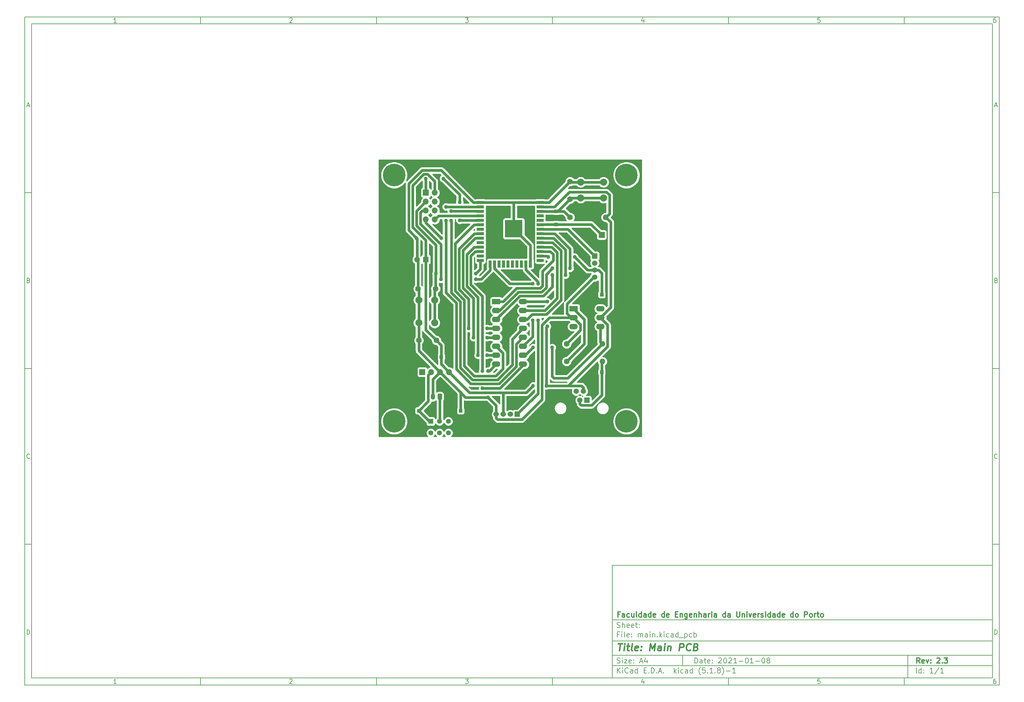
<source format=gbr>
%TF.GenerationSoftware,KiCad,Pcbnew,(5.1.8)-1*%
%TF.CreationDate,2021-01-08T10:56:16+00:00*%
%TF.ProjectId,main,6d61696e-2e6b-4696-9361-645f70636258,2.3*%
%TF.SameCoordinates,Original*%
%TF.FileFunction,Copper,L2,Bot*%
%TF.FilePolarity,Positive*%
%FSLAX46Y46*%
G04 Gerber Fmt 4.6, Leading zero omitted, Abs format (unit mm)*
G04 Created by KiCad (PCBNEW (5.1.8)-1) date 2021-01-08 10:56:16*
%MOMM*%
%LPD*%
G01*
G04 APERTURE LIST*
%ADD10C,0.100000*%
%ADD11C,0.150000*%
%ADD12C,0.300000*%
%ADD13C,0.400000*%
%TA.AperFunction,ComponentPad*%
%ADD14C,1.500000*%
%TD*%
%TA.AperFunction,ComponentPad*%
%ADD15R,1.500000X1.500000*%
%TD*%
%TA.AperFunction,ComponentPad*%
%ADD16C,1.524000*%
%TD*%
%TA.AperFunction,ComponentPad*%
%ADD17R,1.524000X1.524000*%
%TD*%
%TA.AperFunction,ComponentPad*%
%ADD18C,6.400000*%
%TD*%
%TA.AperFunction,SMDPad,CuDef*%
%ADD19R,2.000000X0.900000*%
%TD*%
%TA.AperFunction,SMDPad,CuDef*%
%ADD20R,0.900000X2.000000*%
%TD*%
%TA.AperFunction,SMDPad,CuDef*%
%ADD21R,5.000000X5.000000*%
%TD*%
%TA.AperFunction,ComponentPad*%
%ADD22O,2.400000X1.600000*%
%TD*%
%TA.AperFunction,ComponentPad*%
%ADD23R,2.400000X1.600000*%
%TD*%
%TA.AperFunction,ComponentPad*%
%ADD24C,2.000000*%
%TD*%
%TA.AperFunction,ComponentPad*%
%ADD25O,1.600000X1.600000*%
%TD*%
%TA.AperFunction,ComponentPad*%
%ADD26C,1.600000*%
%TD*%
%TA.AperFunction,ComponentPad*%
%ADD27R,1.600000X1.600000*%
%TD*%
%TA.AperFunction,SMDPad,CuDef*%
%ADD28R,1.000000X1.000000*%
%TD*%
%TA.AperFunction,ComponentPad*%
%ADD29C,1.400000*%
%TD*%
%TA.AperFunction,ComponentPad*%
%ADD30R,1.400000X1.400000*%
%TD*%
%TA.AperFunction,ComponentPad*%
%ADD31O,1.700000X1.700000*%
%TD*%
%TA.AperFunction,ComponentPad*%
%ADD32R,1.700000X1.700000*%
%TD*%
%TA.AperFunction,ComponentPad*%
%ADD33O,1.200000X1.750000*%
%TD*%
%TA.AperFunction,ViaPad*%
%ADD34C,1.100000*%
%TD*%
%TA.AperFunction,Conductor*%
%ADD35C,0.800000*%
%TD*%
%TA.AperFunction,NonConductor*%
%ADD36C,0.254000*%
%TD*%
%TA.AperFunction,NonConductor*%
%ADD37C,0.100000*%
%TD*%
G04 APERTURE END LIST*
D10*
D11*
X177002200Y-166007200D02*
X177002200Y-198007200D01*
X285002200Y-198007200D01*
X285002200Y-166007200D01*
X177002200Y-166007200D01*
D10*
D11*
X10000000Y-10000000D02*
X10000000Y-200007200D01*
X287002200Y-200007200D01*
X287002200Y-10000000D01*
X10000000Y-10000000D01*
D10*
D11*
X12000000Y-12000000D02*
X12000000Y-198007200D01*
X285002200Y-198007200D01*
X285002200Y-12000000D01*
X12000000Y-12000000D01*
D10*
D11*
X60000000Y-12000000D02*
X60000000Y-10000000D01*
D10*
D11*
X110000000Y-12000000D02*
X110000000Y-10000000D01*
D10*
D11*
X160000000Y-12000000D02*
X160000000Y-10000000D01*
D10*
D11*
X210000000Y-12000000D02*
X210000000Y-10000000D01*
D10*
D11*
X260000000Y-12000000D02*
X260000000Y-10000000D01*
D10*
D11*
X36065476Y-11588095D02*
X35322619Y-11588095D01*
X35694047Y-11588095D02*
X35694047Y-10288095D01*
X35570238Y-10473809D01*
X35446428Y-10597619D01*
X35322619Y-10659523D01*
D10*
D11*
X85322619Y-10411904D02*
X85384523Y-10350000D01*
X85508333Y-10288095D01*
X85817857Y-10288095D01*
X85941666Y-10350000D01*
X86003571Y-10411904D01*
X86065476Y-10535714D01*
X86065476Y-10659523D01*
X86003571Y-10845238D01*
X85260714Y-11588095D01*
X86065476Y-11588095D01*
D10*
D11*
X135260714Y-10288095D02*
X136065476Y-10288095D01*
X135632142Y-10783333D01*
X135817857Y-10783333D01*
X135941666Y-10845238D01*
X136003571Y-10907142D01*
X136065476Y-11030952D01*
X136065476Y-11340476D01*
X136003571Y-11464285D01*
X135941666Y-11526190D01*
X135817857Y-11588095D01*
X135446428Y-11588095D01*
X135322619Y-11526190D01*
X135260714Y-11464285D01*
D10*
D11*
X185941666Y-10721428D02*
X185941666Y-11588095D01*
X185632142Y-10226190D02*
X185322619Y-11154761D01*
X186127380Y-11154761D01*
D10*
D11*
X236003571Y-10288095D02*
X235384523Y-10288095D01*
X235322619Y-10907142D01*
X235384523Y-10845238D01*
X235508333Y-10783333D01*
X235817857Y-10783333D01*
X235941666Y-10845238D01*
X236003571Y-10907142D01*
X236065476Y-11030952D01*
X236065476Y-11340476D01*
X236003571Y-11464285D01*
X235941666Y-11526190D01*
X235817857Y-11588095D01*
X235508333Y-11588095D01*
X235384523Y-11526190D01*
X235322619Y-11464285D01*
D10*
D11*
X285941666Y-10288095D02*
X285694047Y-10288095D01*
X285570238Y-10350000D01*
X285508333Y-10411904D01*
X285384523Y-10597619D01*
X285322619Y-10845238D01*
X285322619Y-11340476D01*
X285384523Y-11464285D01*
X285446428Y-11526190D01*
X285570238Y-11588095D01*
X285817857Y-11588095D01*
X285941666Y-11526190D01*
X286003571Y-11464285D01*
X286065476Y-11340476D01*
X286065476Y-11030952D01*
X286003571Y-10907142D01*
X285941666Y-10845238D01*
X285817857Y-10783333D01*
X285570238Y-10783333D01*
X285446428Y-10845238D01*
X285384523Y-10907142D01*
X285322619Y-11030952D01*
D10*
D11*
X60000000Y-198007200D02*
X60000000Y-200007200D01*
D10*
D11*
X110000000Y-198007200D02*
X110000000Y-200007200D01*
D10*
D11*
X160000000Y-198007200D02*
X160000000Y-200007200D01*
D10*
D11*
X210000000Y-198007200D02*
X210000000Y-200007200D01*
D10*
D11*
X260000000Y-198007200D02*
X260000000Y-200007200D01*
D10*
D11*
X36065476Y-199595295D02*
X35322619Y-199595295D01*
X35694047Y-199595295D02*
X35694047Y-198295295D01*
X35570238Y-198481009D01*
X35446428Y-198604819D01*
X35322619Y-198666723D01*
D10*
D11*
X85322619Y-198419104D02*
X85384523Y-198357200D01*
X85508333Y-198295295D01*
X85817857Y-198295295D01*
X85941666Y-198357200D01*
X86003571Y-198419104D01*
X86065476Y-198542914D01*
X86065476Y-198666723D01*
X86003571Y-198852438D01*
X85260714Y-199595295D01*
X86065476Y-199595295D01*
D10*
D11*
X135260714Y-198295295D02*
X136065476Y-198295295D01*
X135632142Y-198790533D01*
X135817857Y-198790533D01*
X135941666Y-198852438D01*
X136003571Y-198914342D01*
X136065476Y-199038152D01*
X136065476Y-199347676D01*
X136003571Y-199471485D01*
X135941666Y-199533390D01*
X135817857Y-199595295D01*
X135446428Y-199595295D01*
X135322619Y-199533390D01*
X135260714Y-199471485D01*
D10*
D11*
X185941666Y-198728628D02*
X185941666Y-199595295D01*
X185632142Y-198233390D02*
X185322619Y-199161961D01*
X186127380Y-199161961D01*
D10*
D11*
X236003571Y-198295295D02*
X235384523Y-198295295D01*
X235322619Y-198914342D01*
X235384523Y-198852438D01*
X235508333Y-198790533D01*
X235817857Y-198790533D01*
X235941666Y-198852438D01*
X236003571Y-198914342D01*
X236065476Y-199038152D01*
X236065476Y-199347676D01*
X236003571Y-199471485D01*
X235941666Y-199533390D01*
X235817857Y-199595295D01*
X235508333Y-199595295D01*
X235384523Y-199533390D01*
X235322619Y-199471485D01*
D10*
D11*
X285941666Y-198295295D02*
X285694047Y-198295295D01*
X285570238Y-198357200D01*
X285508333Y-198419104D01*
X285384523Y-198604819D01*
X285322619Y-198852438D01*
X285322619Y-199347676D01*
X285384523Y-199471485D01*
X285446428Y-199533390D01*
X285570238Y-199595295D01*
X285817857Y-199595295D01*
X285941666Y-199533390D01*
X286003571Y-199471485D01*
X286065476Y-199347676D01*
X286065476Y-199038152D01*
X286003571Y-198914342D01*
X285941666Y-198852438D01*
X285817857Y-198790533D01*
X285570238Y-198790533D01*
X285446428Y-198852438D01*
X285384523Y-198914342D01*
X285322619Y-199038152D01*
D10*
D11*
X10000000Y-60000000D02*
X12000000Y-60000000D01*
D10*
D11*
X10000000Y-110000000D02*
X12000000Y-110000000D01*
D10*
D11*
X10000000Y-160000000D02*
X12000000Y-160000000D01*
D10*
D11*
X10690476Y-35216666D02*
X11309523Y-35216666D01*
X10566666Y-35588095D02*
X11000000Y-34288095D01*
X11433333Y-35588095D01*
D10*
D11*
X11092857Y-84907142D02*
X11278571Y-84969047D01*
X11340476Y-85030952D01*
X11402380Y-85154761D01*
X11402380Y-85340476D01*
X11340476Y-85464285D01*
X11278571Y-85526190D01*
X11154761Y-85588095D01*
X10659523Y-85588095D01*
X10659523Y-84288095D01*
X11092857Y-84288095D01*
X11216666Y-84350000D01*
X11278571Y-84411904D01*
X11340476Y-84535714D01*
X11340476Y-84659523D01*
X11278571Y-84783333D01*
X11216666Y-84845238D01*
X11092857Y-84907142D01*
X10659523Y-84907142D01*
D10*
D11*
X11402380Y-135464285D02*
X11340476Y-135526190D01*
X11154761Y-135588095D01*
X11030952Y-135588095D01*
X10845238Y-135526190D01*
X10721428Y-135402380D01*
X10659523Y-135278571D01*
X10597619Y-135030952D01*
X10597619Y-134845238D01*
X10659523Y-134597619D01*
X10721428Y-134473809D01*
X10845238Y-134350000D01*
X11030952Y-134288095D01*
X11154761Y-134288095D01*
X11340476Y-134350000D01*
X11402380Y-134411904D01*
D10*
D11*
X10659523Y-185588095D02*
X10659523Y-184288095D01*
X10969047Y-184288095D01*
X11154761Y-184350000D01*
X11278571Y-184473809D01*
X11340476Y-184597619D01*
X11402380Y-184845238D01*
X11402380Y-185030952D01*
X11340476Y-185278571D01*
X11278571Y-185402380D01*
X11154761Y-185526190D01*
X10969047Y-185588095D01*
X10659523Y-185588095D01*
D10*
D11*
X287002200Y-60000000D02*
X285002200Y-60000000D01*
D10*
D11*
X287002200Y-110000000D02*
X285002200Y-110000000D01*
D10*
D11*
X287002200Y-160000000D02*
X285002200Y-160000000D01*
D10*
D11*
X285692676Y-35216666D02*
X286311723Y-35216666D01*
X285568866Y-35588095D02*
X286002200Y-34288095D01*
X286435533Y-35588095D01*
D10*
D11*
X286095057Y-84907142D02*
X286280771Y-84969047D01*
X286342676Y-85030952D01*
X286404580Y-85154761D01*
X286404580Y-85340476D01*
X286342676Y-85464285D01*
X286280771Y-85526190D01*
X286156961Y-85588095D01*
X285661723Y-85588095D01*
X285661723Y-84288095D01*
X286095057Y-84288095D01*
X286218866Y-84350000D01*
X286280771Y-84411904D01*
X286342676Y-84535714D01*
X286342676Y-84659523D01*
X286280771Y-84783333D01*
X286218866Y-84845238D01*
X286095057Y-84907142D01*
X285661723Y-84907142D01*
D10*
D11*
X286404580Y-135464285D02*
X286342676Y-135526190D01*
X286156961Y-135588095D01*
X286033152Y-135588095D01*
X285847438Y-135526190D01*
X285723628Y-135402380D01*
X285661723Y-135278571D01*
X285599819Y-135030952D01*
X285599819Y-134845238D01*
X285661723Y-134597619D01*
X285723628Y-134473809D01*
X285847438Y-134350000D01*
X286033152Y-134288095D01*
X286156961Y-134288095D01*
X286342676Y-134350000D01*
X286404580Y-134411904D01*
D10*
D11*
X285661723Y-185588095D02*
X285661723Y-184288095D01*
X285971247Y-184288095D01*
X286156961Y-184350000D01*
X286280771Y-184473809D01*
X286342676Y-184597619D01*
X286404580Y-184845238D01*
X286404580Y-185030952D01*
X286342676Y-185278571D01*
X286280771Y-185402380D01*
X286156961Y-185526190D01*
X285971247Y-185588095D01*
X285661723Y-185588095D01*
D10*
D11*
X200434342Y-193785771D02*
X200434342Y-192285771D01*
X200791485Y-192285771D01*
X201005771Y-192357200D01*
X201148628Y-192500057D01*
X201220057Y-192642914D01*
X201291485Y-192928628D01*
X201291485Y-193142914D01*
X201220057Y-193428628D01*
X201148628Y-193571485D01*
X201005771Y-193714342D01*
X200791485Y-193785771D01*
X200434342Y-193785771D01*
X202577200Y-193785771D02*
X202577200Y-193000057D01*
X202505771Y-192857200D01*
X202362914Y-192785771D01*
X202077200Y-192785771D01*
X201934342Y-192857200D01*
X202577200Y-193714342D02*
X202434342Y-193785771D01*
X202077200Y-193785771D01*
X201934342Y-193714342D01*
X201862914Y-193571485D01*
X201862914Y-193428628D01*
X201934342Y-193285771D01*
X202077200Y-193214342D01*
X202434342Y-193214342D01*
X202577200Y-193142914D01*
X203077200Y-192785771D02*
X203648628Y-192785771D01*
X203291485Y-192285771D02*
X203291485Y-193571485D01*
X203362914Y-193714342D01*
X203505771Y-193785771D01*
X203648628Y-193785771D01*
X204720057Y-193714342D02*
X204577200Y-193785771D01*
X204291485Y-193785771D01*
X204148628Y-193714342D01*
X204077200Y-193571485D01*
X204077200Y-193000057D01*
X204148628Y-192857200D01*
X204291485Y-192785771D01*
X204577200Y-192785771D01*
X204720057Y-192857200D01*
X204791485Y-193000057D01*
X204791485Y-193142914D01*
X204077200Y-193285771D01*
X205434342Y-193642914D02*
X205505771Y-193714342D01*
X205434342Y-193785771D01*
X205362914Y-193714342D01*
X205434342Y-193642914D01*
X205434342Y-193785771D01*
X205434342Y-192857200D02*
X205505771Y-192928628D01*
X205434342Y-193000057D01*
X205362914Y-192928628D01*
X205434342Y-192857200D01*
X205434342Y-193000057D01*
X207220057Y-192428628D02*
X207291485Y-192357200D01*
X207434342Y-192285771D01*
X207791485Y-192285771D01*
X207934342Y-192357200D01*
X208005771Y-192428628D01*
X208077200Y-192571485D01*
X208077200Y-192714342D01*
X208005771Y-192928628D01*
X207148628Y-193785771D01*
X208077200Y-193785771D01*
X209005771Y-192285771D02*
X209148628Y-192285771D01*
X209291485Y-192357200D01*
X209362914Y-192428628D01*
X209434342Y-192571485D01*
X209505771Y-192857200D01*
X209505771Y-193214342D01*
X209434342Y-193500057D01*
X209362914Y-193642914D01*
X209291485Y-193714342D01*
X209148628Y-193785771D01*
X209005771Y-193785771D01*
X208862914Y-193714342D01*
X208791485Y-193642914D01*
X208720057Y-193500057D01*
X208648628Y-193214342D01*
X208648628Y-192857200D01*
X208720057Y-192571485D01*
X208791485Y-192428628D01*
X208862914Y-192357200D01*
X209005771Y-192285771D01*
X210077200Y-192428628D02*
X210148628Y-192357200D01*
X210291485Y-192285771D01*
X210648628Y-192285771D01*
X210791485Y-192357200D01*
X210862914Y-192428628D01*
X210934342Y-192571485D01*
X210934342Y-192714342D01*
X210862914Y-192928628D01*
X210005771Y-193785771D01*
X210934342Y-193785771D01*
X212362914Y-193785771D02*
X211505771Y-193785771D01*
X211934342Y-193785771D02*
X211934342Y-192285771D01*
X211791485Y-192500057D01*
X211648628Y-192642914D01*
X211505771Y-192714342D01*
X213005771Y-193214342D02*
X214148628Y-193214342D01*
X215148628Y-192285771D02*
X215291485Y-192285771D01*
X215434342Y-192357200D01*
X215505771Y-192428628D01*
X215577200Y-192571485D01*
X215648628Y-192857200D01*
X215648628Y-193214342D01*
X215577200Y-193500057D01*
X215505771Y-193642914D01*
X215434342Y-193714342D01*
X215291485Y-193785771D01*
X215148628Y-193785771D01*
X215005771Y-193714342D01*
X214934342Y-193642914D01*
X214862914Y-193500057D01*
X214791485Y-193214342D01*
X214791485Y-192857200D01*
X214862914Y-192571485D01*
X214934342Y-192428628D01*
X215005771Y-192357200D01*
X215148628Y-192285771D01*
X217077200Y-193785771D02*
X216220057Y-193785771D01*
X216648628Y-193785771D02*
X216648628Y-192285771D01*
X216505771Y-192500057D01*
X216362914Y-192642914D01*
X216220057Y-192714342D01*
X217720057Y-193214342D02*
X218862914Y-193214342D01*
X219862914Y-192285771D02*
X220005771Y-192285771D01*
X220148628Y-192357200D01*
X220220057Y-192428628D01*
X220291485Y-192571485D01*
X220362914Y-192857200D01*
X220362914Y-193214342D01*
X220291485Y-193500057D01*
X220220057Y-193642914D01*
X220148628Y-193714342D01*
X220005771Y-193785771D01*
X219862914Y-193785771D01*
X219720057Y-193714342D01*
X219648628Y-193642914D01*
X219577200Y-193500057D01*
X219505771Y-193214342D01*
X219505771Y-192857200D01*
X219577200Y-192571485D01*
X219648628Y-192428628D01*
X219720057Y-192357200D01*
X219862914Y-192285771D01*
X221220057Y-192928628D02*
X221077200Y-192857200D01*
X221005771Y-192785771D01*
X220934342Y-192642914D01*
X220934342Y-192571485D01*
X221005771Y-192428628D01*
X221077200Y-192357200D01*
X221220057Y-192285771D01*
X221505771Y-192285771D01*
X221648628Y-192357200D01*
X221720057Y-192428628D01*
X221791485Y-192571485D01*
X221791485Y-192642914D01*
X221720057Y-192785771D01*
X221648628Y-192857200D01*
X221505771Y-192928628D01*
X221220057Y-192928628D01*
X221077200Y-193000057D01*
X221005771Y-193071485D01*
X220934342Y-193214342D01*
X220934342Y-193500057D01*
X221005771Y-193642914D01*
X221077200Y-193714342D01*
X221220057Y-193785771D01*
X221505771Y-193785771D01*
X221648628Y-193714342D01*
X221720057Y-193642914D01*
X221791485Y-193500057D01*
X221791485Y-193214342D01*
X221720057Y-193071485D01*
X221648628Y-193000057D01*
X221505771Y-192928628D01*
D10*
D11*
X177002200Y-194507200D02*
X285002200Y-194507200D01*
D10*
D11*
X178434342Y-196585771D02*
X178434342Y-195085771D01*
X179291485Y-196585771D02*
X178648628Y-195728628D01*
X179291485Y-195085771D02*
X178434342Y-195942914D01*
X179934342Y-196585771D02*
X179934342Y-195585771D01*
X179934342Y-195085771D02*
X179862914Y-195157200D01*
X179934342Y-195228628D01*
X180005771Y-195157200D01*
X179934342Y-195085771D01*
X179934342Y-195228628D01*
X181505771Y-196442914D02*
X181434342Y-196514342D01*
X181220057Y-196585771D01*
X181077200Y-196585771D01*
X180862914Y-196514342D01*
X180720057Y-196371485D01*
X180648628Y-196228628D01*
X180577200Y-195942914D01*
X180577200Y-195728628D01*
X180648628Y-195442914D01*
X180720057Y-195300057D01*
X180862914Y-195157200D01*
X181077200Y-195085771D01*
X181220057Y-195085771D01*
X181434342Y-195157200D01*
X181505771Y-195228628D01*
X182791485Y-196585771D02*
X182791485Y-195800057D01*
X182720057Y-195657200D01*
X182577200Y-195585771D01*
X182291485Y-195585771D01*
X182148628Y-195657200D01*
X182791485Y-196514342D02*
X182648628Y-196585771D01*
X182291485Y-196585771D01*
X182148628Y-196514342D01*
X182077200Y-196371485D01*
X182077200Y-196228628D01*
X182148628Y-196085771D01*
X182291485Y-196014342D01*
X182648628Y-196014342D01*
X182791485Y-195942914D01*
X184148628Y-196585771D02*
X184148628Y-195085771D01*
X184148628Y-196514342D02*
X184005771Y-196585771D01*
X183720057Y-196585771D01*
X183577200Y-196514342D01*
X183505771Y-196442914D01*
X183434342Y-196300057D01*
X183434342Y-195871485D01*
X183505771Y-195728628D01*
X183577200Y-195657200D01*
X183720057Y-195585771D01*
X184005771Y-195585771D01*
X184148628Y-195657200D01*
X186005771Y-195800057D02*
X186505771Y-195800057D01*
X186720057Y-196585771D02*
X186005771Y-196585771D01*
X186005771Y-195085771D01*
X186720057Y-195085771D01*
X187362914Y-196442914D02*
X187434342Y-196514342D01*
X187362914Y-196585771D01*
X187291485Y-196514342D01*
X187362914Y-196442914D01*
X187362914Y-196585771D01*
X188077200Y-196585771D02*
X188077200Y-195085771D01*
X188434342Y-195085771D01*
X188648628Y-195157200D01*
X188791485Y-195300057D01*
X188862914Y-195442914D01*
X188934342Y-195728628D01*
X188934342Y-195942914D01*
X188862914Y-196228628D01*
X188791485Y-196371485D01*
X188648628Y-196514342D01*
X188434342Y-196585771D01*
X188077200Y-196585771D01*
X189577200Y-196442914D02*
X189648628Y-196514342D01*
X189577200Y-196585771D01*
X189505771Y-196514342D01*
X189577200Y-196442914D01*
X189577200Y-196585771D01*
X190220057Y-196157200D02*
X190934342Y-196157200D01*
X190077200Y-196585771D02*
X190577200Y-195085771D01*
X191077200Y-196585771D01*
X191577200Y-196442914D02*
X191648628Y-196514342D01*
X191577200Y-196585771D01*
X191505771Y-196514342D01*
X191577200Y-196442914D01*
X191577200Y-196585771D01*
X194577200Y-196585771D02*
X194577200Y-195085771D01*
X194720057Y-196014342D02*
X195148628Y-196585771D01*
X195148628Y-195585771D02*
X194577200Y-196157200D01*
X195791485Y-196585771D02*
X195791485Y-195585771D01*
X195791485Y-195085771D02*
X195720057Y-195157200D01*
X195791485Y-195228628D01*
X195862914Y-195157200D01*
X195791485Y-195085771D01*
X195791485Y-195228628D01*
X197148628Y-196514342D02*
X197005771Y-196585771D01*
X196720057Y-196585771D01*
X196577200Y-196514342D01*
X196505771Y-196442914D01*
X196434342Y-196300057D01*
X196434342Y-195871485D01*
X196505771Y-195728628D01*
X196577200Y-195657200D01*
X196720057Y-195585771D01*
X197005771Y-195585771D01*
X197148628Y-195657200D01*
X198434342Y-196585771D02*
X198434342Y-195800057D01*
X198362914Y-195657200D01*
X198220057Y-195585771D01*
X197934342Y-195585771D01*
X197791485Y-195657200D01*
X198434342Y-196514342D02*
X198291485Y-196585771D01*
X197934342Y-196585771D01*
X197791485Y-196514342D01*
X197720057Y-196371485D01*
X197720057Y-196228628D01*
X197791485Y-196085771D01*
X197934342Y-196014342D01*
X198291485Y-196014342D01*
X198434342Y-195942914D01*
X199791485Y-196585771D02*
X199791485Y-195085771D01*
X199791485Y-196514342D02*
X199648628Y-196585771D01*
X199362914Y-196585771D01*
X199220057Y-196514342D01*
X199148628Y-196442914D01*
X199077200Y-196300057D01*
X199077200Y-195871485D01*
X199148628Y-195728628D01*
X199220057Y-195657200D01*
X199362914Y-195585771D01*
X199648628Y-195585771D01*
X199791485Y-195657200D01*
X202077200Y-197157200D02*
X202005771Y-197085771D01*
X201862914Y-196871485D01*
X201791485Y-196728628D01*
X201720057Y-196514342D01*
X201648628Y-196157200D01*
X201648628Y-195871485D01*
X201720057Y-195514342D01*
X201791485Y-195300057D01*
X201862914Y-195157200D01*
X202005771Y-194942914D01*
X202077200Y-194871485D01*
X203362914Y-195085771D02*
X202648628Y-195085771D01*
X202577200Y-195800057D01*
X202648628Y-195728628D01*
X202791485Y-195657200D01*
X203148628Y-195657200D01*
X203291485Y-195728628D01*
X203362914Y-195800057D01*
X203434342Y-195942914D01*
X203434342Y-196300057D01*
X203362914Y-196442914D01*
X203291485Y-196514342D01*
X203148628Y-196585771D01*
X202791485Y-196585771D01*
X202648628Y-196514342D01*
X202577200Y-196442914D01*
X204077200Y-196442914D02*
X204148628Y-196514342D01*
X204077200Y-196585771D01*
X204005771Y-196514342D01*
X204077200Y-196442914D01*
X204077200Y-196585771D01*
X205577200Y-196585771D02*
X204720057Y-196585771D01*
X205148628Y-196585771D02*
X205148628Y-195085771D01*
X205005771Y-195300057D01*
X204862914Y-195442914D01*
X204720057Y-195514342D01*
X206220057Y-196442914D02*
X206291485Y-196514342D01*
X206220057Y-196585771D01*
X206148628Y-196514342D01*
X206220057Y-196442914D01*
X206220057Y-196585771D01*
X207148628Y-195728628D02*
X207005771Y-195657200D01*
X206934342Y-195585771D01*
X206862914Y-195442914D01*
X206862914Y-195371485D01*
X206934342Y-195228628D01*
X207005771Y-195157200D01*
X207148628Y-195085771D01*
X207434342Y-195085771D01*
X207577200Y-195157200D01*
X207648628Y-195228628D01*
X207720057Y-195371485D01*
X207720057Y-195442914D01*
X207648628Y-195585771D01*
X207577200Y-195657200D01*
X207434342Y-195728628D01*
X207148628Y-195728628D01*
X207005771Y-195800057D01*
X206934342Y-195871485D01*
X206862914Y-196014342D01*
X206862914Y-196300057D01*
X206934342Y-196442914D01*
X207005771Y-196514342D01*
X207148628Y-196585771D01*
X207434342Y-196585771D01*
X207577200Y-196514342D01*
X207648628Y-196442914D01*
X207720057Y-196300057D01*
X207720057Y-196014342D01*
X207648628Y-195871485D01*
X207577200Y-195800057D01*
X207434342Y-195728628D01*
X208220057Y-197157200D02*
X208291485Y-197085771D01*
X208434342Y-196871485D01*
X208505771Y-196728628D01*
X208577200Y-196514342D01*
X208648628Y-196157200D01*
X208648628Y-195871485D01*
X208577200Y-195514342D01*
X208505771Y-195300057D01*
X208434342Y-195157200D01*
X208291485Y-194942914D01*
X208220057Y-194871485D01*
X209362914Y-196014342D02*
X210505771Y-196014342D01*
X212005771Y-196585771D02*
X211148628Y-196585771D01*
X211577200Y-196585771D02*
X211577200Y-195085771D01*
X211434342Y-195300057D01*
X211291485Y-195442914D01*
X211148628Y-195514342D01*
D10*
D11*
X177002200Y-191507200D02*
X285002200Y-191507200D01*
D10*
D12*
X264411485Y-193785771D02*
X263911485Y-193071485D01*
X263554342Y-193785771D02*
X263554342Y-192285771D01*
X264125771Y-192285771D01*
X264268628Y-192357200D01*
X264340057Y-192428628D01*
X264411485Y-192571485D01*
X264411485Y-192785771D01*
X264340057Y-192928628D01*
X264268628Y-193000057D01*
X264125771Y-193071485D01*
X263554342Y-193071485D01*
X265625771Y-193714342D02*
X265482914Y-193785771D01*
X265197200Y-193785771D01*
X265054342Y-193714342D01*
X264982914Y-193571485D01*
X264982914Y-193000057D01*
X265054342Y-192857200D01*
X265197200Y-192785771D01*
X265482914Y-192785771D01*
X265625771Y-192857200D01*
X265697200Y-193000057D01*
X265697200Y-193142914D01*
X264982914Y-193285771D01*
X266197200Y-192785771D02*
X266554342Y-193785771D01*
X266911485Y-192785771D01*
X267482914Y-193642914D02*
X267554342Y-193714342D01*
X267482914Y-193785771D01*
X267411485Y-193714342D01*
X267482914Y-193642914D01*
X267482914Y-193785771D01*
X267482914Y-192857200D02*
X267554342Y-192928628D01*
X267482914Y-193000057D01*
X267411485Y-192928628D01*
X267482914Y-192857200D01*
X267482914Y-193000057D01*
X269268628Y-192428628D02*
X269340057Y-192357200D01*
X269482914Y-192285771D01*
X269840057Y-192285771D01*
X269982914Y-192357200D01*
X270054342Y-192428628D01*
X270125771Y-192571485D01*
X270125771Y-192714342D01*
X270054342Y-192928628D01*
X269197200Y-193785771D01*
X270125771Y-193785771D01*
X270768628Y-193642914D02*
X270840057Y-193714342D01*
X270768628Y-193785771D01*
X270697200Y-193714342D01*
X270768628Y-193642914D01*
X270768628Y-193785771D01*
X271340057Y-192285771D02*
X272268628Y-192285771D01*
X271768628Y-192857200D01*
X271982914Y-192857200D01*
X272125771Y-192928628D01*
X272197200Y-193000057D01*
X272268628Y-193142914D01*
X272268628Y-193500057D01*
X272197200Y-193642914D01*
X272125771Y-193714342D01*
X271982914Y-193785771D01*
X271554342Y-193785771D01*
X271411485Y-193714342D01*
X271340057Y-193642914D01*
D10*
D11*
X178362914Y-193714342D02*
X178577200Y-193785771D01*
X178934342Y-193785771D01*
X179077200Y-193714342D01*
X179148628Y-193642914D01*
X179220057Y-193500057D01*
X179220057Y-193357200D01*
X179148628Y-193214342D01*
X179077200Y-193142914D01*
X178934342Y-193071485D01*
X178648628Y-193000057D01*
X178505771Y-192928628D01*
X178434342Y-192857200D01*
X178362914Y-192714342D01*
X178362914Y-192571485D01*
X178434342Y-192428628D01*
X178505771Y-192357200D01*
X178648628Y-192285771D01*
X179005771Y-192285771D01*
X179220057Y-192357200D01*
X179862914Y-193785771D02*
X179862914Y-192785771D01*
X179862914Y-192285771D02*
X179791485Y-192357200D01*
X179862914Y-192428628D01*
X179934342Y-192357200D01*
X179862914Y-192285771D01*
X179862914Y-192428628D01*
X180434342Y-192785771D02*
X181220057Y-192785771D01*
X180434342Y-193785771D01*
X181220057Y-193785771D01*
X182362914Y-193714342D02*
X182220057Y-193785771D01*
X181934342Y-193785771D01*
X181791485Y-193714342D01*
X181720057Y-193571485D01*
X181720057Y-193000057D01*
X181791485Y-192857200D01*
X181934342Y-192785771D01*
X182220057Y-192785771D01*
X182362914Y-192857200D01*
X182434342Y-193000057D01*
X182434342Y-193142914D01*
X181720057Y-193285771D01*
X183077200Y-193642914D02*
X183148628Y-193714342D01*
X183077200Y-193785771D01*
X183005771Y-193714342D01*
X183077200Y-193642914D01*
X183077200Y-193785771D01*
X183077200Y-192857200D02*
X183148628Y-192928628D01*
X183077200Y-193000057D01*
X183005771Y-192928628D01*
X183077200Y-192857200D01*
X183077200Y-193000057D01*
X184862914Y-193357200D02*
X185577200Y-193357200D01*
X184720057Y-193785771D02*
X185220057Y-192285771D01*
X185720057Y-193785771D01*
X186862914Y-192785771D02*
X186862914Y-193785771D01*
X186505771Y-192214342D02*
X186148628Y-193285771D01*
X187077200Y-193285771D01*
D10*
D11*
X263434342Y-196585771D02*
X263434342Y-195085771D01*
X264791485Y-196585771D02*
X264791485Y-195085771D01*
X264791485Y-196514342D02*
X264648628Y-196585771D01*
X264362914Y-196585771D01*
X264220057Y-196514342D01*
X264148628Y-196442914D01*
X264077200Y-196300057D01*
X264077200Y-195871485D01*
X264148628Y-195728628D01*
X264220057Y-195657200D01*
X264362914Y-195585771D01*
X264648628Y-195585771D01*
X264791485Y-195657200D01*
X265505771Y-196442914D02*
X265577200Y-196514342D01*
X265505771Y-196585771D01*
X265434342Y-196514342D01*
X265505771Y-196442914D01*
X265505771Y-196585771D01*
X265505771Y-195657200D02*
X265577200Y-195728628D01*
X265505771Y-195800057D01*
X265434342Y-195728628D01*
X265505771Y-195657200D01*
X265505771Y-195800057D01*
X268148628Y-196585771D02*
X267291485Y-196585771D01*
X267720057Y-196585771D02*
X267720057Y-195085771D01*
X267577200Y-195300057D01*
X267434342Y-195442914D01*
X267291485Y-195514342D01*
X269862914Y-195014342D02*
X268577200Y-196942914D01*
X271148628Y-196585771D02*
X270291485Y-196585771D01*
X270720057Y-196585771D02*
X270720057Y-195085771D01*
X270577200Y-195300057D01*
X270434342Y-195442914D01*
X270291485Y-195514342D01*
D10*
D11*
X177002200Y-187507200D02*
X285002200Y-187507200D01*
D10*
D13*
X178714580Y-188211961D02*
X179857438Y-188211961D01*
X179036009Y-190211961D02*
X179286009Y-188211961D01*
X180274104Y-190211961D02*
X180440771Y-188878628D01*
X180524104Y-188211961D02*
X180416961Y-188307200D01*
X180500295Y-188402438D01*
X180607438Y-188307200D01*
X180524104Y-188211961D01*
X180500295Y-188402438D01*
X181107438Y-188878628D02*
X181869342Y-188878628D01*
X181476485Y-188211961D02*
X181262200Y-189926247D01*
X181333628Y-190116723D01*
X181512200Y-190211961D01*
X181702676Y-190211961D01*
X182655057Y-190211961D02*
X182476485Y-190116723D01*
X182405057Y-189926247D01*
X182619342Y-188211961D01*
X184190771Y-190116723D02*
X183988390Y-190211961D01*
X183607438Y-190211961D01*
X183428866Y-190116723D01*
X183357438Y-189926247D01*
X183452676Y-189164342D01*
X183571723Y-188973866D01*
X183774104Y-188878628D01*
X184155057Y-188878628D01*
X184333628Y-188973866D01*
X184405057Y-189164342D01*
X184381247Y-189354819D01*
X183405057Y-189545295D01*
X185155057Y-190021485D02*
X185238390Y-190116723D01*
X185131247Y-190211961D01*
X185047914Y-190116723D01*
X185155057Y-190021485D01*
X185131247Y-190211961D01*
X185286009Y-188973866D02*
X185369342Y-189069104D01*
X185262200Y-189164342D01*
X185178866Y-189069104D01*
X185286009Y-188973866D01*
X185262200Y-189164342D01*
X187607438Y-190211961D02*
X187857438Y-188211961D01*
X188345533Y-189640533D01*
X189190771Y-188211961D01*
X188940771Y-190211961D01*
X190750295Y-190211961D02*
X190881247Y-189164342D01*
X190809819Y-188973866D01*
X190631247Y-188878628D01*
X190250295Y-188878628D01*
X190047914Y-188973866D01*
X190762200Y-190116723D02*
X190559819Y-190211961D01*
X190083628Y-190211961D01*
X189905057Y-190116723D01*
X189833628Y-189926247D01*
X189857438Y-189735771D01*
X189976485Y-189545295D01*
X190178866Y-189450057D01*
X190655057Y-189450057D01*
X190857438Y-189354819D01*
X191702676Y-190211961D02*
X191869342Y-188878628D01*
X191952676Y-188211961D02*
X191845533Y-188307200D01*
X191928866Y-188402438D01*
X192036009Y-188307200D01*
X191952676Y-188211961D01*
X191928866Y-188402438D01*
X192821723Y-188878628D02*
X192655057Y-190211961D01*
X192797914Y-189069104D02*
X192905057Y-188973866D01*
X193107438Y-188878628D01*
X193393152Y-188878628D01*
X193571723Y-188973866D01*
X193643152Y-189164342D01*
X193512200Y-190211961D01*
X195988390Y-190211961D02*
X196238390Y-188211961D01*
X197000295Y-188211961D01*
X197178866Y-188307200D01*
X197262200Y-188402438D01*
X197333628Y-188592914D01*
X197297914Y-188878628D01*
X197178866Y-189069104D01*
X197071723Y-189164342D01*
X196869342Y-189259580D01*
X196107438Y-189259580D01*
X199155057Y-190021485D02*
X199047914Y-190116723D01*
X198750295Y-190211961D01*
X198559819Y-190211961D01*
X198286009Y-190116723D01*
X198119342Y-189926247D01*
X198047914Y-189735771D01*
X198000295Y-189354819D01*
X198036009Y-189069104D01*
X198178866Y-188688152D01*
X198297914Y-188497676D01*
X198512200Y-188307200D01*
X198809819Y-188211961D01*
X199000295Y-188211961D01*
X199274104Y-188307200D01*
X199357438Y-188402438D01*
X200786009Y-189164342D02*
X201059819Y-189259580D01*
X201143152Y-189354819D01*
X201214580Y-189545295D01*
X201178866Y-189831009D01*
X201059819Y-190021485D01*
X200952676Y-190116723D01*
X200750295Y-190211961D01*
X199988390Y-190211961D01*
X200238390Y-188211961D01*
X200905057Y-188211961D01*
X201083628Y-188307200D01*
X201166961Y-188402438D01*
X201238390Y-188592914D01*
X201214580Y-188783390D01*
X201095533Y-188973866D01*
X200988390Y-189069104D01*
X200786009Y-189164342D01*
X200119342Y-189164342D01*
D10*
D11*
X178934342Y-185600057D02*
X178434342Y-185600057D01*
X178434342Y-186385771D02*
X178434342Y-184885771D01*
X179148628Y-184885771D01*
X179720057Y-186385771D02*
X179720057Y-185385771D01*
X179720057Y-184885771D02*
X179648628Y-184957200D01*
X179720057Y-185028628D01*
X179791485Y-184957200D01*
X179720057Y-184885771D01*
X179720057Y-185028628D01*
X180648628Y-186385771D02*
X180505771Y-186314342D01*
X180434342Y-186171485D01*
X180434342Y-184885771D01*
X181791485Y-186314342D02*
X181648628Y-186385771D01*
X181362914Y-186385771D01*
X181220057Y-186314342D01*
X181148628Y-186171485D01*
X181148628Y-185600057D01*
X181220057Y-185457200D01*
X181362914Y-185385771D01*
X181648628Y-185385771D01*
X181791485Y-185457200D01*
X181862914Y-185600057D01*
X181862914Y-185742914D01*
X181148628Y-185885771D01*
X182505771Y-186242914D02*
X182577200Y-186314342D01*
X182505771Y-186385771D01*
X182434342Y-186314342D01*
X182505771Y-186242914D01*
X182505771Y-186385771D01*
X182505771Y-185457200D02*
X182577200Y-185528628D01*
X182505771Y-185600057D01*
X182434342Y-185528628D01*
X182505771Y-185457200D01*
X182505771Y-185600057D01*
X184362914Y-186385771D02*
X184362914Y-185385771D01*
X184362914Y-185528628D02*
X184434342Y-185457200D01*
X184577200Y-185385771D01*
X184791485Y-185385771D01*
X184934342Y-185457200D01*
X185005771Y-185600057D01*
X185005771Y-186385771D01*
X185005771Y-185600057D02*
X185077200Y-185457200D01*
X185220057Y-185385771D01*
X185434342Y-185385771D01*
X185577200Y-185457200D01*
X185648628Y-185600057D01*
X185648628Y-186385771D01*
X187005771Y-186385771D02*
X187005771Y-185600057D01*
X186934342Y-185457200D01*
X186791485Y-185385771D01*
X186505771Y-185385771D01*
X186362914Y-185457200D01*
X187005771Y-186314342D02*
X186862914Y-186385771D01*
X186505771Y-186385771D01*
X186362914Y-186314342D01*
X186291485Y-186171485D01*
X186291485Y-186028628D01*
X186362914Y-185885771D01*
X186505771Y-185814342D01*
X186862914Y-185814342D01*
X187005771Y-185742914D01*
X187720057Y-186385771D02*
X187720057Y-185385771D01*
X187720057Y-184885771D02*
X187648628Y-184957200D01*
X187720057Y-185028628D01*
X187791485Y-184957200D01*
X187720057Y-184885771D01*
X187720057Y-185028628D01*
X188434342Y-185385771D02*
X188434342Y-186385771D01*
X188434342Y-185528628D02*
X188505771Y-185457200D01*
X188648628Y-185385771D01*
X188862914Y-185385771D01*
X189005771Y-185457200D01*
X189077200Y-185600057D01*
X189077200Y-186385771D01*
X189791485Y-186242914D02*
X189862914Y-186314342D01*
X189791485Y-186385771D01*
X189720057Y-186314342D01*
X189791485Y-186242914D01*
X189791485Y-186385771D01*
X190505771Y-186385771D02*
X190505771Y-184885771D01*
X190648628Y-185814342D02*
X191077200Y-186385771D01*
X191077200Y-185385771D02*
X190505771Y-185957200D01*
X191720057Y-186385771D02*
X191720057Y-185385771D01*
X191720057Y-184885771D02*
X191648628Y-184957200D01*
X191720057Y-185028628D01*
X191791485Y-184957200D01*
X191720057Y-184885771D01*
X191720057Y-185028628D01*
X193077200Y-186314342D02*
X192934342Y-186385771D01*
X192648628Y-186385771D01*
X192505771Y-186314342D01*
X192434342Y-186242914D01*
X192362914Y-186100057D01*
X192362914Y-185671485D01*
X192434342Y-185528628D01*
X192505771Y-185457200D01*
X192648628Y-185385771D01*
X192934342Y-185385771D01*
X193077200Y-185457200D01*
X194362914Y-186385771D02*
X194362914Y-185600057D01*
X194291485Y-185457200D01*
X194148628Y-185385771D01*
X193862914Y-185385771D01*
X193720057Y-185457200D01*
X194362914Y-186314342D02*
X194220057Y-186385771D01*
X193862914Y-186385771D01*
X193720057Y-186314342D01*
X193648628Y-186171485D01*
X193648628Y-186028628D01*
X193720057Y-185885771D01*
X193862914Y-185814342D01*
X194220057Y-185814342D01*
X194362914Y-185742914D01*
X195720057Y-186385771D02*
X195720057Y-184885771D01*
X195720057Y-186314342D02*
X195577200Y-186385771D01*
X195291485Y-186385771D01*
X195148628Y-186314342D01*
X195077200Y-186242914D01*
X195005771Y-186100057D01*
X195005771Y-185671485D01*
X195077200Y-185528628D01*
X195148628Y-185457200D01*
X195291485Y-185385771D01*
X195577200Y-185385771D01*
X195720057Y-185457200D01*
X196077200Y-186528628D02*
X197220057Y-186528628D01*
X197577200Y-185385771D02*
X197577200Y-186885771D01*
X197577200Y-185457200D02*
X197720057Y-185385771D01*
X198005771Y-185385771D01*
X198148628Y-185457200D01*
X198220057Y-185528628D01*
X198291485Y-185671485D01*
X198291485Y-186100057D01*
X198220057Y-186242914D01*
X198148628Y-186314342D01*
X198005771Y-186385771D01*
X197720057Y-186385771D01*
X197577200Y-186314342D01*
X199577200Y-186314342D02*
X199434342Y-186385771D01*
X199148628Y-186385771D01*
X199005771Y-186314342D01*
X198934342Y-186242914D01*
X198862914Y-186100057D01*
X198862914Y-185671485D01*
X198934342Y-185528628D01*
X199005771Y-185457200D01*
X199148628Y-185385771D01*
X199434342Y-185385771D01*
X199577200Y-185457200D01*
X200220057Y-186385771D02*
X200220057Y-184885771D01*
X200220057Y-185457200D02*
X200362914Y-185385771D01*
X200648628Y-185385771D01*
X200791485Y-185457200D01*
X200862914Y-185528628D01*
X200934342Y-185671485D01*
X200934342Y-186100057D01*
X200862914Y-186242914D01*
X200791485Y-186314342D01*
X200648628Y-186385771D01*
X200362914Y-186385771D01*
X200220057Y-186314342D01*
D10*
D11*
X177002200Y-181507200D02*
X285002200Y-181507200D01*
D10*
D11*
X178362914Y-183614342D02*
X178577200Y-183685771D01*
X178934342Y-183685771D01*
X179077200Y-183614342D01*
X179148628Y-183542914D01*
X179220057Y-183400057D01*
X179220057Y-183257200D01*
X179148628Y-183114342D01*
X179077200Y-183042914D01*
X178934342Y-182971485D01*
X178648628Y-182900057D01*
X178505771Y-182828628D01*
X178434342Y-182757200D01*
X178362914Y-182614342D01*
X178362914Y-182471485D01*
X178434342Y-182328628D01*
X178505771Y-182257200D01*
X178648628Y-182185771D01*
X179005771Y-182185771D01*
X179220057Y-182257200D01*
X179862914Y-183685771D02*
X179862914Y-182185771D01*
X180505771Y-183685771D02*
X180505771Y-182900057D01*
X180434342Y-182757200D01*
X180291485Y-182685771D01*
X180077200Y-182685771D01*
X179934342Y-182757200D01*
X179862914Y-182828628D01*
X181791485Y-183614342D02*
X181648628Y-183685771D01*
X181362914Y-183685771D01*
X181220057Y-183614342D01*
X181148628Y-183471485D01*
X181148628Y-182900057D01*
X181220057Y-182757200D01*
X181362914Y-182685771D01*
X181648628Y-182685771D01*
X181791485Y-182757200D01*
X181862914Y-182900057D01*
X181862914Y-183042914D01*
X181148628Y-183185771D01*
X183077200Y-183614342D02*
X182934342Y-183685771D01*
X182648628Y-183685771D01*
X182505771Y-183614342D01*
X182434342Y-183471485D01*
X182434342Y-182900057D01*
X182505771Y-182757200D01*
X182648628Y-182685771D01*
X182934342Y-182685771D01*
X183077200Y-182757200D01*
X183148628Y-182900057D01*
X183148628Y-183042914D01*
X182434342Y-183185771D01*
X183577200Y-182685771D02*
X184148628Y-182685771D01*
X183791485Y-182185771D02*
X183791485Y-183471485D01*
X183862914Y-183614342D01*
X184005771Y-183685771D01*
X184148628Y-183685771D01*
X184648628Y-183542914D02*
X184720057Y-183614342D01*
X184648628Y-183685771D01*
X184577200Y-183614342D01*
X184648628Y-183542914D01*
X184648628Y-183685771D01*
X184648628Y-182757200D02*
X184720057Y-182828628D01*
X184648628Y-182900057D01*
X184577200Y-182828628D01*
X184648628Y-182757200D01*
X184648628Y-182900057D01*
D10*
D12*
X179054342Y-179900057D02*
X178554342Y-179900057D01*
X178554342Y-180685771D02*
X178554342Y-179185771D01*
X179268628Y-179185771D01*
X180482914Y-180685771D02*
X180482914Y-179900057D01*
X180411485Y-179757200D01*
X180268628Y-179685771D01*
X179982914Y-179685771D01*
X179840057Y-179757200D01*
X180482914Y-180614342D02*
X180340057Y-180685771D01*
X179982914Y-180685771D01*
X179840057Y-180614342D01*
X179768628Y-180471485D01*
X179768628Y-180328628D01*
X179840057Y-180185771D01*
X179982914Y-180114342D01*
X180340057Y-180114342D01*
X180482914Y-180042914D01*
X181840057Y-180614342D02*
X181697200Y-180685771D01*
X181411485Y-180685771D01*
X181268628Y-180614342D01*
X181197200Y-180542914D01*
X181125771Y-180400057D01*
X181125771Y-179971485D01*
X181197200Y-179828628D01*
X181268628Y-179757200D01*
X181411485Y-179685771D01*
X181697200Y-179685771D01*
X181840057Y-179757200D01*
X183125771Y-179685771D02*
X183125771Y-180685771D01*
X182482914Y-179685771D02*
X182482914Y-180471485D01*
X182554342Y-180614342D01*
X182697200Y-180685771D01*
X182911485Y-180685771D01*
X183054342Y-180614342D01*
X183125771Y-180542914D01*
X184054342Y-180685771D02*
X183911485Y-180614342D01*
X183840057Y-180471485D01*
X183840057Y-179185771D01*
X185268628Y-180685771D02*
X185268628Y-179185771D01*
X185268628Y-180614342D02*
X185125771Y-180685771D01*
X184840057Y-180685771D01*
X184697200Y-180614342D01*
X184625771Y-180542914D01*
X184554342Y-180400057D01*
X184554342Y-179971485D01*
X184625771Y-179828628D01*
X184697200Y-179757200D01*
X184840057Y-179685771D01*
X185125771Y-179685771D01*
X185268628Y-179757200D01*
X186625771Y-180685771D02*
X186625771Y-179900057D01*
X186554342Y-179757200D01*
X186411485Y-179685771D01*
X186125771Y-179685771D01*
X185982914Y-179757200D01*
X186625771Y-180614342D02*
X186482914Y-180685771D01*
X186125771Y-180685771D01*
X185982914Y-180614342D01*
X185911485Y-180471485D01*
X185911485Y-180328628D01*
X185982914Y-180185771D01*
X186125771Y-180114342D01*
X186482914Y-180114342D01*
X186625771Y-180042914D01*
X187982914Y-180685771D02*
X187982914Y-179185771D01*
X187982914Y-180614342D02*
X187840057Y-180685771D01*
X187554342Y-180685771D01*
X187411485Y-180614342D01*
X187340057Y-180542914D01*
X187268628Y-180400057D01*
X187268628Y-179971485D01*
X187340057Y-179828628D01*
X187411485Y-179757200D01*
X187554342Y-179685771D01*
X187840057Y-179685771D01*
X187982914Y-179757200D01*
X189268628Y-180614342D02*
X189125771Y-180685771D01*
X188840057Y-180685771D01*
X188697200Y-180614342D01*
X188625771Y-180471485D01*
X188625771Y-179900057D01*
X188697200Y-179757200D01*
X188840057Y-179685771D01*
X189125771Y-179685771D01*
X189268628Y-179757200D01*
X189340057Y-179900057D01*
X189340057Y-180042914D01*
X188625771Y-180185771D01*
X191768628Y-180685771D02*
X191768628Y-179185771D01*
X191768628Y-180614342D02*
X191625771Y-180685771D01*
X191340057Y-180685771D01*
X191197200Y-180614342D01*
X191125771Y-180542914D01*
X191054342Y-180400057D01*
X191054342Y-179971485D01*
X191125771Y-179828628D01*
X191197200Y-179757200D01*
X191340057Y-179685771D01*
X191625771Y-179685771D01*
X191768628Y-179757200D01*
X193054342Y-180614342D02*
X192911485Y-180685771D01*
X192625771Y-180685771D01*
X192482914Y-180614342D01*
X192411485Y-180471485D01*
X192411485Y-179900057D01*
X192482914Y-179757200D01*
X192625771Y-179685771D01*
X192911485Y-179685771D01*
X193054342Y-179757200D01*
X193125771Y-179900057D01*
X193125771Y-180042914D01*
X192411485Y-180185771D01*
X194911485Y-179900057D02*
X195411485Y-179900057D01*
X195625771Y-180685771D02*
X194911485Y-180685771D01*
X194911485Y-179185771D01*
X195625771Y-179185771D01*
X196268628Y-179685771D02*
X196268628Y-180685771D01*
X196268628Y-179828628D02*
X196340057Y-179757200D01*
X196482914Y-179685771D01*
X196697200Y-179685771D01*
X196840057Y-179757200D01*
X196911485Y-179900057D01*
X196911485Y-180685771D01*
X198268628Y-179685771D02*
X198268628Y-180900057D01*
X198197200Y-181042914D01*
X198125771Y-181114342D01*
X197982914Y-181185771D01*
X197768628Y-181185771D01*
X197625771Y-181114342D01*
X198268628Y-180614342D02*
X198125771Y-180685771D01*
X197840057Y-180685771D01*
X197697200Y-180614342D01*
X197625771Y-180542914D01*
X197554342Y-180400057D01*
X197554342Y-179971485D01*
X197625771Y-179828628D01*
X197697200Y-179757200D01*
X197840057Y-179685771D01*
X198125771Y-179685771D01*
X198268628Y-179757200D01*
X199554342Y-180614342D02*
X199411485Y-180685771D01*
X199125771Y-180685771D01*
X198982914Y-180614342D01*
X198911485Y-180471485D01*
X198911485Y-179900057D01*
X198982914Y-179757200D01*
X199125771Y-179685771D01*
X199411485Y-179685771D01*
X199554342Y-179757200D01*
X199625771Y-179900057D01*
X199625771Y-180042914D01*
X198911485Y-180185771D01*
X200268628Y-179685771D02*
X200268628Y-180685771D01*
X200268628Y-179828628D02*
X200340057Y-179757200D01*
X200482914Y-179685771D01*
X200697200Y-179685771D01*
X200840057Y-179757200D01*
X200911485Y-179900057D01*
X200911485Y-180685771D01*
X201625771Y-180685771D02*
X201625771Y-179185771D01*
X202268628Y-180685771D02*
X202268628Y-179900057D01*
X202197200Y-179757200D01*
X202054342Y-179685771D01*
X201840057Y-179685771D01*
X201697200Y-179757200D01*
X201625771Y-179828628D01*
X203625771Y-180685771D02*
X203625771Y-179900057D01*
X203554342Y-179757200D01*
X203411485Y-179685771D01*
X203125771Y-179685771D01*
X202982914Y-179757200D01*
X203625771Y-180614342D02*
X203482914Y-180685771D01*
X203125771Y-180685771D01*
X202982914Y-180614342D01*
X202911485Y-180471485D01*
X202911485Y-180328628D01*
X202982914Y-180185771D01*
X203125771Y-180114342D01*
X203482914Y-180114342D01*
X203625771Y-180042914D01*
X204340057Y-180685771D02*
X204340057Y-179685771D01*
X204340057Y-179971485D02*
X204411485Y-179828628D01*
X204482914Y-179757200D01*
X204625771Y-179685771D01*
X204768628Y-179685771D01*
X205268628Y-180685771D02*
X205268628Y-179685771D01*
X205268628Y-179185771D02*
X205197200Y-179257200D01*
X205268628Y-179328628D01*
X205340057Y-179257200D01*
X205268628Y-179185771D01*
X205268628Y-179328628D01*
X206625771Y-180685771D02*
X206625771Y-179900057D01*
X206554342Y-179757200D01*
X206411485Y-179685771D01*
X206125771Y-179685771D01*
X205982914Y-179757200D01*
X206625771Y-180614342D02*
X206482914Y-180685771D01*
X206125771Y-180685771D01*
X205982914Y-180614342D01*
X205911485Y-180471485D01*
X205911485Y-180328628D01*
X205982914Y-180185771D01*
X206125771Y-180114342D01*
X206482914Y-180114342D01*
X206625771Y-180042914D01*
X209125771Y-180685771D02*
X209125771Y-179185771D01*
X209125771Y-180614342D02*
X208982914Y-180685771D01*
X208697200Y-180685771D01*
X208554342Y-180614342D01*
X208482914Y-180542914D01*
X208411485Y-180400057D01*
X208411485Y-179971485D01*
X208482914Y-179828628D01*
X208554342Y-179757200D01*
X208697200Y-179685771D01*
X208982914Y-179685771D01*
X209125771Y-179757200D01*
X210482914Y-180685771D02*
X210482914Y-179900057D01*
X210411485Y-179757200D01*
X210268628Y-179685771D01*
X209982914Y-179685771D01*
X209840057Y-179757200D01*
X210482914Y-180614342D02*
X210340057Y-180685771D01*
X209982914Y-180685771D01*
X209840057Y-180614342D01*
X209768628Y-180471485D01*
X209768628Y-180328628D01*
X209840057Y-180185771D01*
X209982914Y-180114342D01*
X210340057Y-180114342D01*
X210482914Y-180042914D01*
X212340057Y-179185771D02*
X212340057Y-180400057D01*
X212411485Y-180542914D01*
X212482914Y-180614342D01*
X212625771Y-180685771D01*
X212911485Y-180685771D01*
X213054342Y-180614342D01*
X213125771Y-180542914D01*
X213197200Y-180400057D01*
X213197200Y-179185771D01*
X213911485Y-179685771D02*
X213911485Y-180685771D01*
X213911485Y-179828628D02*
X213982914Y-179757200D01*
X214125771Y-179685771D01*
X214340057Y-179685771D01*
X214482914Y-179757200D01*
X214554342Y-179900057D01*
X214554342Y-180685771D01*
X215268628Y-180685771D02*
X215268628Y-179685771D01*
X215268628Y-179185771D02*
X215197200Y-179257200D01*
X215268628Y-179328628D01*
X215340057Y-179257200D01*
X215268628Y-179185771D01*
X215268628Y-179328628D01*
X215840057Y-179685771D02*
X216197200Y-180685771D01*
X216554342Y-179685771D01*
X217697200Y-180614342D02*
X217554342Y-180685771D01*
X217268628Y-180685771D01*
X217125771Y-180614342D01*
X217054342Y-180471485D01*
X217054342Y-179900057D01*
X217125771Y-179757200D01*
X217268628Y-179685771D01*
X217554342Y-179685771D01*
X217697200Y-179757200D01*
X217768628Y-179900057D01*
X217768628Y-180042914D01*
X217054342Y-180185771D01*
X218411485Y-180685771D02*
X218411485Y-179685771D01*
X218411485Y-179971485D02*
X218482914Y-179828628D01*
X218554342Y-179757200D01*
X218697200Y-179685771D01*
X218840057Y-179685771D01*
X219268628Y-180614342D02*
X219411485Y-180685771D01*
X219697200Y-180685771D01*
X219840057Y-180614342D01*
X219911485Y-180471485D01*
X219911485Y-180400057D01*
X219840057Y-180257200D01*
X219697200Y-180185771D01*
X219482914Y-180185771D01*
X219340057Y-180114342D01*
X219268628Y-179971485D01*
X219268628Y-179900057D01*
X219340057Y-179757200D01*
X219482914Y-179685771D01*
X219697200Y-179685771D01*
X219840057Y-179757200D01*
X220554342Y-180685771D02*
X220554342Y-179685771D01*
X220554342Y-179185771D02*
X220482914Y-179257200D01*
X220554342Y-179328628D01*
X220625771Y-179257200D01*
X220554342Y-179185771D01*
X220554342Y-179328628D01*
X221911485Y-180685771D02*
X221911485Y-179185771D01*
X221911485Y-180614342D02*
X221768628Y-180685771D01*
X221482914Y-180685771D01*
X221340057Y-180614342D01*
X221268628Y-180542914D01*
X221197200Y-180400057D01*
X221197200Y-179971485D01*
X221268628Y-179828628D01*
X221340057Y-179757200D01*
X221482914Y-179685771D01*
X221768628Y-179685771D01*
X221911485Y-179757200D01*
X223268628Y-180685771D02*
X223268628Y-179900057D01*
X223197200Y-179757200D01*
X223054342Y-179685771D01*
X222768628Y-179685771D01*
X222625771Y-179757200D01*
X223268628Y-180614342D02*
X223125771Y-180685771D01*
X222768628Y-180685771D01*
X222625771Y-180614342D01*
X222554342Y-180471485D01*
X222554342Y-180328628D01*
X222625771Y-180185771D01*
X222768628Y-180114342D01*
X223125771Y-180114342D01*
X223268628Y-180042914D01*
X224625771Y-180685771D02*
X224625771Y-179185771D01*
X224625771Y-180614342D02*
X224482914Y-180685771D01*
X224197200Y-180685771D01*
X224054342Y-180614342D01*
X223982914Y-180542914D01*
X223911485Y-180400057D01*
X223911485Y-179971485D01*
X223982914Y-179828628D01*
X224054342Y-179757200D01*
X224197200Y-179685771D01*
X224482914Y-179685771D01*
X224625771Y-179757200D01*
X225911485Y-180614342D02*
X225768628Y-180685771D01*
X225482914Y-180685771D01*
X225340057Y-180614342D01*
X225268628Y-180471485D01*
X225268628Y-179900057D01*
X225340057Y-179757200D01*
X225482914Y-179685771D01*
X225768628Y-179685771D01*
X225911485Y-179757200D01*
X225982914Y-179900057D01*
X225982914Y-180042914D01*
X225268628Y-180185771D01*
X228411485Y-180685771D02*
X228411485Y-179185771D01*
X228411485Y-180614342D02*
X228268628Y-180685771D01*
X227982914Y-180685771D01*
X227840057Y-180614342D01*
X227768628Y-180542914D01*
X227697200Y-180400057D01*
X227697200Y-179971485D01*
X227768628Y-179828628D01*
X227840057Y-179757200D01*
X227982914Y-179685771D01*
X228268628Y-179685771D01*
X228411485Y-179757200D01*
X229340057Y-180685771D02*
X229197200Y-180614342D01*
X229125771Y-180542914D01*
X229054342Y-180400057D01*
X229054342Y-179971485D01*
X229125771Y-179828628D01*
X229197200Y-179757200D01*
X229340057Y-179685771D01*
X229554342Y-179685771D01*
X229697200Y-179757200D01*
X229768628Y-179828628D01*
X229840057Y-179971485D01*
X229840057Y-180400057D01*
X229768628Y-180542914D01*
X229697200Y-180614342D01*
X229554342Y-180685771D01*
X229340057Y-180685771D01*
X231625771Y-180685771D02*
X231625771Y-179185771D01*
X232197200Y-179185771D01*
X232340057Y-179257200D01*
X232411485Y-179328628D01*
X232482914Y-179471485D01*
X232482914Y-179685771D01*
X232411485Y-179828628D01*
X232340057Y-179900057D01*
X232197200Y-179971485D01*
X231625771Y-179971485D01*
X233340057Y-180685771D02*
X233197200Y-180614342D01*
X233125771Y-180542914D01*
X233054342Y-180400057D01*
X233054342Y-179971485D01*
X233125771Y-179828628D01*
X233197200Y-179757200D01*
X233340057Y-179685771D01*
X233554342Y-179685771D01*
X233697200Y-179757200D01*
X233768628Y-179828628D01*
X233840057Y-179971485D01*
X233840057Y-180400057D01*
X233768628Y-180542914D01*
X233697200Y-180614342D01*
X233554342Y-180685771D01*
X233340057Y-180685771D01*
X234482914Y-180685771D02*
X234482914Y-179685771D01*
X234482914Y-179971485D02*
X234554342Y-179828628D01*
X234625771Y-179757200D01*
X234768628Y-179685771D01*
X234911485Y-179685771D01*
X235197200Y-179685771D02*
X235768628Y-179685771D01*
X235411485Y-179185771D02*
X235411485Y-180471485D01*
X235482914Y-180614342D01*
X235625771Y-180685771D01*
X235768628Y-180685771D01*
X236482914Y-180685771D02*
X236340057Y-180614342D01*
X236268628Y-180542914D01*
X236197200Y-180400057D01*
X236197200Y-179971485D01*
X236268628Y-179828628D01*
X236340057Y-179757200D01*
X236482914Y-179685771D01*
X236697200Y-179685771D01*
X236840057Y-179757200D01*
X236911485Y-179828628D01*
X236982914Y-179971485D01*
X236982914Y-180400057D01*
X236911485Y-180542914D01*
X236840057Y-180614342D01*
X236697200Y-180685771D01*
X236482914Y-180685771D01*
D10*
D11*
X197002200Y-191507200D02*
X197002200Y-194507200D01*
D10*
D11*
X261002200Y-191507200D02*
X261002200Y-198007200D01*
D14*
%TO.P,J7,4*%
%TO.N,Net-(J7-Pad4)*%
X166740000Y-116460000D03*
%TO.P,J7,3*%
%TO.N,/Anemometer_Out*%
X167760000Y-119000000D03*
%TO.P,J7,2*%
%TO.N,+3V3*%
X168780000Y-116460000D03*
D15*
%TO.P,J7,1*%
%TO.N,Net-(J7-Pad1)*%
X169800000Y-119000000D03*
%TD*%
D16*
%TO.P,J6,4*%
%TO.N,GND*%
X144000000Y-123000000D03*
%TO.P,J6,3*%
%TO.N,+3V3*%
X146000000Y-123000000D03*
%TO.P,J6,2*%
%TO.N,Net-(J6-Pad2)*%
X148000000Y-123000000D03*
D17*
%TO.P,J6,1*%
%TO.N,/DHT22_Data*%
X150000000Y-123000000D03*
%TD*%
D16*
%TO.P,J5,4*%
%TO.N,GND*%
X172000000Y-84000000D03*
%TO.P,J5,3*%
%TO.N,/supply_on*%
X172000000Y-82000000D03*
%TO.P,J5,2*%
%TO.N,Net-(J5-Pad2)*%
X172000000Y-80000000D03*
D17*
%TO.P,J5,1*%
%TO.N,/Sound_Signal*%
X172000000Y-78000000D03*
%TD*%
D18*
%TO.P,H4,1*%
%TO.N,N/C*%
X115000000Y-55000000D03*
%TD*%
%TO.P,H3,1*%
%TO.N,N/C*%
X181000000Y-55000000D03*
%TD*%
%TO.P,H2,1*%
%TO.N,N/C*%
X181000000Y-125000000D03*
%TD*%
%TO.P,H1,1*%
%TO.N,N/C*%
X115000000Y-125000000D03*
%TD*%
D19*
%TO.P,U3,38*%
%TO.N,GND*%
X139500000Y-62745000D03*
%TO.P,U3,37*%
%TO.N,/Microcontroller/IO23*%
X139500000Y-64015000D03*
%TO.P,U3,36*%
%TO.N,/Microcontroller/IO22*%
X139500000Y-65285000D03*
%TO.P,U3,35*%
%TO.N,/Microcontroller/TXD0*%
X139500000Y-66555000D03*
%TO.P,U3,34*%
%TO.N,/Microcontroller/RXD0*%
X139500000Y-67825000D03*
%TO.P,U3,33*%
%TO.N,/Microcontroller/I021*%
X139500000Y-69095000D03*
%TO.P,U3,32*%
%TO.N,Net-(U3-Pad32)*%
X139500000Y-70365000D03*
%TO.P,U3,31*%
%TO.N,/Microcontroller/IO19*%
X139500000Y-71635000D03*
%TO.P,U3,30*%
%TO.N,/Microcontroller/IO18*%
X139500000Y-72905000D03*
%TO.P,U3,29*%
%TO.N,/Microcontroller/IO5*%
X139500000Y-74175000D03*
%TO.P,U3,28*%
%TO.N,/Microcontroller/IO17*%
X139500000Y-75445000D03*
%TO.P,U3,27*%
%TO.N,/Microcontroller/IO16*%
X139500000Y-76715000D03*
%TO.P,U3,26*%
%TO.N,/Microcontroller/IO4*%
X139500000Y-77985000D03*
%TO.P,U3,25*%
%TO.N,/Microcontroller/IO0*%
X139500000Y-79255000D03*
D20*
%TO.P,U3,24*%
%TO.N,/Microcontroller/IO2*%
X142285000Y-80255000D03*
%TO.P,U3,23*%
%TO.N,/reset_counter*%
X143555000Y-80255000D03*
%TO.P,U3,22*%
%TO.N,Net-(U3-Pad22)*%
X144825000Y-80255000D03*
%TO.P,U3,21*%
%TO.N,Net-(U3-Pad21)*%
X146095000Y-80255000D03*
%TO.P,U3,20*%
%TO.N,Net-(U3-Pad20)*%
X147365000Y-80255000D03*
%TO.P,U3,19*%
%TO.N,Net-(U3-Pad19)*%
X148635000Y-80255000D03*
%TO.P,U3,18*%
%TO.N,Net-(U3-Pad18)*%
X149905000Y-80255000D03*
%TO.P,U3,17*%
%TO.N,Net-(U3-Pad17)*%
X151175000Y-80255000D03*
%TO.P,U3,16*%
%TO.N,/DHT22_Data*%
X152445000Y-80255000D03*
%TO.P,U3,15*%
%TO.N,GND*%
X153715000Y-80255000D03*
D19*
%TO.P,U3,14*%
%TO.N,/Microcontroller/IO12*%
X156500000Y-79255000D03*
%TO.P,U3,13*%
%TO.N,/supply_on*%
X156500000Y-77985000D03*
%TO.P,U3,12*%
%TO.N,/Microcontroller/IO27*%
X156500000Y-76715000D03*
%TO.P,U3,11*%
%TO.N,/Microcontroller/IO26*%
X156500000Y-75445000D03*
%TO.P,U3,10*%
%TO.N,/Microcontroller/IO25*%
X156500000Y-74175000D03*
%TO.P,U3,9*%
%TO.N,/Microcontroller/IO33*%
X156500000Y-72905000D03*
%TO.P,U3,8*%
%TO.N,/Microcontroller/IO32*%
X156500000Y-71635000D03*
%TO.P,U3,7*%
%TO.N,/Sound_Signal*%
X156500000Y-70365000D03*
%TO.P,U3,6*%
%TO.N,/Battery_status*%
X156500000Y-69095000D03*
%TO.P,U3,5*%
%TO.N,/Microcontroller/SENSOR_VN*%
X156500000Y-67825000D03*
%TO.P,U3,4*%
%TO.N,/Microcontroller/SENSOR_VP*%
X156500000Y-66555000D03*
%TO.P,U3,3*%
%TO.N,/Microcontroller/EN*%
X156500000Y-65285000D03*
%TO.P,U3,2*%
%TO.N,+3V3*%
X156500000Y-64015000D03*
%TO.P,U3,1*%
%TO.N,GND*%
X156500000Y-62745000D03*
D21*
%TO.P,U3,39*%
X149000000Y-70245000D03*
%TD*%
D22*
%TO.P,U1,16*%
%TO.N,+3V3*%
X151620000Y-91000000D03*
%TO.P,U1,8*%
%TO.N,GND*%
X144000000Y-108780000D03*
%TO.P,U1,15*%
%TO.N,/Microcontroller/IO26*%
X151620000Y-93540000D03*
%TO.P,U1,7*%
%TO.N,/Microcontroller/IO17*%
X144000000Y-106240000D03*
%TO.P,U1,14*%
%TO.N,/Microcontroller/IO25*%
X151620000Y-96080000D03*
%TO.P,U1,6*%
%TO.N,/Microcontroller/I021*%
X144000000Y-103700000D03*
%TO.P,U1,13*%
%TO.N,/Microcontroller/IO22*%
X151620000Y-98620000D03*
%TO.P,U1,5*%
%TO.N,/Microcontroller/IO18*%
X144000000Y-101160000D03*
%TO.P,U1,12*%
%TO.N,/Microcontroller/IO23*%
X151620000Y-101160000D03*
%TO.P,U1,4*%
%TO.N,/Microcontroller/IO19*%
X144000000Y-98620000D03*
%TO.P,U1,11*%
%TO.N,/reset_counter*%
X151620000Y-103700000D03*
%TO.P,U1,3*%
%TO.N,/Microcontroller/IO33*%
X144000000Y-96080000D03*
%TO.P,U1,10*%
%TO.N,/Opto_Anemometer_Out*%
X151620000Y-106240000D03*
%TO.P,U1,2*%
%TO.N,/Microcontroller/IO32*%
X144000000Y-93540000D03*
%TO.P,U1,9*%
%TO.N,/Microcontroller/IO16*%
X151620000Y-108780000D03*
D23*
%TO.P,U1,1*%
%TO.N,/Microcontroller/IO27*%
X144000000Y-91000000D03*
%TD*%
D24*
%TO.P,SW3,1*%
%TO.N,GND*%
X174500000Y-57000000D03*
%TO.P,SW3,2*%
%TO.N,/Microcontroller/EN*%
X174500000Y-61500000D03*
%TO.P,SW3,1*%
%TO.N,GND*%
X168000000Y-57000000D03*
%TO.P,SW3,2*%
%TO.N,/Microcontroller/EN*%
X168000000Y-61500000D03*
%TD*%
%TO.P,SW2,1*%
%TO.N,GND*%
X122000000Y-90500000D03*
%TO.P,SW2,2*%
%TO.N,/Microcontroller/IO0*%
X126500000Y-90500000D03*
%TO.P,SW2,1*%
%TO.N,GND*%
X122000000Y-97000000D03*
%TO.P,SW2,2*%
%TO.N,/Microcontroller/IO0*%
X126500000Y-97000000D03*
%TD*%
D25*
%TO.P,R3,2*%
%TO.N,+3V3*%
X175160000Y-67000000D03*
D26*
%TO.P,R3,1*%
%TO.N,/Microcontroller/EN*%
X165000000Y-67000000D03*
%TD*%
D25*
%TO.P,R2,2*%
%TO.N,/Anemometer_Out*%
X174160000Y-108000000D03*
D26*
%TO.P,R2,1*%
%TO.N,Net-(R2-Pad1)*%
X164000000Y-108000000D03*
%TD*%
D25*
%TO.P,R1,2*%
%TO.N,/Opto_Anemometer_Out*%
X174160000Y-103000000D03*
D26*
%TO.P,R1,1*%
%TO.N,GND*%
X164000000Y-103000000D03*
%TD*%
%TO.P,C4,2*%
%TO.N,+3V3*%
X127000000Y-102000000D03*
%TO.P,C4,1*%
%TO.N,GND*%
X122000000Y-102000000D03*
%TD*%
%TO.P,C3,2*%
%TO.N,GND*%
X121500000Y-79000000D03*
D27*
%TO.P,C3,1*%
%TO.N,+3V3*%
X124000000Y-79000000D03*
%TD*%
D26*
%TO.P,C2,2*%
%TO.N,GND*%
X165000000Y-56800000D03*
%TO.P,C2,1*%
%TO.N,/Microcontroller/EN*%
X165000000Y-61800000D03*
%TD*%
%TO.P,C1,2*%
%TO.N,/Microcontroller/IO0*%
X126800000Y-87300000D03*
%TO.P,C1,1*%
%TO.N,GND*%
X121800000Y-87300000D03*
%TD*%
D28*
%TO.P,TP7,1*%
%TO.N,/Microcontroller/EN*%
X161000000Y-65300000D03*
%TD*%
%TO.P,TP6,1*%
%TO.N,/Anemometer_Out*%
X174000000Y-111000000D03*
%TD*%
%TO.P,TP5,1*%
%TO.N,/supply_on*%
X174000000Y-89000000D03*
%TD*%
%TO.P,TP4,1*%
%TO.N,+3V3*%
X128400000Y-106700000D03*
%TD*%
%TO.P,TP3,1*%
%TO.N,GND*%
X133900000Y-122000000D03*
%TD*%
%TO.P,TP2,1*%
%TO.N,/Vin_Buck*%
X122000000Y-122000000D03*
%TD*%
%TO.P,TP1,1*%
%TO.N,/Battery_status*%
X161000000Y-69000000D03*
%TD*%
D29*
%TO.P,SW1,6*%
%TO.N,N/C*%
X130400000Y-128300000D03*
%TO.P,SW1,5*%
X127900000Y-128300000D03*
%TO.P,SW1,4*%
X125400000Y-128300000D03*
%TO.P,SW1,3*%
%TO.N,Net-(SW1-Pad3)*%
X130400000Y-125000000D03*
%TO.P,SW1,2*%
%TO.N,Net-(J1-Pad1)*%
X127900000Y-125000000D03*
D30*
%TO.P,SW1,1*%
%TO.N,/Vin_Buck*%
X125400000Y-125000000D03*
%TD*%
D22*
%TO.P,U2,6*%
%TO.N,Net-(U2-Pad6)*%
X173620000Y-93000000D03*
%TO.P,U2,3*%
%TO.N,Net-(U2-Pad3)*%
X166000000Y-98080000D03*
%TO.P,U2,5*%
%TO.N,+3V3*%
X173620000Y-95540000D03*
%TO.P,U2,2*%
%TO.N,GND*%
X166000000Y-95540000D03*
%TO.P,U2,4*%
%TO.N,/Opto_Anemometer_Out*%
X173620000Y-98080000D03*
D23*
%TO.P,U2,1*%
%TO.N,Net-(R2-Pad1)*%
X166000000Y-93000000D03*
%TD*%
D31*
%TO.P,J4,8*%
%TO.N,/Microcontroller/TXD0*%
X126540000Y-67620000D03*
%TO.P,J4,7*%
%TO.N,GND*%
X124000000Y-67620000D03*
%TO.P,J4,6*%
%TO.N,Net-(J4-Pad6)*%
X126540000Y-65080000D03*
%TO.P,J4,5*%
%TO.N,/Microcontroller/IO2*%
X124000000Y-65080000D03*
%TO.P,J4,4*%
%TO.N,Net-(J4-Pad4)*%
X126540000Y-62540000D03*
%TO.P,J4,3*%
%TO.N,/Microcontroller/IO0*%
X124000000Y-62540000D03*
%TO.P,J4,2*%
%TO.N,+3V3*%
X126540000Y-60000000D03*
D32*
%TO.P,J4,1*%
%TO.N,/Microcontroller/RXD0*%
X124000000Y-60000000D03*
%TD*%
%TO.P,J3,1*%
%TO.N,/Battery_status*%
X174000000Y-72000000D03*
%TD*%
D33*
%TO.P,J1,2*%
%TO.N,GND*%
X126000000Y-118000000D03*
%TO.P,J1,1*%
%TO.N,Net-(J1-Pad1)*%
%TA.AperFunction,ComponentPad*%
G36*
G01*
X128600000Y-117374999D02*
X128600000Y-118625001D01*
G75*
G02*
X128350001Y-118875000I-249999J0D01*
G01*
X127649999Y-118875000D01*
G75*
G02*
X127400000Y-118625001I0J249999D01*
G01*
X127400000Y-117374999D01*
G75*
G02*
X127649999Y-117125000I249999J0D01*
G01*
X128350001Y-117125000D01*
G75*
G02*
X128600000Y-117374999I0J-249999D01*
G01*
G37*
%TD.AperFunction*%
%TD*%
D31*
%TO.P,J2,4*%
%TO.N,+3V3*%
X130620000Y-111000000D03*
%TO.P,J2,3*%
%TO.N,GND*%
X128080000Y-111000000D03*
%TO.P,J2,2*%
%TO.N,/Vin_Buck*%
X125540000Y-111000000D03*
D32*
%TO.P,J2,1*%
%TO.N,Net-(J2-Pad1)*%
X123000000Y-111000000D03*
%TD*%
D34*
%TO.N,GND*%
X128400000Y-72900000D03*
X121400000Y-72900000D03*
X141700000Y-110700000D03*
X141700000Y-118200000D03*
%TO.N,/Microcontroller/IO0*%
X138200000Y-83000000D03*
X126900000Y-83000000D03*
%TO.N,+3V3*%
X158500000Y-91000000D03*
X158500000Y-98000000D03*
X158300000Y-114900000D03*
X154500000Y-114900000D03*
%TO.N,/DHT22_Data*%
X155900000Y-96300000D03*
X155900000Y-85900000D03*
%TO.N,/Microcontroller/IO2*%
X138200000Y-84600000D03*
X128300000Y-84600000D03*
%TO.N,/Microcontroller/RXD0*%
X124000000Y-56000000D03*
X129000000Y-56000000D03*
X133600000Y-67805000D03*
X133600000Y-62700000D03*
%TO.N,/Microcontroller/IO23*%
X129700000Y-67900000D03*
X129700000Y-64000000D03*
%TO.N,/Microcontroller/IO22*%
X131200000Y-67900000D03*
X131200000Y-65250000D03*
%TO.N,/Microcontroller/IO19*%
X136200000Y-98600000D03*
X141400000Y-98600000D03*
%TO.N,/Microcontroller/IO17*%
X138800000Y-106200000D03*
X141400000Y-106200000D03*
%TO.N,/Microcontroller/IO16*%
X140100000Y-110700000D03*
X140100000Y-115600000D03*
%TO.N,/Microcontroller/IO33*%
X160000000Y-83400000D03*
X163700000Y-83400000D03*
%TO.N,/Microcontroller/IO32*%
X160000000Y-81500000D03*
X165000000Y-81500000D03*
%TO.N,/supply_on*%
X166300000Y-78300000D03*
X158800000Y-78300000D03*
%TO.N,/Opto_Anemometer_Out*%
X159900000Y-104000000D03*
X154500000Y-104000000D03*
%TO.N,/Microcontroller/IO18*%
X137500000Y-101200000D03*
X141400000Y-101200000D03*
%TO.N,/reset_counter*%
X154400000Y-96300000D03*
X154400000Y-85900000D03*
%TD*%
D35*
%TO.N,GND*%
X126000000Y-113080000D02*
X128080000Y-111000000D01*
X126000000Y-118000000D02*
X126000000Y-113080000D01*
X124000000Y-68000000D02*
X124000000Y-67620000D01*
X139500000Y-62745000D02*
X139745000Y-62745000D01*
X149000000Y-63000000D02*
X148745000Y-62745000D01*
X149000000Y-70245000D02*
X149000000Y-63000000D01*
X148745000Y-62745000D02*
X156500000Y-62745000D01*
X139745000Y-62745000D02*
X148745000Y-62745000D01*
X153715000Y-74960000D02*
X153715000Y-80255000D01*
X149000000Y-70245000D02*
X153715000Y-74960000D01*
X174500000Y-57000000D02*
X168000000Y-57000000D01*
X122000000Y-97000000D02*
X122000000Y-90500000D01*
X122000000Y-87500000D02*
X121800000Y-87300000D01*
X122000000Y-90500000D02*
X122000000Y-87500000D01*
X167900010Y-99099990D02*
X164000000Y-103000000D01*
X167900010Y-97440010D02*
X167900010Y-99099990D01*
X166000000Y-95540000D02*
X167900010Y-97440010D01*
X165279998Y-95540000D02*
X164099999Y-94360001D01*
X166000000Y-95540000D02*
X165279998Y-95540000D01*
X165200000Y-57000000D02*
X165000000Y-56800000D01*
X168000000Y-57000000D02*
X165200000Y-57000000D01*
X159055000Y-62745000D02*
X156500000Y-62745000D01*
X165000000Y-56800000D02*
X159055000Y-62745000D01*
X137521002Y-62745000D02*
X139500000Y-62745000D01*
X119149970Y-57444380D02*
X122944360Y-53649989D01*
X128425991Y-53649989D02*
X137521002Y-62745000D01*
X122944360Y-53649989D02*
X128425991Y-53649989D01*
X122000000Y-102000000D02*
X122000000Y-97000000D01*
X122000000Y-104920000D02*
X122000000Y-102000000D01*
X128080000Y-111000000D02*
X122000000Y-104920000D01*
X124000000Y-68500000D02*
X128400000Y-72900000D01*
X124000000Y-67620000D02*
X124000000Y-68500000D01*
X121500000Y-73000000D02*
X121400000Y-72900000D01*
X121500000Y-79000000D02*
X121500000Y-73000000D01*
X121800000Y-79300000D02*
X121500000Y-79000000D01*
X121800000Y-87300000D02*
X121800000Y-79300000D01*
X119149969Y-70649969D02*
X119149969Y-57444380D01*
X121400000Y-72900000D02*
X119149969Y-70649969D01*
X171739998Y-84000000D02*
X172000000Y-84000000D01*
X164099999Y-91639999D02*
X171739998Y-84000000D01*
X164099999Y-94360001D02*
X164099999Y-91639999D01*
X142080000Y-110700000D02*
X144000000Y-108780000D01*
X141700000Y-110700000D02*
X142080000Y-110700000D01*
X133900000Y-116820000D02*
X128080000Y-111000000D01*
X133900000Y-122000000D02*
X133900000Y-116820000D01*
X135280000Y-118200000D02*
X133900000Y-116820000D01*
X141700000Y-118200000D02*
X135280000Y-118200000D01*
X159109998Y-95540000D02*
X157000010Y-97649988D01*
X166000000Y-95540000D02*
X159109998Y-95540000D01*
X144000000Y-124077630D02*
X144000000Y-123000000D01*
X151322001Y-124462001D02*
X144384371Y-124462001D01*
X157000010Y-118783992D02*
X151322001Y-124462001D01*
X144384371Y-124462001D02*
X144000000Y-124077630D01*
X157000010Y-97649988D02*
X157000010Y-118783992D01*
X144000000Y-120500000D02*
X141700000Y-118200000D01*
X144000000Y-123000000D02*
X144000000Y-120500000D01*
%TO.N,/Microcontroller/EN*%
X174500000Y-61500000D02*
X168000000Y-61500000D01*
X160985000Y-65285000D02*
X161000000Y-65300000D01*
X156500000Y-65285000D02*
X160985000Y-65285000D01*
X165300000Y-61500000D02*
X165000000Y-61800000D01*
X168000000Y-61500000D02*
X165300000Y-61500000D01*
X161500000Y-65300000D02*
X165000000Y-61800000D01*
X161000000Y-65300000D02*
X161500000Y-65300000D01*
X163300000Y-65300000D02*
X165000000Y-67000000D01*
X161000000Y-65300000D02*
X163300000Y-65300000D01*
%TO.N,/Microcontroller/IO0*%
X139500000Y-81700000D02*
X138200000Y-83000000D01*
X139500000Y-79255000D02*
X139500000Y-81700000D01*
X126500000Y-87600000D02*
X126800000Y-87300000D01*
X126500000Y-90500000D02*
X126500000Y-87600000D01*
X126500000Y-97000000D02*
X126500000Y-90500000D01*
X121349989Y-69349989D02*
X121349989Y-65190011D01*
X121349989Y-65190011D02*
X124000000Y-62540000D01*
X126900000Y-74899999D02*
X121349989Y-69349989D01*
X126900000Y-83000000D02*
X126900000Y-74899999D01*
X126800000Y-83100000D02*
X126900000Y-83000000D01*
X126800000Y-87300000D02*
X126800000Y-83100000D01*
%TO.N,+3V3*%
X128400000Y-108780000D02*
X130620000Y-111000000D01*
X128400000Y-106700000D02*
X128400000Y-108780000D01*
X151620000Y-91000000D02*
X158500000Y-91000000D01*
X176200001Y-65959999D02*
X175160000Y-67000000D01*
X176200001Y-60683999D02*
X176200001Y-65959999D01*
X175316001Y-59799999D02*
X176200001Y-60683999D01*
X164779999Y-59799999D02*
X175316001Y-59799999D01*
X160564998Y-64015000D02*
X164779999Y-59799999D01*
X156500000Y-64015000D02*
X160564998Y-64015000D01*
X176550001Y-68390001D02*
X175160000Y-67000000D01*
X176550001Y-92609999D02*
X176550001Y-68390001D01*
X173620000Y-95540000D02*
X176550001Y-92609999D01*
X175660001Y-97598667D02*
X175660001Y-103720001D01*
X175660001Y-103720001D02*
X164480002Y-114900000D01*
X173620000Y-95558666D02*
X175660001Y-97598667D01*
X173620000Y-95540000D02*
X173620000Y-95558666D01*
X126540000Y-56763998D02*
X126540000Y-60000000D01*
X124526001Y-54749999D02*
X126540000Y-56763998D01*
X123399999Y-54749999D02*
X124526001Y-54749999D01*
X120249979Y-57900019D02*
X123399999Y-54749999D01*
X120249979Y-69805628D02*
X120249979Y-57900019D01*
X124000000Y-73555649D02*
X120249979Y-69805628D01*
X124000000Y-79000000D02*
X124000000Y-73555649D01*
X124000000Y-99000000D02*
X124000000Y-79000000D01*
X127000000Y-102000000D02*
X124000000Y-99000000D01*
X128400000Y-103400000D02*
X127000000Y-102000000D01*
X128400000Y-106700000D02*
X128400000Y-103400000D01*
X168280660Y-114900000D02*
X164480002Y-114900000D01*
X168780000Y-115399340D02*
X168280660Y-114900000D01*
X168780000Y-116460000D02*
X168780000Y-115399340D01*
X136470001Y-116850001D02*
X130620000Y-111000000D01*
X164480002Y-114900000D02*
X158300000Y-114900000D01*
X158300000Y-98200000D02*
X158500000Y-98000000D01*
X158300000Y-114900000D02*
X158300000Y-98200000D01*
X152549999Y-116850001D02*
X154500000Y-114900000D01*
X146000000Y-116900000D02*
X146049999Y-116850001D01*
X146000000Y-123000000D02*
X146000000Y-116900000D01*
X146049999Y-116850001D02*
X152549999Y-116850001D01*
X136470001Y-116850001D02*
X146049999Y-116850001D01*
%TO.N,/DHT22_Data*%
X152445000Y-81922817D02*
X152445000Y-80255000D01*
X155900000Y-85377817D02*
X152445000Y-81922817D01*
X155900000Y-85900000D02*
X155900000Y-85377817D01*
X155900000Y-117100000D02*
X150000000Y-123000000D01*
X155900000Y-96300000D02*
X155900000Y-117100000D01*
%TO.N,/Sound_Signal*%
X164365000Y-70365000D02*
X156500000Y-70365000D01*
X172000000Y-78000000D02*
X164365000Y-70365000D01*
%TO.N,/Microcontroller/TXD0*%
X127605000Y-66555000D02*
X126540000Y-67620000D01*
X139500000Y-66555000D02*
X127605000Y-66555000D01*
%TO.N,/Microcontroller/IO2*%
X139740000Y-84600000D02*
X138200000Y-84600000D01*
X142285000Y-82055000D02*
X139740000Y-84600000D01*
X142285000Y-80255000D02*
X142285000Y-82055000D01*
X123980000Y-65100000D02*
X124000000Y-65080000D01*
X122995648Y-65100000D02*
X123980000Y-65100000D01*
X122449999Y-65645649D02*
X122995648Y-65100000D01*
X122449999Y-68894350D02*
X122449999Y-65645649D01*
X128300000Y-74744350D02*
X122449999Y-68894350D01*
X128300000Y-84600000D02*
X128300000Y-74744350D01*
%TO.N,/Microcontroller/RXD0*%
X124000000Y-60000000D02*
X124000000Y-56000000D01*
X133620000Y-67825000D02*
X133600000Y-67805000D01*
X139500000Y-67825000D02*
X133620000Y-67825000D01*
X133600000Y-60600000D02*
X129000000Y-56000000D01*
X133600000Y-62700000D02*
X133600000Y-60600000D01*
%TO.N,/Vin_Buck*%
X125000000Y-125000000D02*
X122000000Y-122000000D01*
X125400000Y-125000000D02*
X125000000Y-125000000D01*
X124690001Y-119309999D02*
X122000000Y-122000000D01*
X124690001Y-111849999D02*
X124690001Y-119309999D01*
X125540000Y-111000000D02*
X124690001Y-111849999D01*
%TO.N,/Microcontroller/IO23*%
X149719990Y-103060010D02*
X151620000Y-101160000D01*
X149719990Y-109391308D02*
X149719990Y-103060010D01*
X136800009Y-114300010D02*
X144811288Y-114300010D01*
X132699979Y-110199980D02*
X136800009Y-114300010D01*
X144811288Y-114300010D02*
X149719990Y-109391308D01*
X132699979Y-91411275D02*
X132699979Y-110199980D01*
X129700000Y-88411296D02*
X129700000Y-67900000D01*
X132699979Y-91411275D02*
X129700000Y-88411296D01*
X139485000Y-64000000D02*
X139500000Y-64015000D01*
X129700000Y-64000000D02*
X139485000Y-64000000D01*
%TO.N,/Microcontroller/IO22*%
X133799989Y-109744341D02*
X133799989Y-90955636D01*
X137255648Y-113200000D02*
X133799989Y-109744341D01*
X148619980Y-101620020D02*
X151620000Y-98620000D01*
X148619980Y-108935669D02*
X148619980Y-101620020D01*
X144355649Y-113200000D02*
X148619980Y-108935669D01*
X137255648Y-113200000D02*
X144355649Y-113200000D01*
X131249949Y-67949949D02*
X131200000Y-67900000D01*
X131249949Y-88405601D02*
X131249949Y-67949949D01*
X133799989Y-90955636D02*
X131249949Y-88405601D01*
X139465000Y-65250000D02*
X139500000Y-65285000D01*
X131200000Y-65250000D02*
X139465000Y-65250000D01*
%TO.N,/Microcontroller/IO19*%
X143980000Y-98600000D02*
X144000000Y-98620000D01*
X141400000Y-98600000D02*
X143980000Y-98600000D01*
X137774349Y-71635000D02*
X139500000Y-71635000D01*
X133449969Y-75959380D02*
X137774349Y-71635000D01*
X133449969Y-87494323D02*
X133449969Y-75959380D01*
X136200000Y-90244354D02*
X136200000Y-98600000D01*
X133449969Y-87494323D02*
X136200000Y-90244354D01*
%TO.N,/Anemometer_Out*%
X174000000Y-108160000D02*
X174160000Y-108000000D01*
X174000000Y-111000000D02*
X174000000Y-108160000D01*
X171110001Y-120450001D02*
X174000000Y-117560002D01*
X168149341Y-120450001D02*
X171110001Y-120450001D01*
X174000000Y-117560002D02*
X174000000Y-111000000D01*
X167760000Y-120060660D02*
X168149341Y-120450001D01*
X167760000Y-119000000D02*
X167760000Y-120060660D01*
%TO.N,/Microcontroller/IO17*%
X143960000Y-106200000D02*
X144000000Y-106240000D01*
X141400000Y-106200000D02*
X143960000Y-106200000D01*
X137774349Y-75445000D02*
X139500000Y-75445000D01*
X135649989Y-77569360D02*
X137774349Y-75445000D01*
X135649989Y-86583045D02*
X135649989Y-77569360D01*
X138800000Y-89733056D02*
X138800000Y-106200000D01*
X135649989Y-86583045D02*
X138800000Y-89733056D01*
%TO.N,/Microcontroller/IO16*%
X138059998Y-76715000D02*
X139500000Y-76715000D01*
X136749999Y-78024999D02*
X138059998Y-76715000D01*
X136749999Y-86127406D02*
X136749999Y-78024999D01*
X140050001Y-89427408D02*
X136749999Y-86127406D01*
X140050001Y-110650001D02*
X140100000Y-110700000D01*
X140050001Y-89427408D02*
X140050001Y-110650001D01*
X151620000Y-109046946D02*
X151620000Y-108780000D01*
X145066946Y-115600000D02*
X151620000Y-109046946D01*
X140100000Y-115600000D02*
X145066946Y-115600000D01*
%TO.N,/Microcontroller/IO27*%
X159415000Y-76715000D02*
X156500000Y-76715000D01*
X160200000Y-77500000D02*
X159415000Y-76715000D01*
X160200000Y-79268349D02*
X160200000Y-77500000D01*
X144000000Y-91000000D02*
X145968704Y-91000000D01*
X145968704Y-91000000D02*
X149818703Y-87150001D01*
X157150001Y-82318348D02*
X160200000Y-79268349D01*
X157150001Y-86500001D02*
X157150001Y-82318348D01*
X156500001Y-87150001D02*
X157150001Y-86500001D01*
X149818703Y-87150001D02*
X156500001Y-87150001D01*
%TO.N,/Microcontroller/IO26*%
X159776651Y-75445000D02*
X156500000Y-75445000D01*
X161300011Y-76968360D02*
X159776651Y-75445000D01*
X161300010Y-90049992D02*
X161300011Y-76968360D01*
X157810002Y-93540000D02*
X161300010Y-90049992D01*
X151620000Y-93540000D02*
X157810002Y-93540000D01*
%TO.N,/Microcontroller/IO25*%
X162400021Y-76512721D02*
X160062300Y-74175000D01*
X162400021Y-90505630D02*
X162400021Y-76512721D01*
X158265641Y-94640010D02*
X162400021Y-90505630D01*
X160062300Y-74175000D02*
X156500000Y-74175000D01*
X154209988Y-94640010D02*
X158265641Y-94640010D01*
X152769998Y-96080000D02*
X154209988Y-94640010D01*
X151620000Y-96080000D02*
X152769998Y-96080000D01*
%TO.N,/Microcontroller/IO33*%
X160000000Y-85461300D02*
X160000000Y-83400000D01*
X144000000Y-96080000D02*
X150729979Y-89350021D01*
X160347949Y-72905000D02*
X156500000Y-72905000D01*
X163700000Y-76257051D02*
X160347949Y-72905000D01*
X163700000Y-83400000D02*
X163700000Y-76257051D01*
X160000000Y-86761300D02*
X160000000Y-85461300D01*
X157411279Y-89350021D02*
X160000000Y-86761300D01*
X150729979Y-89350021D02*
X157411279Y-89350021D01*
%TO.N,/Microcontroller/IO32*%
X160633598Y-71635000D02*
X156500000Y-71635000D01*
X165000000Y-76001402D02*
X160633598Y-71635000D01*
X144984352Y-93540000D02*
X150274341Y-88250011D01*
X144000000Y-93540000D02*
X144984352Y-93540000D01*
X158250011Y-83249989D02*
X160000000Y-81500000D01*
X165000000Y-81500000D02*
X165000000Y-76001402D01*
X156955640Y-88250011D02*
X150274341Y-88250011D01*
X158250011Y-86955640D02*
X156955640Y-88250011D01*
X158250011Y-83249989D02*
X158250011Y-86955640D01*
%TO.N,/supply_on*%
X158485000Y-77985000D02*
X156500000Y-77985000D01*
X158800000Y-78300000D02*
X158485000Y-77985000D01*
X170000000Y-82000000D02*
X172000000Y-82000000D01*
X166300000Y-78300000D02*
X170000000Y-82000000D01*
X174000000Y-82922370D02*
X174000000Y-89000000D01*
X173077630Y-82000000D02*
X174000000Y-82922370D01*
X172000000Y-82000000D02*
X173077630Y-82000000D01*
%TO.N,/Battery_status*%
X156595000Y-69000000D02*
X156500000Y-69095000D01*
X161000000Y-69000000D02*
X156595000Y-69000000D01*
X171000000Y-69000000D02*
X174000000Y-72000000D01*
X161000000Y-69000000D02*
X171000000Y-69000000D01*
%TO.N,/Opto_Anemometer_Out*%
X173620000Y-102460000D02*
X174160000Y-103000000D01*
X173620000Y-98080000D02*
X173620000Y-102460000D01*
X151620000Y-106240000D02*
X152260000Y-106240000D01*
X152260000Y-106240000D02*
X154500000Y-104000000D01*
X164409999Y-112750001D02*
X174160000Y-103000000D01*
X160399999Y-112750001D02*
X164409999Y-112750001D01*
X159900000Y-104000000D02*
X159900000Y-110500000D01*
X159900000Y-112250002D02*
X159900000Y-110500000D01*
X160399999Y-112750001D02*
X159900000Y-112250002D01*
%TO.N,/Microcontroller/I021*%
X134899999Y-109288703D02*
X134899999Y-90499999D01*
X137711286Y-112099990D02*
X134899999Y-109288703D01*
X143900010Y-112099990D02*
X137711286Y-112099990D01*
X145900010Y-110099990D02*
X143900010Y-112099990D01*
X145900010Y-105600010D02*
X145900010Y-110099990D01*
X144000000Y-103700000D02*
X145900010Y-105600010D01*
X137705000Y-69095000D02*
X139500000Y-69095000D01*
X132349959Y-87949962D02*
X132349959Y-74450041D01*
X132349959Y-74450041D02*
X137705000Y-69095000D01*
X134899999Y-90499999D02*
X132349959Y-87949962D01*
%TO.N,/Microcontroller/IO18*%
X143960000Y-101200000D02*
X144000000Y-101160000D01*
X141400000Y-101200000D02*
X143960000Y-101200000D01*
X138059998Y-72905000D02*
X139500000Y-72905000D01*
X134549979Y-76415019D02*
X138059998Y-72905000D01*
X134549979Y-87038684D02*
X134549979Y-76415019D01*
X137500000Y-89988705D02*
X137500000Y-101200000D01*
X134549979Y-87038684D02*
X137500000Y-89988705D01*
%TO.N,/reset_counter*%
X154400000Y-100920000D02*
X151620000Y-103700000D01*
X154400000Y-96300000D02*
X154400000Y-100920000D01*
X143555000Y-81555000D02*
X143555000Y-80255000D01*
X147900000Y-85900000D02*
X143555000Y-81555000D01*
X154400000Y-85900000D02*
X147900000Y-85900000D01*
%TO.N,Net-(R2-Pad1)*%
X169000020Y-96000020D02*
X166000000Y-93000000D01*
X169000020Y-102999980D02*
X169000020Y-96000020D01*
X164000000Y-108000000D02*
X169000020Y-102999980D01*
%TO.N,Net-(J1-Pad1)*%
X128000000Y-124900000D02*
X127900000Y-125000000D01*
X128000000Y-118000000D02*
X128000000Y-124900000D01*
%TD*%
D36*
X129216939Y-128932359D02*
X129363038Y-129151013D01*
X129527025Y-129315000D01*
X128772975Y-129315000D01*
X128936962Y-129151013D01*
X129083061Y-128932359D01*
X129150000Y-128770754D01*
X129216939Y-128932359D01*
%TA.AperFunction,NonConductor*%
D37*
G36*
X129216939Y-128932359D02*
G01*
X129363038Y-129151013D01*
X129527025Y-129315000D01*
X128772975Y-129315000D01*
X128936962Y-129151013D01*
X129083061Y-128932359D01*
X129150000Y-128770754D01*
X129216939Y-128932359D01*
G37*
%TD.AperFunction*%
D36*
X126716939Y-128932359D02*
X126863038Y-129151013D01*
X127027025Y-129315000D01*
X126272975Y-129315000D01*
X126436962Y-129151013D01*
X126583061Y-128932359D01*
X126650000Y-128770754D01*
X126716939Y-128932359D01*
%TA.AperFunction,NonConductor*%
D37*
G36*
X126716939Y-128932359D02*
G01*
X126863038Y-129151013D01*
X127027025Y-129315000D01*
X126272975Y-129315000D01*
X126436962Y-129151013D01*
X126583061Y-128932359D01*
X126650000Y-128770754D01*
X126716939Y-128932359D01*
G37*
%TD.AperFunction*%
D36*
X185315001Y-129315000D02*
X131272975Y-129315000D01*
X131436962Y-129151013D01*
X131583061Y-128932359D01*
X131683696Y-128689405D01*
X131735000Y-128431486D01*
X131735000Y-128168514D01*
X131683696Y-127910595D01*
X131583061Y-127667641D01*
X131436962Y-127448987D01*
X131251013Y-127263038D01*
X131032359Y-127116939D01*
X130789405Y-127016304D01*
X130531486Y-126965000D01*
X130268514Y-126965000D01*
X130010595Y-127016304D01*
X129767641Y-127116939D01*
X129548987Y-127263038D01*
X129363038Y-127448987D01*
X129216939Y-127667641D01*
X129150000Y-127829246D01*
X129083061Y-127667641D01*
X128936962Y-127448987D01*
X128751013Y-127263038D01*
X128532359Y-127116939D01*
X128289405Y-127016304D01*
X128031486Y-126965000D01*
X127768514Y-126965000D01*
X127510595Y-127016304D01*
X127267641Y-127116939D01*
X127048987Y-127263038D01*
X126863038Y-127448987D01*
X126716939Y-127667641D01*
X126650000Y-127829246D01*
X126583061Y-127667641D01*
X126436962Y-127448987D01*
X126251013Y-127263038D01*
X126032359Y-127116939D01*
X125789405Y-127016304D01*
X125531486Y-126965000D01*
X125268514Y-126965000D01*
X125010595Y-127016304D01*
X124767641Y-127116939D01*
X124548987Y-127263038D01*
X124363038Y-127448987D01*
X124216939Y-127667641D01*
X124116304Y-127910595D01*
X124065000Y-128168514D01*
X124065000Y-128431486D01*
X124116304Y-128689405D01*
X124216939Y-128932359D01*
X124363038Y-129151013D01*
X124527025Y-129315000D01*
X110685000Y-129315000D01*
X110685000Y-124622285D01*
X111165000Y-124622285D01*
X111165000Y-125377715D01*
X111312377Y-126118628D01*
X111601467Y-126816554D01*
X112021161Y-127444670D01*
X112555330Y-127978839D01*
X113183446Y-128398533D01*
X113881372Y-128687623D01*
X114622285Y-128835000D01*
X115377715Y-128835000D01*
X116118628Y-128687623D01*
X116816554Y-128398533D01*
X117444670Y-127978839D01*
X117978839Y-127444670D01*
X118398533Y-126816554D01*
X118687623Y-126118628D01*
X118835000Y-125377715D01*
X118835000Y-124622285D01*
X118687623Y-123881372D01*
X118398533Y-123183446D01*
X117978839Y-122555330D01*
X117444670Y-122021161D01*
X116816554Y-121601467D01*
X116118628Y-121312377D01*
X115377715Y-121165000D01*
X114622285Y-121165000D01*
X113881372Y-121312377D01*
X113183446Y-121601467D01*
X112555330Y-122021161D01*
X112021161Y-122555330D01*
X111601467Y-123183446D01*
X111312377Y-123881372D01*
X111165000Y-124622285D01*
X110685000Y-124622285D01*
X110685000Y-54622285D01*
X111165000Y-54622285D01*
X111165000Y-55377715D01*
X111312377Y-56118628D01*
X111601467Y-56816554D01*
X112021161Y-57444670D01*
X112555330Y-57978839D01*
X113183446Y-58398533D01*
X113881372Y-58687623D01*
X114622285Y-58835000D01*
X115377715Y-58835000D01*
X116118628Y-58687623D01*
X116816554Y-58398533D01*
X117444670Y-57978839D01*
X117978839Y-57444670D01*
X118142704Y-57199430D01*
X118129946Y-57241485D01*
X118114970Y-57393542D01*
X118114970Y-57393552D01*
X118109964Y-57444380D01*
X118114970Y-57495208D01*
X118114969Y-70599141D01*
X118109963Y-70649969D01*
X118114969Y-70700797D01*
X118114969Y-70700806D01*
X118129945Y-70852863D01*
X118189128Y-71047961D01*
X118285235Y-71227766D01*
X118414573Y-71385365D01*
X118454066Y-71417776D01*
X120255225Y-73218936D01*
X120260539Y-73245652D01*
X120349866Y-73461308D01*
X120465001Y-73633620D01*
X120465000Y-78005604D01*
X120385363Y-78085241D01*
X120228320Y-78320273D01*
X120120147Y-78581426D01*
X120065000Y-78858665D01*
X120065000Y-79141335D01*
X120120147Y-79418574D01*
X120228320Y-79679727D01*
X120385363Y-79914759D01*
X120585241Y-80114637D01*
X120765001Y-80234748D01*
X120765000Y-86305604D01*
X120685363Y-86385241D01*
X120528320Y-86620273D01*
X120420147Y-86881426D01*
X120365000Y-87158665D01*
X120365000Y-87441335D01*
X120420147Y-87718574D01*
X120528320Y-87979727D01*
X120685363Y-88214759D01*
X120885241Y-88414637D01*
X120965001Y-88467931D01*
X120965000Y-89225167D01*
X120957748Y-89230013D01*
X120730013Y-89457748D01*
X120551082Y-89725537D01*
X120427832Y-90023088D01*
X120365000Y-90338967D01*
X120365000Y-90661033D01*
X120427832Y-90976912D01*
X120551082Y-91274463D01*
X120730013Y-91542252D01*
X120957748Y-91769987D01*
X120965001Y-91774833D01*
X120965000Y-95725167D01*
X120957748Y-95730013D01*
X120730013Y-95957748D01*
X120551082Y-96225537D01*
X120427832Y-96523088D01*
X120365000Y-96838967D01*
X120365000Y-97161033D01*
X120427832Y-97476912D01*
X120551082Y-97774463D01*
X120730013Y-98042252D01*
X120957748Y-98269987D01*
X120965001Y-98274833D01*
X120965000Y-101005604D01*
X120885363Y-101085241D01*
X120728320Y-101320273D01*
X120620147Y-101581426D01*
X120565000Y-101858665D01*
X120565000Y-102141335D01*
X120620147Y-102418574D01*
X120728320Y-102679727D01*
X120885363Y-102914759D01*
X120965001Y-102994397D01*
X120965000Y-104869172D01*
X120959994Y-104920000D01*
X120965000Y-104970828D01*
X120965000Y-104970837D01*
X120979976Y-105122894D01*
X121039159Y-105317992D01*
X121135266Y-105497797D01*
X121264604Y-105655396D01*
X121304097Y-105687807D01*
X125174833Y-109558544D01*
X125106842Y-109572068D01*
X124836589Y-109684010D01*
X124593368Y-109846525D01*
X124461513Y-109978380D01*
X124439502Y-109905820D01*
X124380537Y-109795506D01*
X124301185Y-109698815D01*
X124204494Y-109619463D01*
X124094180Y-109560498D01*
X123974482Y-109524188D01*
X123850000Y-109511928D01*
X122150000Y-109511928D01*
X122025518Y-109524188D01*
X121905820Y-109560498D01*
X121795506Y-109619463D01*
X121698815Y-109698815D01*
X121619463Y-109795506D01*
X121560498Y-109905820D01*
X121524188Y-110025518D01*
X121511928Y-110150000D01*
X121511928Y-111850000D01*
X121524188Y-111974482D01*
X121560498Y-112094180D01*
X121619463Y-112204494D01*
X121698815Y-112301185D01*
X121795506Y-112380537D01*
X121905820Y-112439502D01*
X122025518Y-112475812D01*
X122150000Y-112488072D01*
X123655001Y-112488072D01*
X123655002Y-118881287D01*
X121674362Y-120861928D01*
X121500000Y-120861928D01*
X121375518Y-120874188D01*
X121255820Y-120910498D01*
X121145506Y-120969463D01*
X121048815Y-121048815D01*
X120969463Y-121145506D01*
X120910498Y-121255820D01*
X120874188Y-121375518D01*
X120861928Y-121500000D01*
X120861928Y-122500000D01*
X120874188Y-122624482D01*
X120910498Y-122744180D01*
X120969463Y-122854494D01*
X121048815Y-122951185D01*
X121145506Y-123030537D01*
X121255820Y-123089502D01*
X121375518Y-123125812D01*
X121500000Y-123138072D01*
X121674362Y-123138072D01*
X124061928Y-125525639D01*
X124061928Y-125700000D01*
X124074188Y-125824482D01*
X124110498Y-125944180D01*
X124169463Y-126054494D01*
X124248815Y-126151185D01*
X124345506Y-126230537D01*
X124455820Y-126289502D01*
X124575518Y-126325812D01*
X124700000Y-126338072D01*
X126100000Y-126338072D01*
X126224482Y-126325812D01*
X126344180Y-126289502D01*
X126454494Y-126230537D01*
X126551185Y-126151185D01*
X126630537Y-126054494D01*
X126689502Y-125944180D01*
X126725812Y-125824482D01*
X126738072Y-125700000D01*
X126738072Y-125663987D01*
X126863038Y-125851013D01*
X127048987Y-126036962D01*
X127267641Y-126183061D01*
X127510595Y-126283696D01*
X127768514Y-126335000D01*
X128031486Y-126335000D01*
X128289405Y-126283696D01*
X128532359Y-126183061D01*
X128751013Y-126036962D01*
X128936962Y-125851013D01*
X129083061Y-125632359D01*
X129150000Y-125470754D01*
X129216939Y-125632359D01*
X129363038Y-125851013D01*
X129548987Y-126036962D01*
X129767641Y-126183061D01*
X130010595Y-126283696D01*
X130268514Y-126335000D01*
X130531486Y-126335000D01*
X130789405Y-126283696D01*
X131032359Y-126183061D01*
X131251013Y-126036962D01*
X131436962Y-125851013D01*
X131583061Y-125632359D01*
X131683696Y-125389405D01*
X131735000Y-125131486D01*
X131735000Y-124868514D01*
X131683696Y-124610595D01*
X131583061Y-124367641D01*
X131436962Y-124148987D01*
X131251013Y-123963038D01*
X131032359Y-123816939D01*
X130789405Y-123716304D01*
X130531486Y-123665000D01*
X130268514Y-123665000D01*
X130010595Y-123716304D01*
X129767641Y-123816939D01*
X129548987Y-123963038D01*
X129363038Y-124148987D01*
X129216939Y-124367641D01*
X129150000Y-124529246D01*
X129083061Y-124367641D01*
X129035000Y-124295712D01*
X129035000Y-119183461D01*
X129088405Y-119118387D01*
X129170472Y-118964851D01*
X129221008Y-118798255D01*
X129238072Y-118625001D01*
X129238072Y-117374999D01*
X129221008Y-117201745D01*
X129170472Y-117035149D01*
X129088405Y-116881613D01*
X128977962Y-116747038D01*
X128843387Y-116636595D01*
X128689851Y-116554528D01*
X128523255Y-116503992D01*
X128350001Y-116486928D01*
X127649999Y-116486928D01*
X127476745Y-116503992D01*
X127310149Y-116554528D01*
X127156613Y-116636595D01*
X127035000Y-116736400D01*
X127035000Y-113508710D01*
X128058711Y-112485000D01*
X128101290Y-112485000D01*
X132865001Y-117248712D01*
X132865000Y-121153855D01*
X132810498Y-121255820D01*
X132774188Y-121375518D01*
X132761928Y-121500000D01*
X132761928Y-122500000D01*
X132774188Y-122624482D01*
X132810498Y-122744180D01*
X132869463Y-122854494D01*
X132948815Y-122951185D01*
X133045506Y-123030537D01*
X133155820Y-123089502D01*
X133275518Y-123125812D01*
X133400000Y-123138072D01*
X134400000Y-123138072D01*
X134524482Y-123125812D01*
X134644180Y-123089502D01*
X134754494Y-123030537D01*
X134851185Y-122951185D01*
X134930537Y-122854494D01*
X134989502Y-122744180D01*
X135025812Y-122624482D01*
X135038072Y-122500000D01*
X135038072Y-121500000D01*
X135025812Y-121375518D01*
X134989502Y-121255820D01*
X134935000Y-121153856D01*
X134935000Y-119176916D01*
X135077105Y-119220024D01*
X135229162Y-119235000D01*
X135229165Y-119235000D01*
X135280000Y-119240007D01*
X135330835Y-119235000D01*
X141116042Y-119235000D01*
X141138692Y-119250134D01*
X141354348Y-119339461D01*
X141381065Y-119344775D01*
X142965001Y-120928712D01*
X142965000Y-122059345D01*
X142914880Y-122109465D01*
X142761995Y-122338273D01*
X142656686Y-122592510D01*
X142603000Y-122862408D01*
X142603000Y-123137592D01*
X142656686Y-123407490D01*
X142761995Y-123661727D01*
X142914880Y-123890535D01*
X142965000Y-123940655D01*
X142965000Y-124026801D01*
X142959994Y-124077630D01*
X142965000Y-124128458D01*
X142965000Y-124128467D01*
X142979976Y-124280524D01*
X143039159Y-124475622D01*
X143135266Y-124655427D01*
X143264604Y-124813026D01*
X143304097Y-124845437D01*
X143616564Y-125157904D01*
X143648975Y-125197397D01*
X143806574Y-125326735D01*
X143986378Y-125422842D01*
X144181476Y-125482025D01*
X144333533Y-125497001D01*
X144333536Y-125497001D01*
X144384371Y-125502008D01*
X144435206Y-125497001D01*
X151271173Y-125497001D01*
X151322001Y-125502007D01*
X151372829Y-125497001D01*
X151372839Y-125497001D01*
X151524896Y-125482025D01*
X151719994Y-125422842D01*
X151899798Y-125326735D01*
X152057397Y-125197397D01*
X152089808Y-125157904D01*
X152625427Y-124622285D01*
X177165000Y-124622285D01*
X177165000Y-125377715D01*
X177312377Y-126118628D01*
X177601467Y-126816554D01*
X178021161Y-127444670D01*
X178555330Y-127978839D01*
X179183446Y-128398533D01*
X179881372Y-128687623D01*
X180622285Y-128835000D01*
X181377715Y-128835000D01*
X182118628Y-128687623D01*
X182816554Y-128398533D01*
X183444670Y-127978839D01*
X183978839Y-127444670D01*
X184398533Y-126816554D01*
X184687623Y-126118628D01*
X184835000Y-125377715D01*
X184835000Y-124622285D01*
X184687623Y-123881372D01*
X184398533Y-123183446D01*
X183978839Y-122555330D01*
X183444670Y-122021161D01*
X182816554Y-121601467D01*
X182118628Y-121312377D01*
X181377715Y-121165000D01*
X180622285Y-121165000D01*
X179881372Y-121312377D01*
X179183446Y-121601467D01*
X178555330Y-122021161D01*
X178021161Y-122555330D01*
X177601467Y-123183446D01*
X177312377Y-123881372D01*
X177165000Y-124622285D01*
X152625427Y-124622285D01*
X156123519Y-121124193D01*
X160485000Y-121124193D01*
X160485000Y-121475807D01*
X160553596Y-121820665D01*
X160688153Y-122145515D01*
X160883500Y-122437871D01*
X161132129Y-122686500D01*
X161424485Y-122881847D01*
X161749335Y-123016404D01*
X162094193Y-123085000D01*
X162445807Y-123085000D01*
X162790665Y-123016404D01*
X163115515Y-122881847D01*
X163407871Y-122686500D01*
X163656500Y-122437871D01*
X163851847Y-122145515D01*
X163986404Y-121820665D01*
X164055000Y-121475807D01*
X164055000Y-121124193D01*
X163986404Y-120779335D01*
X163851847Y-120454485D01*
X163656500Y-120162129D01*
X163407871Y-119913500D01*
X163115515Y-119718153D01*
X162790665Y-119583596D01*
X162445807Y-119515000D01*
X162094193Y-119515000D01*
X161749335Y-119583596D01*
X161424485Y-119718153D01*
X161132129Y-119913500D01*
X160883500Y-120162129D01*
X160688153Y-120454485D01*
X160553596Y-120779335D01*
X160485000Y-121124193D01*
X156123519Y-121124193D01*
X157695918Y-119551795D01*
X157735406Y-119519388D01*
X157784150Y-119459993D01*
X157864744Y-119361790D01*
X157960850Y-119181986D01*
X157960851Y-119181985D01*
X158020034Y-118986887D01*
X158035010Y-118834830D01*
X158035010Y-118834821D01*
X158040016Y-118783993D01*
X158035010Y-118733165D01*
X158035010Y-116055506D01*
X158183288Y-116085000D01*
X158416712Y-116085000D01*
X158645652Y-116039461D01*
X158861308Y-115950134D01*
X158883958Y-115935000D01*
X164429174Y-115935000D01*
X164480002Y-115940006D01*
X164530830Y-115935000D01*
X165458349Y-115935000D01*
X165408225Y-116056011D01*
X165355000Y-116323589D01*
X165355000Y-116596411D01*
X165408225Y-116863989D01*
X165512629Y-117116043D01*
X165664201Y-117342886D01*
X165857114Y-117535799D01*
X166083957Y-117687371D01*
X166336011Y-117791775D01*
X166603589Y-117845000D01*
X166876411Y-117845000D01*
X167046188Y-117811229D01*
X166877114Y-117924201D01*
X166684201Y-118117114D01*
X166532629Y-118343957D01*
X166428225Y-118596011D01*
X166375000Y-118863589D01*
X166375000Y-119136411D01*
X166428225Y-119403989D01*
X166532629Y-119656043D01*
X166684201Y-119882886D01*
X166725001Y-119923686D01*
X166725001Y-120009823D01*
X166719994Y-120060660D01*
X166739977Y-120263555D01*
X166799160Y-120458653D01*
X166895266Y-120638457D01*
X166992197Y-120756567D01*
X167024605Y-120796056D01*
X167064093Y-120828463D01*
X167381534Y-121145904D01*
X167413945Y-121185397D01*
X167571544Y-121314735D01*
X167751348Y-121410842D01*
X167946446Y-121470025D01*
X168098503Y-121485001D01*
X168098512Y-121485001D01*
X168149340Y-121490007D01*
X168200168Y-121485001D01*
X171059173Y-121485001D01*
X171110001Y-121490007D01*
X171160829Y-121485001D01*
X171160839Y-121485001D01*
X171312896Y-121470025D01*
X171507994Y-121410842D01*
X171687798Y-121314735D01*
X171845397Y-121185397D01*
X171877808Y-121145904D01*
X171899519Y-121124193D01*
X172485000Y-121124193D01*
X172485000Y-121475807D01*
X172553596Y-121820665D01*
X172688153Y-122145515D01*
X172883500Y-122437871D01*
X173132129Y-122686500D01*
X173424485Y-122881847D01*
X173749335Y-123016404D01*
X174094193Y-123085000D01*
X174445807Y-123085000D01*
X174790665Y-123016404D01*
X175115515Y-122881847D01*
X175407871Y-122686500D01*
X175656500Y-122437871D01*
X175851847Y-122145515D01*
X175986404Y-121820665D01*
X176055000Y-121475807D01*
X176055000Y-121124193D01*
X175986404Y-120779335D01*
X175851847Y-120454485D01*
X175656500Y-120162129D01*
X175407871Y-119913500D01*
X175115515Y-119718153D01*
X174790665Y-119583596D01*
X174445807Y-119515000D01*
X174094193Y-119515000D01*
X173749335Y-119583596D01*
X173424485Y-119718153D01*
X173132129Y-119913500D01*
X172883500Y-120162129D01*
X172688153Y-120454485D01*
X172553596Y-120779335D01*
X172485000Y-121124193D01*
X171899519Y-121124193D01*
X174695908Y-118327805D01*
X174735396Y-118295398D01*
X174808603Y-118206195D01*
X174864734Y-118137800D01*
X174960840Y-117957996D01*
X174960841Y-117957995D01*
X175020024Y-117762897D01*
X175035000Y-117610840D01*
X175035000Y-117610837D01*
X175040007Y-117560002D01*
X175035000Y-117509167D01*
X175035000Y-111846144D01*
X175089502Y-111744180D01*
X175125812Y-111624482D01*
X175138072Y-111500000D01*
X175138072Y-110500000D01*
X175125812Y-110375518D01*
X175089502Y-110255820D01*
X175035000Y-110153856D01*
X175035000Y-109141203D01*
X175074759Y-109114637D01*
X175274637Y-108914759D01*
X175431680Y-108679727D01*
X175539853Y-108418574D01*
X175595000Y-108141335D01*
X175595000Y-107858665D01*
X175539853Y-107581426D01*
X175431680Y-107320273D01*
X175274637Y-107085241D01*
X175074759Y-106885363D01*
X174839727Y-106728320D01*
X174578574Y-106620147D01*
X174301335Y-106565000D01*
X174278713Y-106565000D01*
X176355909Y-104487804D01*
X176395397Y-104455397D01*
X176427804Y-104415909D01*
X176524735Y-104297799D01*
X176585238Y-104184604D01*
X176620842Y-104117994D01*
X176680025Y-103922896D01*
X176695001Y-103770839D01*
X176695001Y-103770830D01*
X176700007Y-103720002D01*
X176695001Y-103669174D01*
X176695001Y-97649494D01*
X176700007Y-97598666D01*
X176695001Y-97547838D01*
X176695001Y-97547829D01*
X176680025Y-97395772D01*
X176620842Y-97200674D01*
X176545638Y-97059976D01*
X176524735Y-97020869D01*
X176427804Y-96902759D01*
X176395397Y-96863271D01*
X176355909Y-96830864D01*
X175413782Y-95888738D01*
X175434236Y-95821309D01*
X175461943Y-95540000D01*
X175434236Y-95258691D01*
X175418126Y-95205584D01*
X177245909Y-93377802D01*
X177285397Y-93345395D01*
X177402344Y-93202895D01*
X177414735Y-93187797D01*
X177510841Y-93007993D01*
X177510842Y-93007992D01*
X177570025Y-92812894D01*
X177585001Y-92660837D01*
X177585001Y-92660828D01*
X177590007Y-92610000D01*
X177585001Y-92559172D01*
X177585001Y-68440828D01*
X177590007Y-68390000D01*
X177585001Y-68339172D01*
X177585001Y-68339163D01*
X177570025Y-68187106D01*
X177510842Y-67992008D01*
X177461188Y-67899111D01*
X177414735Y-67812203D01*
X177317804Y-67694093D01*
X177285397Y-67654605D01*
X177245909Y-67622198D01*
X176623711Y-67000000D01*
X176895909Y-66727802D01*
X176935397Y-66695395D01*
X176997272Y-66620000D01*
X177064735Y-66537797D01*
X177160842Y-66357993D01*
X177189171Y-66264604D01*
X177220025Y-66162894D01*
X177235001Y-66010837D01*
X177235001Y-66010834D01*
X177240008Y-65959999D01*
X177235001Y-65909164D01*
X177235001Y-60734834D01*
X177240008Y-60683999D01*
X177235001Y-60633161D01*
X177220025Y-60481104D01*
X177160842Y-60286006D01*
X177113798Y-60197992D01*
X177064735Y-60106201D01*
X176967804Y-59988091D01*
X176935397Y-59948603D01*
X176895909Y-59916196D01*
X176083808Y-59104096D01*
X176051397Y-59064603D01*
X175893798Y-58935265D01*
X175713994Y-58839158D01*
X175518896Y-58779975D01*
X175366839Y-58764999D01*
X175366829Y-58764999D01*
X175316001Y-58759993D01*
X175265173Y-58764999D01*
X164830834Y-58764999D01*
X164779999Y-58759992D01*
X164729164Y-58764999D01*
X164729161Y-58764999D01*
X164577104Y-58779975D01*
X164443079Y-58820631D01*
X165028711Y-58235000D01*
X165141335Y-58235000D01*
X165418574Y-58179853D01*
X165679727Y-58071680D01*
X165734623Y-58035000D01*
X166725167Y-58035000D01*
X166730013Y-58042252D01*
X166957748Y-58269987D01*
X167225537Y-58448918D01*
X167523088Y-58572168D01*
X167838967Y-58635000D01*
X168161033Y-58635000D01*
X168476912Y-58572168D01*
X168774463Y-58448918D01*
X169042252Y-58269987D01*
X169269987Y-58042252D01*
X169274833Y-58035000D01*
X173225167Y-58035000D01*
X173230013Y-58042252D01*
X173457748Y-58269987D01*
X173725537Y-58448918D01*
X174023088Y-58572168D01*
X174338967Y-58635000D01*
X174661033Y-58635000D01*
X174976912Y-58572168D01*
X175274463Y-58448918D01*
X175542252Y-58269987D01*
X175769987Y-58042252D01*
X175948918Y-57774463D01*
X176072168Y-57476912D01*
X176135000Y-57161033D01*
X176135000Y-56838967D01*
X176072168Y-56523088D01*
X175948918Y-56225537D01*
X175769987Y-55957748D01*
X175542252Y-55730013D01*
X175274463Y-55551082D01*
X174976912Y-55427832D01*
X174661033Y-55365000D01*
X174338967Y-55365000D01*
X174023088Y-55427832D01*
X173725537Y-55551082D01*
X173457748Y-55730013D01*
X173230013Y-55957748D01*
X173225167Y-55965000D01*
X169274833Y-55965000D01*
X169269987Y-55957748D01*
X169042252Y-55730013D01*
X168774463Y-55551082D01*
X168476912Y-55427832D01*
X168161033Y-55365000D01*
X167838967Y-55365000D01*
X167523088Y-55427832D01*
X167225537Y-55551082D01*
X166957748Y-55730013D01*
X166730013Y-55957748D01*
X166725167Y-55965000D01*
X166167930Y-55965000D01*
X166114637Y-55885241D01*
X165914759Y-55685363D01*
X165679727Y-55528320D01*
X165418574Y-55420147D01*
X165141335Y-55365000D01*
X164858665Y-55365000D01*
X164581426Y-55420147D01*
X164320273Y-55528320D01*
X164085241Y-55685363D01*
X163885363Y-55885241D01*
X163728320Y-56120273D01*
X163620147Y-56381426D01*
X163565000Y-56658665D01*
X163565000Y-56771289D01*
X158626290Y-61710000D01*
X157752603Y-61710000D01*
X157744180Y-61705498D01*
X157624482Y-61669188D01*
X157500000Y-61656928D01*
X155500000Y-61656928D01*
X155375518Y-61669188D01*
X155255820Y-61705498D01*
X155247397Y-61710000D01*
X148795828Y-61710000D01*
X148745000Y-61704994D01*
X148694172Y-61710000D01*
X140752603Y-61710000D01*
X140744180Y-61705498D01*
X140624482Y-61669188D01*
X140500000Y-61656928D01*
X138500000Y-61656928D01*
X138375518Y-61669188D01*
X138255820Y-61705498D01*
X138247397Y-61710000D01*
X137949713Y-61710000D01*
X130861998Y-54622285D01*
X177165000Y-54622285D01*
X177165000Y-55377715D01*
X177312377Y-56118628D01*
X177601467Y-56816554D01*
X178021161Y-57444670D01*
X178555330Y-57978839D01*
X179183446Y-58398533D01*
X179881372Y-58687623D01*
X180622285Y-58835000D01*
X181377715Y-58835000D01*
X182118628Y-58687623D01*
X182816554Y-58398533D01*
X183444670Y-57978839D01*
X183978839Y-57444670D01*
X184398533Y-56816554D01*
X184687623Y-56118628D01*
X184835000Y-55377715D01*
X184835000Y-54622285D01*
X184687623Y-53881372D01*
X184398533Y-53183446D01*
X183978839Y-52555330D01*
X183444670Y-52021161D01*
X182816554Y-51601467D01*
X182118628Y-51312377D01*
X181377715Y-51165000D01*
X180622285Y-51165000D01*
X179881372Y-51312377D01*
X179183446Y-51601467D01*
X178555330Y-52021161D01*
X178021161Y-52555330D01*
X177601467Y-53183446D01*
X177312377Y-53881372D01*
X177165000Y-54622285D01*
X130861998Y-54622285D01*
X129193798Y-52954086D01*
X129161387Y-52914593D01*
X129003788Y-52785255D01*
X128823984Y-52689148D01*
X128628886Y-52629965D01*
X128476829Y-52614989D01*
X128476819Y-52614989D01*
X128425991Y-52609983D01*
X128375163Y-52614989D01*
X122995195Y-52614989D01*
X122944360Y-52609982D01*
X122893525Y-52614989D01*
X122893522Y-52614989D01*
X122741465Y-52629965D01*
X122591775Y-52675374D01*
X122546366Y-52689148D01*
X122366562Y-52785255D01*
X122248452Y-52882186D01*
X122208964Y-52914593D01*
X122176557Y-52954081D01*
X118458246Y-56672394D01*
X118687623Y-56118628D01*
X118835000Y-55377715D01*
X118835000Y-54622285D01*
X118687623Y-53881372D01*
X118398533Y-53183446D01*
X117978839Y-52555330D01*
X117444670Y-52021161D01*
X116816554Y-51601467D01*
X116118628Y-51312377D01*
X115377715Y-51165000D01*
X114622285Y-51165000D01*
X113881372Y-51312377D01*
X113183446Y-51601467D01*
X112555330Y-52021161D01*
X112021161Y-52555330D01*
X111601467Y-53183446D01*
X111312377Y-53881372D01*
X111165000Y-54622285D01*
X110685000Y-54622285D01*
X110685000Y-50685000D01*
X185315000Y-50685000D01*
X185315001Y-129315000D01*
%TA.AperFunction,NonConductor*%
D37*
G36*
X185315001Y-129315000D02*
G01*
X131272975Y-129315000D01*
X131436962Y-129151013D01*
X131583061Y-128932359D01*
X131683696Y-128689405D01*
X131735000Y-128431486D01*
X131735000Y-128168514D01*
X131683696Y-127910595D01*
X131583061Y-127667641D01*
X131436962Y-127448987D01*
X131251013Y-127263038D01*
X131032359Y-127116939D01*
X130789405Y-127016304D01*
X130531486Y-126965000D01*
X130268514Y-126965000D01*
X130010595Y-127016304D01*
X129767641Y-127116939D01*
X129548987Y-127263038D01*
X129363038Y-127448987D01*
X129216939Y-127667641D01*
X129150000Y-127829246D01*
X129083061Y-127667641D01*
X128936962Y-127448987D01*
X128751013Y-127263038D01*
X128532359Y-127116939D01*
X128289405Y-127016304D01*
X128031486Y-126965000D01*
X127768514Y-126965000D01*
X127510595Y-127016304D01*
X127267641Y-127116939D01*
X127048987Y-127263038D01*
X126863038Y-127448987D01*
X126716939Y-127667641D01*
X126650000Y-127829246D01*
X126583061Y-127667641D01*
X126436962Y-127448987D01*
X126251013Y-127263038D01*
X126032359Y-127116939D01*
X125789405Y-127016304D01*
X125531486Y-126965000D01*
X125268514Y-126965000D01*
X125010595Y-127016304D01*
X124767641Y-127116939D01*
X124548987Y-127263038D01*
X124363038Y-127448987D01*
X124216939Y-127667641D01*
X124116304Y-127910595D01*
X124065000Y-128168514D01*
X124065000Y-128431486D01*
X124116304Y-128689405D01*
X124216939Y-128932359D01*
X124363038Y-129151013D01*
X124527025Y-129315000D01*
X110685000Y-129315000D01*
X110685000Y-124622285D01*
X111165000Y-124622285D01*
X111165000Y-125377715D01*
X111312377Y-126118628D01*
X111601467Y-126816554D01*
X112021161Y-127444670D01*
X112555330Y-127978839D01*
X113183446Y-128398533D01*
X113881372Y-128687623D01*
X114622285Y-128835000D01*
X115377715Y-128835000D01*
X116118628Y-128687623D01*
X116816554Y-128398533D01*
X117444670Y-127978839D01*
X117978839Y-127444670D01*
X118398533Y-126816554D01*
X118687623Y-126118628D01*
X118835000Y-125377715D01*
X118835000Y-124622285D01*
X118687623Y-123881372D01*
X118398533Y-123183446D01*
X117978839Y-122555330D01*
X117444670Y-122021161D01*
X116816554Y-121601467D01*
X116118628Y-121312377D01*
X115377715Y-121165000D01*
X114622285Y-121165000D01*
X113881372Y-121312377D01*
X113183446Y-121601467D01*
X112555330Y-122021161D01*
X112021161Y-122555330D01*
X111601467Y-123183446D01*
X111312377Y-123881372D01*
X111165000Y-124622285D01*
X110685000Y-124622285D01*
X110685000Y-54622285D01*
X111165000Y-54622285D01*
X111165000Y-55377715D01*
X111312377Y-56118628D01*
X111601467Y-56816554D01*
X112021161Y-57444670D01*
X112555330Y-57978839D01*
X113183446Y-58398533D01*
X113881372Y-58687623D01*
X114622285Y-58835000D01*
X115377715Y-58835000D01*
X116118628Y-58687623D01*
X116816554Y-58398533D01*
X117444670Y-57978839D01*
X117978839Y-57444670D01*
X118142704Y-57199430D01*
X118129946Y-57241485D01*
X118114970Y-57393542D01*
X118114970Y-57393552D01*
X118109964Y-57444380D01*
X118114970Y-57495208D01*
X118114969Y-70599141D01*
X118109963Y-70649969D01*
X118114969Y-70700797D01*
X118114969Y-70700806D01*
X118129945Y-70852863D01*
X118189128Y-71047961D01*
X118285235Y-71227766D01*
X118414573Y-71385365D01*
X118454066Y-71417776D01*
X120255225Y-73218936D01*
X120260539Y-73245652D01*
X120349866Y-73461308D01*
X120465001Y-73633620D01*
X120465000Y-78005604D01*
X120385363Y-78085241D01*
X120228320Y-78320273D01*
X120120147Y-78581426D01*
X120065000Y-78858665D01*
X120065000Y-79141335D01*
X120120147Y-79418574D01*
X120228320Y-79679727D01*
X120385363Y-79914759D01*
X120585241Y-80114637D01*
X120765001Y-80234748D01*
X120765000Y-86305604D01*
X120685363Y-86385241D01*
X120528320Y-86620273D01*
X120420147Y-86881426D01*
X120365000Y-87158665D01*
X120365000Y-87441335D01*
X120420147Y-87718574D01*
X120528320Y-87979727D01*
X120685363Y-88214759D01*
X120885241Y-88414637D01*
X120965001Y-88467931D01*
X120965000Y-89225167D01*
X120957748Y-89230013D01*
X120730013Y-89457748D01*
X120551082Y-89725537D01*
X120427832Y-90023088D01*
X120365000Y-90338967D01*
X120365000Y-90661033D01*
X120427832Y-90976912D01*
X120551082Y-91274463D01*
X120730013Y-91542252D01*
X120957748Y-91769987D01*
X120965001Y-91774833D01*
X120965000Y-95725167D01*
X120957748Y-95730013D01*
X120730013Y-95957748D01*
X120551082Y-96225537D01*
X120427832Y-96523088D01*
X120365000Y-96838967D01*
X120365000Y-97161033D01*
X120427832Y-97476912D01*
X120551082Y-97774463D01*
X120730013Y-98042252D01*
X120957748Y-98269987D01*
X120965001Y-98274833D01*
X120965000Y-101005604D01*
X120885363Y-101085241D01*
X120728320Y-101320273D01*
X120620147Y-101581426D01*
X120565000Y-101858665D01*
X120565000Y-102141335D01*
X120620147Y-102418574D01*
X120728320Y-102679727D01*
X120885363Y-102914759D01*
X120965001Y-102994397D01*
X120965000Y-104869172D01*
X120959994Y-104920000D01*
X120965000Y-104970828D01*
X120965000Y-104970837D01*
X120979976Y-105122894D01*
X121039159Y-105317992D01*
X121135266Y-105497797D01*
X121264604Y-105655396D01*
X121304097Y-105687807D01*
X125174833Y-109558544D01*
X125106842Y-109572068D01*
X124836589Y-109684010D01*
X124593368Y-109846525D01*
X124461513Y-109978380D01*
X124439502Y-109905820D01*
X124380537Y-109795506D01*
X124301185Y-109698815D01*
X124204494Y-109619463D01*
X124094180Y-109560498D01*
X123974482Y-109524188D01*
X123850000Y-109511928D01*
X122150000Y-109511928D01*
X122025518Y-109524188D01*
X121905820Y-109560498D01*
X121795506Y-109619463D01*
X121698815Y-109698815D01*
X121619463Y-109795506D01*
X121560498Y-109905820D01*
X121524188Y-110025518D01*
X121511928Y-110150000D01*
X121511928Y-111850000D01*
X121524188Y-111974482D01*
X121560498Y-112094180D01*
X121619463Y-112204494D01*
X121698815Y-112301185D01*
X121795506Y-112380537D01*
X121905820Y-112439502D01*
X122025518Y-112475812D01*
X122150000Y-112488072D01*
X123655001Y-112488072D01*
X123655002Y-118881287D01*
X121674362Y-120861928D01*
X121500000Y-120861928D01*
X121375518Y-120874188D01*
X121255820Y-120910498D01*
X121145506Y-120969463D01*
X121048815Y-121048815D01*
X120969463Y-121145506D01*
X120910498Y-121255820D01*
X120874188Y-121375518D01*
X120861928Y-121500000D01*
X120861928Y-122500000D01*
X120874188Y-122624482D01*
X120910498Y-122744180D01*
X120969463Y-122854494D01*
X121048815Y-122951185D01*
X121145506Y-123030537D01*
X121255820Y-123089502D01*
X121375518Y-123125812D01*
X121500000Y-123138072D01*
X121674362Y-123138072D01*
X124061928Y-125525639D01*
X124061928Y-125700000D01*
X124074188Y-125824482D01*
X124110498Y-125944180D01*
X124169463Y-126054494D01*
X124248815Y-126151185D01*
X124345506Y-126230537D01*
X124455820Y-126289502D01*
X124575518Y-126325812D01*
X124700000Y-126338072D01*
X126100000Y-126338072D01*
X126224482Y-126325812D01*
X126344180Y-126289502D01*
X126454494Y-126230537D01*
X126551185Y-126151185D01*
X126630537Y-126054494D01*
X126689502Y-125944180D01*
X126725812Y-125824482D01*
X126738072Y-125700000D01*
X126738072Y-125663987D01*
X126863038Y-125851013D01*
X127048987Y-126036962D01*
X127267641Y-126183061D01*
X127510595Y-126283696D01*
X127768514Y-126335000D01*
X128031486Y-126335000D01*
X128289405Y-126283696D01*
X128532359Y-126183061D01*
X128751013Y-126036962D01*
X128936962Y-125851013D01*
X129083061Y-125632359D01*
X129150000Y-125470754D01*
X129216939Y-125632359D01*
X129363038Y-125851013D01*
X129548987Y-126036962D01*
X129767641Y-126183061D01*
X130010595Y-126283696D01*
X130268514Y-126335000D01*
X130531486Y-126335000D01*
X130789405Y-126283696D01*
X131032359Y-126183061D01*
X131251013Y-126036962D01*
X131436962Y-125851013D01*
X131583061Y-125632359D01*
X131683696Y-125389405D01*
X131735000Y-125131486D01*
X131735000Y-124868514D01*
X131683696Y-124610595D01*
X131583061Y-124367641D01*
X131436962Y-124148987D01*
X131251013Y-123963038D01*
X131032359Y-123816939D01*
X130789405Y-123716304D01*
X130531486Y-123665000D01*
X130268514Y-123665000D01*
X130010595Y-123716304D01*
X129767641Y-123816939D01*
X129548987Y-123963038D01*
X129363038Y-124148987D01*
X129216939Y-124367641D01*
X129150000Y-124529246D01*
X129083061Y-124367641D01*
X129035000Y-124295712D01*
X129035000Y-119183461D01*
X129088405Y-119118387D01*
X129170472Y-118964851D01*
X129221008Y-118798255D01*
X129238072Y-118625001D01*
X129238072Y-117374999D01*
X129221008Y-117201745D01*
X129170472Y-117035149D01*
X129088405Y-116881613D01*
X128977962Y-116747038D01*
X128843387Y-116636595D01*
X128689851Y-116554528D01*
X128523255Y-116503992D01*
X128350001Y-116486928D01*
X127649999Y-116486928D01*
X127476745Y-116503992D01*
X127310149Y-116554528D01*
X127156613Y-116636595D01*
X127035000Y-116736400D01*
X127035000Y-113508710D01*
X128058711Y-112485000D01*
X128101290Y-112485000D01*
X132865001Y-117248712D01*
X132865000Y-121153855D01*
X132810498Y-121255820D01*
X132774188Y-121375518D01*
X132761928Y-121500000D01*
X132761928Y-122500000D01*
X132774188Y-122624482D01*
X132810498Y-122744180D01*
X132869463Y-122854494D01*
X132948815Y-122951185D01*
X133045506Y-123030537D01*
X133155820Y-123089502D01*
X133275518Y-123125812D01*
X133400000Y-123138072D01*
X134400000Y-123138072D01*
X134524482Y-123125812D01*
X134644180Y-123089502D01*
X134754494Y-123030537D01*
X134851185Y-122951185D01*
X134930537Y-122854494D01*
X134989502Y-122744180D01*
X135025812Y-122624482D01*
X135038072Y-122500000D01*
X135038072Y-121500000D01*
X135025812Y-121375518D01*
X134989502Y-121255820D01*
X134935000Y-121153856D01*
X134935000Y-119176916D01*
X135077105Y-119220024D01*
X135229162Y-119235000D01*
X135229165Y-119235000D01*
X135280000Y-119240007D01*
X135330835Y-119235000D01*
X141116042Y-119235000D01*
X141138692Y-119250134D01*
X141354348Y-119339461D01*
X141381065Y-119344775D01*
X142965001Y-120928712D01*
X142965000Y-122059345D01*
X142914880Y-122109465D01*
X142761995Y-122338273D01*
X142656686Y-122592510D01*
X142603000Y-122862408D01*
X142603000Y-123137592D01*
X142656686Y-123407490D01*
X142761995Y-123661727D01*
X142914880Y-123890535D01*
X142965000Y-123940655D01*
X142965000Y-124026801D01*
X142959994Y-124077630D01*
X142965000Y-124128458D01*
X142965000Y-124128467D01*
X142979976Y-124280524D01*
X143039159Y-124475622D01*
X143135266Y-124655427D01*
X143264604Y-124813026D01*
X143304097Y-124845437D01*
X143616564Y-125157904D01*
X143648975Y-125197397D01*
X143806574Y-125326735D01*
X143986378Y-125422842D01*
X144181476Y-125482025D01*
X144333533Y-125497001D01*
X144333536Y-125497001D01*
X144384371Y-125502008D01*
X144435206Y-125497001D01*
X151271173Y-125497001D01*
X151322001Y-125502007D01*
X151372829Y-125497001D01*
X151372839Y-125497001D01*
X151524896Y-125482025D01*
X151719994Y-125422842D01*
X151899798Y-125326735D01*
X152057397Y-125197397D01*
X152089808Y-125157904D01*
X152625427Y-124622285D01*
X177165000Y-124622285D01*
X177165000Y-125377715D01*
X177312377Y-126118628D01*
X177601467Y-126816554D01*
X178021161Y-127444670D01*
X178555330Y-127978839D01*
X179183446Y-128398533D01*
X179881372Y-128687623D01*
X180622285Y-128835000D01*
X181377715Y-128835000D01*
X182118628Y-128687623D01*
X182816554Y-128398533D01*
X183444670Y-127978839D01*
X183978839Y-127444670D01*
X184398533Y-126816554D01*
X184687623Y-126118628D01*
X184835000Y-125377715D01*
X184835000Y-124622285D01*
X184687623Y-123881372D01*
X184398533Y-123183446D01*
X183978839Y-122555330D01*
X183444670Y-122021161D01*
X182816554Y-121601467D01*
X182118628Y-121312377D01*
X181377715Y-121165000D01*
X180622285Y-121165000D01*
X179881372Y-121312377D01*
X179183446Y-121601467D01*
X178555330Y-122021161D01*
X178021161Y-122555330D01*
X177601467Y-123183446D01*
X177312377Y-123881372D01*
X177165000Y-124622285D01*
X152625427Y-124622285D01*
X156123519Y-121124193D01*
X160485000Y-121124193D01*
X160485000Y-121475807D01*
X160553596Y-121820665D01*
X160688153Y-122145515D01*
X160883500Y-122437871D01*
X161132129Y-122686500D01*
X161424485Y-122881847D01*
X161749335Y-123016404D01*
X162094193Y-123085000D01*
X162445807Y-123085000D01*
X162790665Y-123016404D01*
X163115515Y-122881847D01*
X163407871Y-122686500D01*
X163656500Y-122437871D01*
X163851847Y-122145515D01*
X163986404Y-121820665D01*
X164055000Y-121475807D01*
X164055000Y-121124193D01*
X163986404Y-120779335D01*
X163851847Y-120454485D01*
X163656500Y-120162129D01*
X163407871Y-119913500D01*
X163115515Y-119718153D01*
X162790665Y-119583596D01*
X162445807Y-119515000D01*
X162094193Y-119515000D01*
X161749335Y-119583596D01*
X161424485Y-119718153D01*
X161132129Y-119913500D01*
X160883500Y-120162129D01*
X160688153Y-120454485D01*
X160553596Y-120779335D01*
X160485000Y-121124193D01*
X156123519Y-121124193D01*
X157695918Y-119551795D01*
X157735406Y-119519388D01*
X157784150Y-119459993D01*
X157864744Y-119361790D01*
X157960850Y-119181986D01*
X157960851Y-119181985D01*
X158020034Y-118986887D01*
X158035010Y-118834830D01*
X158035010Y-118834821D01*
X158040016Y-118783993D01*
X158035010Y-118733165D01*
X158035010Y-116055506D01*
X158183288Y-116085000D01*
X158416712Y-116085000D01*
X158645652Y-116039461D01*
X158861308Y-115950134D01*
X158883958Y-115935000D01*
X164429174Y-115935000D01*
X164480002Y-115940006D01*
X164530830Y-115935000D01*
X165458349Y-115935000D01*
X165408225Y-116056011D01*
X165355000Y-116323589D01*
X165355000Y-116596411D01*
X165408225Y-116863989D01*
X165512629Y-117116043D01*
X165664201Y-117342886D01*
X165857114Y-117535799D01*
X166083957Y-117687371D01*
X166336011Y-117791775D01*
X166603589Y-117845000D01*
X166876411Y-117845000D01*
X167046188Y-117811229D01*
X166877114Y-117924201D01*
X166684201Y-118117114D01*
X166532629Y-118343957D01*
X166428225Y-118596011D01*
X166375000Y-118863589D01*
X166375000Y-119136411D01*
X166428225Y-119403989D01*
X166532629Y-119656043D01*
X166684201Y-119882886D01*
X166725001Y-119923686D01*
X166725001Y-120009823D01*
X166719994Y-120060660D01*
X166739977Y-120263555D01*
X166799160Y-120458653D01*
X166895266Y-120638457D01*
X166992197Y-120756567D01*
X167024605Y-120796056D01*
X167064093Y-120828463D01*
X167381534Y-121145904D01*
X167413945Y-121185397D01*
X167571544Y-121314735D01*
X167751348Y-121410842D01*
X167946446Y-121470025D01*
X168098503Y-121485001D01*
X168098512Y-121485001D01*
X168149340Y-121490007D01*
X168200168Y-121485001D01*
X171059173Y-121485001D01*
X171110001Y-121490007D01*
X171160829Y-121485001D01*
X171160839Y-121485001D01*
X171312896Y-121470025D01*
X171507994Y-121410842D01*
X171687798Y-121314735D01*
X171845397Y-121185397D01*
X171877808Y-121145904D01*
X171899519Y-121124193D01*
X172485000Y-121124193D01*
X172485000Y-121475807D01*
X172553596Y-121820665D01*
X172688153Y-122145515D01*
X172883500Y-122437871D01*
X173132129Y-122686500D01*
X173424485Y-122881847D01*
X173749335Y-123016404D01*
X174094193Y-123085000D01*
X174445807Y-123085000D01*
X174790665Y-123016404D01*
X175115515Y-122881847D01*
X175407871Y-122686500D01*
X175656500Y-122437871D01*
X175851847Y-122145515D01*
X175986404Y-121820665D01*
X176055000Y-121475807D01*
X176055000Y-121124193D01*
X175986404Y-120779335D01*
X175851847Y-120454485D01*
X175656500Y-120162129D01*
X175407871Y-119913500D01*
X175115515Y-119718153D01*
X174790665Y-119583596D01*
X174445807Y-119515000D01*
X174094193Y-119515000D01*
X173749335Y-119583596D01*
X173424485Y-119718153D01*
X173132129Y-119913500D01*
X172883500Y-120162129D01*
X172688153Y-120454485D01*
X172553596Y-120779335D01*
X172485000Y-121124193D01*
X171899519Y-121124193D01*
X174695908Y-118327805D01*
X174735396Y-118295398D01*
X174808603Y-118206195D01*
X174864734Y-118137800D01*
X174960840Y-117957996D01*
X174960841Y-117957995D01*
X175020024Y-117762897D01*
X175035000Y-117610840D01*
X175035000Y-117610837D01*
X175040007Y-117560002D01*
X175035000Y-117509167D01*
X175035000Y-111846144D01*
X175089502Y-111744180D01*
X175125812Y-111624482D01*
X175138072Y-111500000D01*
X175138072Y-110500000D01*
X175125812Y-110375518D01*
X175089502Y-110255820D01*
X175035000Y-110153856D01*
X175035000Y-109141203D01*
X175074759Y-109114637D01*
X175274637Y-108914759D01*
X175431680Y-108679727D01*
X175539853Y-108418574D01*
X175595000Y-108141335D01*
X175595000Y-107858665D01*
X175539853Y-107581426D01*
X175431680Y-107320273D01*
X175274637Y-107085241D01*
X175074759Y-106885363D01*
X174839727Y-106728320D01*
X174578574Y-106620147D01*
X174301335Y-106565000D01*
X174278713Y-106565000D01*
X176355909Y-104487804D01*
X176395397Y-104455397D01*
X176427804Y-104415909D01*
X176524735Y-104297799D01*
X176585238Y-104184604D01*
X176620842Y-104117994D01*
X176680025Y-103922896D01*
X176695001Y-103770839D01*
X176695001Y-103770830D01*
X176700007Y-103720002D01*
X176695001Y-103669174D01*
X176695001Y-97649494D01*
X176700007Y-97598666D01*
X176695001Y-97547838D01*
X176695001Y-97547829D01*
X176680025Y-97395772D01*
X176620842Y-97200674D01*
X176545638Y-97059976D01*
X176524735Y-97020869D01*
X176427804Y-96902759D01*
X176395397Y-96863271D01*
X176355909Y-96830864D01*
X175413782Y-95888738D01*
X175434236Y-95821309D01*
X175461943Y-95540000D01*
X175434236Y-95258691D01*
X175418126Y-95205584D01*
X177245909Y-93377802D01*
X177285397Y-93345395D01*
X177402344Y-93202895D01*
X177414735Y-93187797D01*
X177510841Y-93007993D01*
X177510842Y-93007992D01*
X177570025Y-92812894D01*
X177585001Y-92660837D01*
X177585001Y-92660828D01*
X177590007Y-92610000D01*
X177585001Y-92559172D01*
X177585001Y-68440828D01*
X177590007Y-68390000D01*
X177585001Y-68339172D01*
X177585001Y-68339163D01*
X177570025Y-68187106D01*
X177510842Y-67992008D01*
X177461188Y-67899111D01*
X177414735Y-67812203D01*
X177317804Y-67694093D01*
X177285397Y-67654605D01*
X177245909Y-67622198D01*
X176623711Y-67000000D01*
X176895909Y-66727802D01*
X176935397Y-66695395D01*
X176997272Y-66620000D01*
X177064735Y-66537797D01*
X177160842Y-66357993D01*
X177189171Y-66264604D01*
X177220025Y-66162894D01*
X177235001Y-66010837D01*
X177235001Y-66010834D01*
X177240008Y-65959999D01*
X177235001Y-65909164D01*
X177235001Y-60734834D01*
X177240008Y-60683999D01*
X177235001Y-60633161D01*
X177220025Y-60481104D01*
X177160842Y-60286006D01*
X177113798Y-60197992D01*
X177064735Y-60106201D01*
X176967804Y-59988091D01*
X176935397Y-59948603D01*
X176895909Y-59916196D01*
X176083808Y-59104096D01*
X176051397Y-59064603D01*
X175893798Y-58935265D01*
X175713994Y-58839158D01*
X175518896Y-58779975D01*
X175366839Y-58764999D01*
X175366829Y-58764999D01*
X175316001Y-58759993D01*
X175265173Y-58764999D01*
X164830834Y-58764999D01*
X164779999Y-58759992D01*
X164729164Y-58764999D01*
X164729161Y-58764999D01*
X164577104Y-58779975D01*
X164443079Y-58820631D01*
X165028711Y-58235000D01*
X165141335Y-58235000D01*
X165418574Y-58179853D01*
X165679727Y-58071680D01*
X165734623Y-58035000D01*
X166725167Y-58035000D01*
X166730013Y-58042252D01*
X166957748Y-58269987D01*
X167225537Y-58448918D01*
X167523088Y-58572168D01*
X167838967Y-58635000D01*
X168161033Y-58635000D01*
X168476912Y-58572168D01*
X168774463Y-58448918D01*
X169042252Y-58269987D01*
X169269987Y-58042252D01*
X169274833Y-58035000D01*
X173225167Y-58035000D01*
X173230013Y-58042252D01*
X173457748Y-58269987D01*
X173725537Y-58448918D01*
X174023088Y-58572168D01*
X174338967Y-58635000D01*
X174661033Y-58635000D01*
X174976912Y-58572168D01*
X175274463Y-58448918D01*
X175542252Y-58269987D01*
X175769987Y-58042252D01*
X175948918Y-57774463D01*
X176072168Y-57476912D01*
X176135000Y-57161033D01*
X176135000Y-56838967D01*
X176072168Y-56523088D01*
X175948918Y-56225537D01*
X175769987Y-55957748D01*
X175542252Y-55730013D01*
X175274463Y-55551082D01*
X174976912Y-55427832D01*
X174661033Y-55365000D01*
X174338967Y-55365000D01*
X174023088Y-55427832D01*
X173725537Y-55551082D01*
X173457748Y-55730013D01*
X173230013Y-55957748D01*
X173225167Y-55965000D01*
X169274833Y-55965000D01*
X169269987Y-55957748D01*
X169042252Y-55730013D01*
X168774463Y-55551082D01*
X168476912Y-55427832D01*
X168161033Y-55365000D01*
X167838967Y-55365000D01*
X167523088Y-55427832D01*
X167225537Y-55551082D01*
X166957748Y-55730013D01*
X166730013Y-55957748D01*
X166725167Y-55965000D01*
X166167930Y-55965000D01*
X166114637Y-55885241D01*
X165914759Y-55685363D01*
X165679727Y-55528320D01*
X165418574Y-55420147D01*
X165141335Y-55365000D01*
X164858665Y-55365000D01*
X164581426Y-55420147D01*
X164320273Y-55528320D01*
X164085241Y-55685363D01*
X163885363Y-55885241D01*
X163728320Y-56120273D01*
X163620147Y-56381426D01*
X163565000Y-56658665D01*
X163565000Y-56771289D01*
X158626290Y-61710000D01*
X157752603Y-61710000D01*
X157744180Y-61705498D01*
X157624482Y-61669188D01*
X157500000Y-61656928D01*
X155500000Y-61656928D01*
X155375518Y-61669188D01*
X155255820Y-61705498D01*
X155247397Y-61710000D01*
X148795828Y-61710000D01*
X148745000Y-61704994D01*
X148694172Y-61710000D01*
X140752603Y-61710000D01*
X140744180Y-61705498D01*
X140624482Y-61669188D01*
X140500000Y-61656928D01*
X138500000Y-61656928D01*
X138375518Y-61669188D01*
X138255820Y-61705498D01*
X138247397Y-61710000D01*
X137949713Y-61710000D01*
X130861998Y-54622285D01*
X177165000Y-54622285D01*
X177165000Y-55377715D01*
X177312377Y-56118628D01*
X177601467Y-56816554D01*
X178021161Y-57444670D01*
X178555330Y-57978839D01*
X179183446Y-58398533D01*
X179881372Y-58687623D01*
X180622285Y-58835000D01*
X181377715Y-58835000D01*
X182118628Y-58687623D01*
X182816554Y-58398533D01*
X183444670Y-57978839D01*
X183978839Y-57444670D01*
X184398533Y-56816554D01*
X184687623Y-56118628D01*
X184835000Y-55377715D01*
X184835000Y-54622285D01*
X184687623Y-53881372D01*
X184398533Y-53183446D01*
X183978839Y-52555330D01*
X183444670Y-52021161D01*
X182816554Y-51601467D01*
X182118628Y-51312377D01*
X181377715Y-51165000D01*
X180622285Y-51165000D01*
X179881372Y-51312377D01*
X179183446Y-51601467D01*
X178555330Y-52021161D01*
X178021161Y-52555330D01*
X177601467Y-53183446D01*
X177312377Y-53881372D01*
X177165000Y-54622285D01*
X130861998Y-54622285D01*
X129193798Y-52954086D01*
X129161387Y-52914593D01*
X129003788Y-52785255D01*
X128823984Y-52689148D01*
X128628886Y-52629965D01*
X128476829Y-52614989D01*
X128476819Y-52614989D01*
X128425991Y-52609983D01*
X128375163Y-52614989D01*
X122995195Y-52614989D01*
X122944360Y-52609982D01*
X122893525Y-52614989D01*
X122893522Y-52614989D01*
X122741465Y-52629965D01*
X122591775Y-52675374D01*
X122546366Y-52689148D01*
X122366562Y-52785255D01*
X122248452Y-52882186D01*
X122208964Y-52914593D01*
X122176557Y-52954081D01*
X118458246Y-56672394D01*
X118687623Y-56118628D01*
X118835000Y-55377715D01*
X118835000Y-54622285D01*
X118687623Y-53881372D01*
X118398533Y-53183446D01*
X117978839Y-52555330D01*
X117444670Y-52021161D01*
X116816554Y-51601467D01*
X116118628Y-51312377D01*
X115377715Y-51165000D01*
X114622285Y-51165000D01*
X113881372Y-51312377D01*
X113183446Y-51601467D01*
X112555330Y-52021161D01*
X112021161Y-52555330D01*
X111601467Y-53183446D01*
X111312377Y-53881372D01*
X111165000Y-54622285D01*
X110685000Y-54622285D01*
X110685000Y-50685000D01*
X185315000Y-50685000D01*
X185315001Y-129315000D01*
G37*
%TD.AperFunction*%
D36*
X126911595Y-119118387D02*
X126965000Y-119183461D01*
X126965001Y-124047024D01*
X126863038Y-124148987D01*
X126738072Y-124336013D01*
X126738072Y-124300000D01*
X126725812Y-124175518D01*
X126689502Y-124055820D01*
X126630537Y-123945506D01*
X126551185Y-123848815D01*
X126454494Y-123769463D01*
X126344180Y-123710498D01*
X126224482Y-123674188D01*
X126100000Y-123661928D01*
X125125639Y-123661928D01*
X123463710Y-122000000D01*
X125385909Y-120077802D01*
X125425397Y-120045395D01*
X125467428Y-119994180D01*
X125554735Y-119887797D01*
X125631150Y-119744833D01*
X125650842Y-119707992D01*
X125710025Y-119512894D01*
X125713399Y-119478631D01*
X125757898Y-119492130D01*
X126000000Y-119515975D01*
X126242101Y-119492130D01*
X126474900Y-119421511D01*
X126689448Y-119306833D01*
X126877502Y-119152502D01*
X126909191Y-119113889D01*
X126911595Y-119118387D01*
%TA.AperFunction,NonConductor*%
D37*
G36*
X126911595Y-119118387D02*
G01*
X126965000Y-119183461D01*
X126965001Y-124047024D01*
X126863038Y-124148987D01*
X126738072Y-124336013D01*
X126738072Y-124300000D01*
X126725812Y-124175518D01*
X126689502Y-124055820D01*
X126630537Y-123945506D01*
X126551185Y-123848815D01*
X126454494Y-123769463D01*
X126344180Y-123710498D01*
X126224482Y-123674188D01*
X126100000Y-123661928D01*
X125125639Y-123661928D01*
X123463710Y-122000000D01*
X125385909Y-120077802D01*
X125425397Y-120045395D01*
X125467428Y-119994180D01*
X125554735Y-119887797D01*
X125631150Y-119744833D01*
X125650842Y-119707992D01*
X125710025Y-119512894D01*
X125713399Y-119478631D01*
X125757898Y-119492130D01*
X126000000Y-119515975D01*
X126242101Y-119492130D01*
X126474900Y-119421511D01*
X126689448Y-119306833D01*
X126877502Y-119152502D01*
X126909191Y-119113889D01*
X126911595Y-119118387D01*
G37*
%TD.AperFunction*%
D36*
X154865001Y-116671288D02*
X149936362Y-121599928D01*
X149238000Y-121599928D01*
X149113518Y-121612188D01*
X148993820Y-121648498D01*
X148883506Y-121707463D01*
X148786815Y-121786815D01*
X148755670Y-121824766D01*
X148661727Y-121761995D01*
X148407490Y-121656686D01*
X148137592Y-121603000D01*
X147862408Y-121603000D01*
X147592510Y-121656686D01*
X147338273Y-121761995D01*
X147109465Y-121914880D01*
X147035000Y-121989345D01*
X147035000Y-117885001D01*
X152499171Y-117885001D01*
X152549999Y-117890007D01*
X152600827Y-117885001D01*
X152600837Y-117885001D01*
X152752894Y-117870025D01*
X152947992Y-117810842D01*
X153127796Y-117714735D01*
X153285395Y-117585397D01*
X153317806Y-117545904D01*
X154818936Y-116044775D01*
X154845652Y-116039461D01*
X154865001Y-116031446D01*
X154865001Y-116671288D01*
%TA.AperFunction,NonConductor*%
D37*
G36*
X154865001Y-116671288D02*
G01*
X149936362Y-121599928D01*
X149238000Y-121599928D01*
X149113518Y-121612188D01*
X148993820Y-121648498D01*
X148883506Y-121707463D01*
X148786815Y-121786815D01*
X148755670Y-121824766D01*
X148661727Y-121761995D01*
X148407490Y-121656686D01*
X148137592Y-121603000D01*
X147862408Y-121603000D01*
X147592510Y-121656686D01*
X147338273Y-121761995D01*
X147109465Y-121914880D01*
X147035000Y-121989345D01*
X147035000Y-117885001D01*
X152499171Y-117885001D01*
X152549999Y-117890007D01*
X152600827Y-117885001D01*
X152600837Y-117885001D01*
X152752894Y-117870025D01*
X152947992Y-117810842D01*
X153127796Y-117714735D01*
X153285395Y-117585397D01*
X153317806Y-117545904D01*
X154818936Y-116044775D01*
X154845652Y-116039461D01*
X154865001Y-116031446D01*
X154865001Y-116671288D01*
G37*
%TD.AperFunction*%
D36*
X144965000Y-120115719D02*
X144960841Y-120102007D01*
X144909475Y-120005907D01*
X144864734Y-119922202D01*
X144767803Y-119804092D01*
X144735396Y-119764604D01*
X144695908Y-119732197D01*
X142848711Y-117885001D01*
X144965001Y-117885001D01*
X144965000Y-120115719D01*
%TA.AperFunction,NonConductor*%
D37*
G36*
X144965000Y-120115719D02*
G01*
X144960841Y-120102007D01*
X144909475Y-120005907D01*
X144864734Y-119922202D01*
X144767803Y-119804092D01*
X144735396Y-119764604D01*
X144695908Y-119732197D01*
X142848711Y-117885001D01*
X144965001Y-117885001D01*
X144965000Y-120115719D01*
G37*
%TD.AperFunction*%
D36*
X172725000Y-108141335D02*
X172780147Y-108418574D01*
X172888320Y-108679727D01*
X172965001Y-108794488D01*
X172965000Y-110153855D01*
X172910498Y-110255820D01*
X172874188Y-110375518D01*
X172861928Y-110500000D01*
X172861928Y-111500000D01*
X172874188Y-111624482D01*
X172910498Y-111744180D01*
X172965001Y-111846146D01*
X172965000Y-117131291D01*
X171188072Y-118908220D01*
X171188072Y-118250000D01*
X171175812Y-118125518D01*
X171139502Y-118005820D01*
X171080537Y-117895506D01*
X171001185Y-117798815D01*
X170904494Y-117719463D01*
X170794180Y-117660498D01*
X170674482Y-117624188D01*
X170550000Y-117611928D01*
X169548951Y-117611928D01*
X169662886Y-117535799D01*
X169855799Y-117342886D01*
X170007371Y-117116043D01*
X170111775Y-116863989D01*
X170165000Y-116596411D01*
X170165000Y-116323589D01*
X170111775Y-116056011D01*
X170007371Y-115803957D01*
X169855799Y-115577114D01*
X169815000Y-115536315D01*
X169815000Y-115450167D01*
X169820006Y-115399339D01*
X169815000Y-115348511D01*
X169815000Y-115348502D01*
X169800024Y-115196445D01*
X169740841Y-115001347D01*
X169644734Y-114821543D01*
X169515396Y-114663944D01*
X169475903Y-114631533D01*
X169048467Y-114204097D01*
X169016056Y-114164604D01*
X168858457Y-114035266D01*
X168678653Y-113939159D01*
X168483555Y-113879976D01*
X168331498Y-113865000D01*
X168331488Y-113865000D01*
X168280660Y-113859994D01*
X168229832Y-113865000D01*
X166978712Y-113865000D01*
X172725000Y-108118713D01*
X172725000Y-108141335D01*
%TA.AperFunction,NonConductor*%
D37*
G36*
X172725000Y-108141335D02*
G01*
X172780147Y-108418574D01*
X172888320Y-108679727D01*
X172965001Y-108794488D01*
X172965000Y-110153855D01*
X172910498Y-110255820D01*
X172874188Y-110375518D01*
X172861928Y-110500000D01*
X172861928Y-111500000D01*
X172874188Y-111624482D01*
X172910498Y-111744180D01*
X172965001Y-111846146D01*
X172965000Y-117131291D01*
X171188072Y-118908220D01*
X171188072Y-118250000D01*
X171175812Y-118125518D01*
X171139502Y-118005820D01*
X171080537Y-117895506D01*
X171001185Y-117798815D01*
X170904494Y-117719463D01*
X170794180Y-117660498D01*
X170674482Y-117624188D01*
X170550000Y-117611928D01*
X169548951Y-117611928D01*
X169662886Y-117535799D01*
X169855799Y-117342886D01*
X170007371Y-117116043D01*
X170111775Y-116863989D01*
X170165000Y-116596411D01*
X170165000Y-116323589D01*
X170111775Y-116056011D01*
X170007371Y-115803957D01*
X169855799Y-115577114D01*
X169815000Y-115536315D01*
X169815000Y-115450167D01*
X169820006Y-115399339D01*
X169815000Y-115348511D01*
X169815000Y-115348502D01*
X169800024Y-115196445D01*
X169740841Y-115001347D01*
X169644734Y-114821543D01*
X169515396Y-114663944D01*
X169475903Y-114631533D01*
X169048467Y-114204097D01*
X169016056Y-114164604D01*
X168858457Y-114035266D01*
X168678653Y-113939159D01*
X168483555Y-113879976D01*
X168331498Y-113865000D01*
X168331488Y-113865000D01*
X168280660Y-113859994D01*
X168229832Y-113865000D01*
X166978712Y-113865000D01*
X172725000Y-108118713D01*
X172725000Y-108141335D01*
G37*
%TD.AperFunction*%
D36*
X168572515Y-117830862D02*
X168547965Y-117860776D01*
X168473812Y-117811229D01*
X168572515Y-117830862D01*
%TA.AperFunction,NonConductor*%
D37*
G36*
X168572515Y-117830862D02*
G01*
X168547965Y-117860776D01*
X168473812Y-117811229D01*
X168572515Y-117830862D01*
G37*
%TD.AperFunction*%
D36*
X167897114Y-117535799D02*
X168066188Y-117648771D01*
X167896411Y-117615000D01*
X167623589Y-117615000D01*
X167453812Y-117648771D01*
X167622886Y-117535799D01*
X167760000Y-117398685D01*
X167897114Y-117535799D01*
%TA.AperFunction,NonConductor*%
D37*
G36*
X167897114Y-117535799D02*
G01*
X168066188Y-117648771D01*
X167896411Y-117615000D01*
X167623589Y-117615000D01*
X167453812Y-117648771D01*
X167622886Y-117535799D01*
X167760000Y-117398685D01*
X167897114Y-117535799D01*
G37*
%TD.AperFunction*%
D36*
X154865001Y-113768553D02*
X154845652Y-113760539D01*
X154616712Y-113715000D01*
X154383288Y-113715000D01*
X154154348Y-113760539D01*
X153938692Y-113849866D01*
X153744606Y-113979550D01*
X153579550Y-114144606D01*
X153449866Y-114338692D01*
X153360539Y-114554348D01*
X153355225Y-114581064D01*
X152121289Y-115815001D01*
X146315655Y-115815001D01*
X151915657Y-110215000D01*
X152090492Y-110215000D01*
X152301309Y-110194236D01*
X152571808Y-110112182D01*
X152821101Y-109978932D01*
X153039608Y-109799608D01*
X153218932Y-109581101D01*
X153352182Y-109331808D01*
X153434236Y-109061309D01*
X153461943Y-108780000D01*
X153434236Y-108498691D01*
X153352182Y-108228192D01*
X153218932Y-107978899D01*
X153039608Y-107760392D01*
X152821101Y-107581068D01*
X152688142Y-107510000D01*
X152821101Y-107438932D01*
X153039608Y-107259608D01*
X153218932Y-107041101D01*
X153352182Y-106791808D01*
X153430681Y-106533030D01*
X154818936Y-105144775D01*
X154845652Y-105139461D01*
X154865000Y-105131447D01*
X154865001Y-113768553D01*
%TA.AperFunction,NonConductor*%
D37*
G36*
X154865001Y-113768553D02*
G01*
X154845652Y-113760539D01*
X154616712Y-113715000D01*
X154383288Y-113715000D01*
X154154348Y-113760539D01*
X153938692Y-113849866D01*
X153744606Y-113979550D01*
X153579550Y-114144606D01*
X153449866Y-114338692D01*
X153360539Y-114554348D01*
X153355225Y-114581064D01*
X152121289Y-115815001D01*
X146315655Y-115815001D01*
X151915657Y-110215000D01*
X152090492Y-110215000D01*
X152301309Y-110194236D01*
X152571808Y-110112182D01*
X152821101Y-109978932D01*
X153039608Y-109799608D01*
X153218932Y-109581101D01*
X153352182Y-109331808D01*
X153434236Y-109061309D01*
X153461943Y-108780000D01*
X153434236Y-108498691D01*
X153352182Y-108228192D01*
X153218932Y-107978899D01*
X153039608Y-107760392D01*
X152821101Y-107581068D01*
X152688142Y-107510000D01*
X152821101Y-107438932D01*
X153039608Y-107259608D01*
X153218932Y-107041101D01*
X153352182Y-106791808D01*
X153430681Y-106533030D01*
X154818936Y-105144775D01*
X154845652Y-105139461D01*
X154865000Y-105131447D01*
X154865001Y-113768553D01*
G37*
%TD.AperFunction*%
D36*
X136291926Y-115202007D02*
X136402016Y-115260851D01*
X136597114Y-115320034D01*
X136749171Y-115335010D01*
X136749180Y-115335010D01*
X136800008Y-115340016D01*
X136850836Y-115335010D01*
X138944494Y-115335010D01*
X138915000Y-115483288D01*
X138915000Y-115716712D01*
X138934551Y-115815001D01*
X136898712Y-115815001D01*
X136278589Y-115194878D01*
X136291926Y-115202007D01*
%TA.AperFunction,NonConductor*%
D37*
G36*
X136291926Y-115202007D02*
G01*
X136402016Y-115260851D01*
X136597114Y-115320034D01*
X136749171Y-115335010D01*
X136749180Y-115335010D01*
X136800008Y-115340016D01*
X136850836Y-115335010D01*
X138944494Y-115335010D01*
X138915000Y-115483288D01*
X138915000Y-115716712D01*
X138934551Y-115815001D01*
X136898712Y-115815001D01*
X136278589Y-115194878D01*
X136291926Y-115202007D01*
G37*
%TD.AperFunction*%
D36*
X159632192Y-113445904D02*
X159664603Y-113485397D01*
X159822202Y-113614735D01*
X160002006Y-113710842D01*
X160197104Y-113770025D01*
X160349161Y-113785001D01*
X160349170Y-113785001D01*
X160399998Y-113790007D01*
X160450826Y-113785001D01*
X164131291Y-113785001D01*
X164051292Y-113865000D01*
X159335000Y-113865000D01*
X159335000Y-113148712D01*
X159632192Y-113445904D01*
%TA.AperFunction,NonConductor*%
D37*
G36*
X159632192Y-113445904D02*
G01*
X159664603Y-113485397D01*
X159822202Y-113614735D01*
X160002006Y-113710842D01*
X160197104Y-113770025D01*
X160349161Y-113785001D01*
X160349170Y-113785001D01*
X160399998Y-113790007D01*
X160450826Y-113785001D01*
X164131291Y-113785001D01*
X164051292Y-113865000D01*
X159335000Y-113865000D01*
X159335000Y-113148712D01*
X159632192Y-113445904D01*
G37*
%TD.AperFunction*%
D36*
X166730013Y-62542252D02*
X166957748Y-62769987D01*
X167225537Y-62948918D01*
X167523088Y-63072168D01*
X167838967Y-63135000D01*
X168161033Y-63135000D01*
X168476912Y-63072168D01*
X168774463Y-62948918D01*
X169042252Y-62769987D01*
X169269987Y-62542252D01*
X169274833Y-62535000D01*
X173225167Y-62535000D01*
X173230013Y-62542252D01*
X173457748Y-62769987D01*
X173725537Y-62948918D01*
X174023088Y-63072168D01*
X174338967Y-63135000D01*
X174661033Y-63135000D01*
X174976912Y-63072168D01*
X175165001Y-62994259D01*
X175165002Y-65531287D01*
X175131289Y-65565000D01*
X175018665Y-65565000D01*
X174741426Y-65620147D01*
X174480273Y-65728320D01*
X174245241Y-65885363D01*
X174045363Y-66085241D01*
X173888320Y-66320273D01*
X173780147Y-66581426D01*
X173725000Y-66858665D01*
X173725000Y-67141335D01*
X173780147Y-67418574D01*
X173888320Y-67679727D01*
X174045363Y-67914759D01*
X174245241Y-68114637D01*
X174480273Y-68271680D01*
X174741426Y-68379853D01*
X175018665Y-68435000D01*
X175131289Y-68435000D01*
X175515002Y-68818713D01*
X175515001Y-92181288D01*
X175315926Y-92380363D01*
X175218932Y-92198899D01*
X175039608Y-91980392D01*
X174821101Y-91801068D01*
X174571808Y-91667818D01*
X174301309Y-91585764D01*
X174090492Y-91565000D01*
X173149508Y-91565000D01*
X172938691Y-91585764D01*
X172668192Y-91667818D01*
X172418899Y-91801068D01*
X172200392Y-91980392D01*
X172021068Y-92198899D01*
X171887818Y-92448192D01*
X171805764Y-92718691D01*
X171778057Y-93000000D01*
X171805764Y-93281309D01*
X171887818Y-93551808D01*
X172021068Y-93801101D01*
X172200392Y-94019608D01*
X172418899Y-94198932D01*
X172551858Y-94270000D01*
X172418899Y-94341068D01*
X172200392Y-94520392D01*
X172021068Y-94738899D01*
X171887818Y-94988192D01*
X171805764Y-95258691D01*
X171778057Y-95540000D01*
X171805764Y-95821309D01*
X171887818Y-96091808D01*
X172021068Y-96341101D01*
X172200392Y-96559608D01*
X172418899Y-96738932D01*
X172551858Y-96810000D01*
X172418899Y-96881068D01*
X172200392Y-97060392D01*
X172021068Y-97278899D01*
X171887818Y-97528192D01*
X171805764Y-97798691D01*
X171778057Y-98080000D01*
X171805764Y-98361309D01*
X171887818Y-98631808D01*
X172021068Y-98881101D01*
X172200392Y-99099608D01*
X172418899Y-99278932D01*
X172585000Y-99367715D01*
X172585001Y-102409162D01*
X172579994Y-102460000D01*
X172599977Y-102662895D01*
X172659160Y-102857993D01*
X172721557Y-102974732D01*
X163981289Y-111715001D01*
X160935000Y-111715001D01*
X160935000Y-104583958D01*
X160950134Y-104561308D01*
X161039461Y-104345652D01*
X161085000Y-104116712D01*
X161085000Y-103883288D01*
X161039461Y-103654348D01*
X160950134Y-103438692D01*
X160820450Y-103244606D01*
X160655394Y-103079550D01*
X160461308Y-102949866D01*
X160245652Y-102860539D01*
X160016712Y-102815000D01*
X159783288Y-102815000D01*
X159554348Y-102860539D01*
X159338692Y-102949866D01*
X159335000Y-102952333D01*
X159335000Y-98840844D01*
X159420450Y-98755394D01*
X159550134Y-98561308D01*
X159639461Y-98345652D01*
X159685000Y-98116712D01*
X159685000Y-97883288D01*
X159639461Y-97654348D01*
X159550134Y-97438692D01*
X159420450Y-97244606D01*
X159255394Y-97079550D01*
X159122773Y-96990936D01*
X159538709Y-96575000D01*
X164599147Y-96575000D01*
X164798899Y-96738932D01*
X164931858Y-96810000D01*
X164798899Y-96881068D01*
X164580392Y-97060392D01*
X164401068Y-97278899D01*
X164267818Y-97528192D01*
X164185764Y-97798691D01*
X164158057Y-98080000D01*
X164185764Y-98361309D01*
X164267818Y-98631808D01*
X164401068Y-98881101D01*
X164580392Y-99099608D01*
X164798899Y-99278932D01*
X165048192Y-99412182D01*
X165318691Y-99494236D01*
X165529508Y-99515000D01*
X166021289Y-99515000D01*
X163971290Y-101565000D01*
X163858665Y-101565000D01*
X163581426Y-101620147D01*
X163320273Y-101728320D01*
X163085241Y-101885363D01*
X162885363Y-102085241D01*
X162728320Y-102320273D01*
X162620147Y-102581426D01*
X162565000Y-102858665D01*
X162565000Y-103141335D01*
X162620147Y-103418574D01*
X162728320Y-103679727D01*
X162885363Y-103914759D01*
X163085241Y-104114637D01*
X163320273Y-104271680D01*
X163581426Y-104379853D01*
X163858665Y-104435000D01*
X164141335Y-104435000D01*
X164418574Y-104379853D01*
X164679727Y-104271680D01*
X164914759Y-104114637D01*
X165114637Y-103914759D01*
X165271680Y-103679727D01*
X165379853Y-103418574D01*
X165435000Y-103141335D01*
X165435000Y-103028710D01*
X167965020Y-100498690D01*
X167965020Y-102571269D01*
X163971290Y-106565000D01*
X163858665Y-106565000D01*
X163581426Y-106620147D01*
X163320273Y-106728320D01*
X163085241Y-106885363D01*
X162885363Y-107085241D01*
X162728320Y-107320273D01*
X162620147Y-107581426D01*
X162565000Y-107858665D01*
X162565000Y-108141335D01*
X162620147Y-108418574D01*
X162728320Y-108679727D01*
X162885363Y-108914759D01*
X163085241Y-109114637D01*
X163320273Y-109271680D01*
X163581426Y-109379853D01*
X163858665Y-109435000D01*
X164141335Y-109435000D01*
X164418574Y-109379853D01*
X164679727Y-109271680D01*
X164914759Y-109114637D01*
X165114637Y-108914759D01*
X165271680Y-108679727D01*
X165379853Y-108418574D01*
X165435000Y-108141335D01*
X165435000Y-108028710D01*
X169695928Y-103767783D01*
X169735416Y-103735376D01*
X169815489Y-103637807D01*
X169864754Y-103577778D01*
X169939096Y-103438692D01*
X169960861Y-103397973D01*
X170020044Y-103202875D01*
X170035020Y-103050818D01*
X170035020Y-103050809D01*
X170040026Y-102999981D01*
X170035020Y-102949153D01*
X170035020Y-96050855D01*
X170040027Y-96000020D01*
X170033918Y-95937993D01*
X170020044Y-95797125D01*
X169960861Y-95602027D01*
X169871726Y-95435266D01*
X169864754Y-95422222D01*
X169767823Y-95304112D01*
X169735416Y-95264624D01*
X169695928Y-95232217D01*
X167838072Y-93374362D01*
X167838072Y-92200000D01*
X167825812Y-92075518D01*
X167789502Y-91955820D01*
X167730537Y-91845506D01*
X167651185Y-91748815D01*
X167554494Y-91669463D01*
X167444180Y-91610498D01*
X167324482Y-91574188D01*
X167200000Y-91561928D01*
X165641780Y-91561928D01*
X171815950Y-85387759D01*
X171862408Y-85397000D01*
X172137592Y-85397000D01*
X172407490Y-85343314D01*
X172661727Y-85238005D01*
X172890535Y-85085120D01*
X172965000Y-85010655D01*
X172965001Y-88153854D01*
X172910498Y-88255820D01*
X172874188Y-88375518D01*
X172861928Y-88500000D01*
X172861928Y-89500000D01*
X172874188Y-89624482D01*
X172910498Y-89744180D01*
X172969463Y-89854494D01*
X173048815Y-89951185D01*
X173145506Y-90030537D01*
X173255820Y-90089502D01*
X173375518Y-90125812D01*
X173500000Y-90138072D01*
X174500000Y-90138072D01*
X174624482Y-90125812D01*
X174744180Y-90089502D01*
X174854494Y-90030537D01*
X174951185Y-89951185D01*
X175030537Y-89854494D01*
X175089502Y-89744180D01*
X175125812Y-89624482D01*
X175138072Y-89500000D01*
X175138072Y-88500000D01*
X175125812Y-88375518D01*
X175089502Y-88255820D01*
X175035000Y-88153856D01*
X175035000Y-82973197D01*
X175040006Y-82922369D01*
X175035000Y-82871541D01*
X175035000Y-82871532D01*
X175020024Y-82719475D01*
X174960841Y-82524377D01*
X174886479Y-82385255D01*
X174864734Y-82344572D01*
X174767803Y-82226462D01*
X174735396Y-82186974D01*
X174695908Y-82154567D01*
X173845437Y-81304097D01*
X173813026Y-81264604D01*
X173655427Y-81135266D01*
X173475623Y-81039159D01*
X173280525Y-80979976D01*
X173128468Y-80965000D01*
X173128458Y-80965000D01*
X173077630Y-80959994D01*
X173026802Y-80965000D01*
X173010655Y-80965000D01*
X173085120Y-80890535D01*
X173238005Y-80661727D01*
X173343314Y-80407490D01*
X173397000Y-80137592D01*
X173397000Y-79862408D01*
X173343314Y-79592510D01*
X173238005Y-79338273D01*
X173175234Y-79244330D01*
X173213185Y-79213185D01*
X173292537Y-79116494D01*
X173351502Y-79006180D01*
X173387812Y-78886482D01*
X173400072Y-78762000D01*
X173400072Y-77238000D01*
X173387812Y-77113518D01*
X173351502Y-76993820D01*
X173292537Y-76883506D01*
X173213185Y-76786815D01*
X173116494Y-76707463D01*
X173006180Y-76648498D01*
X172886482Y-76612188D01*
X172762000Y-76599928D01*
X172063639Y-76599928D01*
X165498710Y-70035000D01*
X170571290Y-70035000D01*
X172511928Y-71975639D01*
X172511928Y-72850000D01*
X172524188Y-72974482D01*
X172560498Y-73094180D01*
X172619463Y-73204494D01*
X172698815Y-73301185D01*
X172795506Y-73380537D01*
X172905820Y-73439502D01*
X173025518Y-73475812D01*
X173150000Y-73488072D01*
X174850000Y-73488072D01*
X174974482Y-73475812D01*
X175094180Y-73439502D01*
X175204494Y-73380537D01*
X175301185Y-73301185D01*
X175380537Y-73204494D01*
X175439502Y-73094180D01*
X175475812Y-72974482D01*
X175488072Y-72850000D01*
X175488072Y-71150000D01*
X175475812Y-71025518D01*
X175439502Y-70905820D01*
X175380537Y-70795506D01*
X175301185Y-70698815D01*
X175204494Y-70619463D01*
X175094180Y-70560498D01*
X174974482Y-70524188D01*
X174850000Y-70511928D01*
X173975639Y-70511928D01*
X171767807Y-68304097D01*
X171735396Y-68264604D01*
X171577797Y-68135266D01*
X171397993Y-68039159D01*
X171202895Y-67979976D01*
X171050838Y-67965000D01*
X171050828Y-67965000D01*
X171000000Y-67959994D01*
X170949172Y-67965000D01*
X166064396Y-67965000D01*
X166114637Y-67914759D01*
X166271680Y-67679727D01*
X166379853Y-67418574D01*
X166435000Y-67141335D01*
X166435000Y-66858665D01*
X166379853Y-66581426D01*
X166271680Y-66320273D01*
X166114637Y-66085241D01*
X165914759Y-65885363D01*
X165679727Y-65728320D01*
X165418574Y-65620147D01*
X165141335Y-65565000D01*
X165028711Y-65565000D01*
X164067807Y-64604097D01*
X164035396Y-64564604D01*
X163877797Y-64435266D01*
X163845635Y-64418075D01*
X165028711Y-63235000D01*
X165141335Y-63235000D01*
X165418574Y-63179853D01*
X165679727Y-63071680D01*
X165914759Y-62914637D01*
X166114637Y-62714759D01*
X166234748Y-62535000D01*
X166725167Y-62535000D01*
X166730013Y-62542252D01*
%TA.AperFunction,NonConductor*%
D37*
G36*
X166730013Y-62542252D02*
G01*
X166957748Y-62769987D01*
X167225537Y-62948918D01*
X167523088Y-63072168D01*
X167838967Y-63135000D01*
X168161033Y-63135000D01*
X168476912Y-63072168D01*
X168774463Y-62948918D01*
X169042252Y-62769987D01*
X169269987Y-62542252D01*
X169274833Y-62535000D01*
X173225167Y-62535000D01*
X173230013Y-62542252D01*
X173457748Y-62769987D01*
X173725537Y-62948918D01*
X174023088Y-63072168D01*
X174338967Y-63135000D01*
X174661033Y-63135000D01*
X174976912Y-63072168D01*
X175165001Y-62994259D01*
X175165002Y-65531287D01*
X175131289Y-65565000D01*
X175018665Y-65565000D01*
X174741426Y-65620147D01*
X174480273Y-65728320D01*
X174245241Y-65885363D01*
X174045363Y-66085241D01*
X173888320Y-66320273D01*
X173780147Y-66581426D01*
X173725000Y-66858665D01*
X173725000Y-67141335D01*
X173780147Y-67418574D01*
X173888320Y-67679727D01*
X174045363Y-67914759D01*
X174245241Y-68114637D01*
X174480273Y-68271680D01*
X174741426Y-68379853D01*
X175018665Y-68435000D01*
X175131289Y-68435000D01*
X175515002Y-68818713D01*
X175515001Y-92181288D01*
X175315926Y-92380363D01*
X175218932Y-92198899D01*
X175039608Y-91980392D01*
X174821101Y-91801068D01*
X174571808Y-91667818D01*
X174301309Y-91585764D01*
X174090492Y-91565000D01*
X173149508Y-91565000D01*
X172938691Y-91585764D01*
X172668192Y-91667818D01*
X172418899Y-91801068D01*
X172200392Y-91980392D01*
X172021068Y-92198899D01*
X171887818Y-92448192D01*
X171805764Y-92718691D01*
X171778057Y-93000000D01*
X171805764Y-93281309D01*
X171887818Y-93551808D01*
X172021068Y-93801101D01*
X172200392Y-94019608D01*
X172418899Y-94198932D01*
X172551858Y-94270000D01*
X172418899Y-94341068D01*
X172200392Y-94520392D01*
X172021068Y-94738899D01*
X171887818Y-94988192D01*
X171805764Y-95258691D01*
X171778057Y-95540000D01*
X171805764Y-95821309D01*
X171887818Y-96091808D01*
X172021068Y-96341101D01*
X172200392Y-96559608D01*
X172418899Y-96738932D01*
X172551858Y-96810000D01*
X172418899Y-96881068D01*
X172200392Y-97060392D01*
X172021068Y-97278899D01*
X171887818Y-97528192D01*
X171805764Y-97798691D01*
X171778057Y-98080000D01*
X171805764Y-98361309D01*
X171887818Y-98631808D01*
X172021068Y-98881101D01*
X172200392Y-99099608D01*
X172418899Y-99278932D01*
X172585000Y-99367715D01*
X172585001Y-102409162D01*
X172579994Y-102460000D01*
X172599977Y-102662895D01*
X172659160Y-102857993D01*
X172721557Y-102974732D01*
X163981289Y-111715001D01*
X160935000Y-111715001D01*
X160935000Y-104583958D01*
X160950134Y-104561308D01*
X161039461Y-104345652D01*
X161085000Y-104116712D01*
X161085000Y-103883288D01*
X161039461Y-103654348D01*
X160950134Y-103438692D01*
X160820450Y-103244606D01*
X160655394Y-103079550D01*
X160461308Y-102949866D01*
X160245652Y-102860539D01*
X160016712Y-102815000D01*
X159783288Y-102815000D01*
X159554348Y-102860539D01*
X159338692Y-102949866D01*
X159335000Y-102952333D01*
X159335000Y-98840844D01*
X159420450Y-98755394D01*
X159550134Y-98561308D01*
X159639461Y-98345652D01*
X159685000Y-98116712D01*
X159685000Y-97883288D01*
X159639461Y-97654348D01*
X159550134Y-97438692D01*
X159420450Y-97244606D01*
X159255394Y-97079550D01*
X159122773Y-96990936D01*
X159538709Y-96575000D01*
X164599147Y-96575000D01*
X164798899Y-96738932D01*
X164931858Y-96810000D01*
X164798899Y-96881068D01*
X164580392Y-97060392D01*
X164401068Y-97278899D01*
X164267818Y-97528192D01*
X164185764Y-97798691D01*
X164158057Y-98080000D01*
X164185764Y-98361309D01*
X164267818Y-98631808D01*
X164401068Y-98881101D01*
X164580392Y-99099608D01*
X164798899Y-99278932D01*
X165048192Y-99412182D01*
X165318691Y-99494236D01*
X165529508Y-99515000D01*
X166021289Y-99515000D01*
X163971290Y-101565000D01*
X163858665Y-101565000D01*
X163581426Y-101620147D01*
X163320273Y-101728320D01*
X163085241Y-101885363D01*
X162885363Y-102085241D01*
X162728320Y-102320273D01*
X162620147Y-102581426D01*
X162565000Y-102858665D01*
X162565000Y-103141335D01*
X162620147Y-103418574D01*
X162728320Y-103679727D01*
X162885363Y-103914759D01*
X163085241Y-104114637D01*
X163320273Y-104271680D01*
X163581426Y-104379853D01*
X163858665Y-104435000D01*
X164141335Y-104435000D01*
X164418574Y-104379853D01*
X164679727Y-104271680D01*
X164914759Y-104114637D01*
X165114637Y-103914759D01*
X165271680Y-103679727D01*
X165379853Y-103418574D01*
X165435000Y-103141335D01*
X165435000Y-103028710D01*
X167965020Y-100498690D01*
X167965020Y-102571269D01*
X163971290Y-106565000D01*
X163858665Y-106565000D01*
X163581426Y-106620147D01*
X163320273Y-106728320D01*
X163085241Y-106885363D01*
X162885363Y-107085241D01*
X162728320Y-107320273D01*
X162620147Y-107581426D01*
X162565000Y-107858665D01*
X162565000Y-108141335D01*
X162620147Y-108418574D01*
X162728320Y-108679727D01*
X162885363Y-108914759D01*
X163085241Y-109114637D01*
X163320273Y-109271680D01*
X163581426Y-109379853D01*
X163858665Y-109435000D01*
X164141335Y-109435000D01*
X164418574Y-109379853D01*
X164679727Y-109271680D01*
X164914759Y-109114637D01*
X165114637Y-108914759D01*
X165271680Y-108679727D01*
X165379853Y-108418574D01*
X165435000Y-108141335D01*
X165435000Y-108028710D01*
X169695928Y-103767783D01*
X169735416Y-103735376D01*
X169815489Y-103637807D01*
X169864754Y-103577778D01*
X169939096Y-103438692D01*
X169960861Y-103397973D01*
X170020044Y-103202875D01*
X170035020Y-103050818D01*
X170035020Y-103050809D01*
X170040026Y-102999981D01*
X170035020Y-102949153D01*
X170035020Y-96050855D01*
X170040027Y-96000020D01*
X170033918Y-95937993D01*
X170020044Y-95797125D01*
X169960861Y-95602027D01*
X169871726Y-95435266D01*
X169864754Y-95422222D01*
X169767823Y-95304112D01*
X169735416Y-95264624D01*
X169695928Y-95232217D01*
X167838072Y-93374362D01*
X167838072Y-92200000D01*
X167825812Y-92075518D01*
X167789502Y-91955820D01*
X167730537Y-91845506D01*
X167651185Y-91748815D01*
X167554494Y-91669463D01*
X167444180Y-91610498D01*
X167324482Y-91574188D01*
X167200000Y-91561928D01*
X165641780Y-91561928D01*
X171815950Y-85387759D01*
X171862408Y-85397000D01*
X172137592Y-85397000D01*
X172407490Y-85343314D01*
X172661727Y-85238005D01*
X172890535Y-85085120D01*
X172965000Y-85010655D01*
X172965001Y-88153854D01*
X172910498Y-88255820D01*
X172874188Y-88375518D01*
X172861928Y-88500000D01*
X172861928Y-89500000D01*
X172874188Y-89624482D01*
X172910498Y-89744180D01*
X172969463Y-89854494D01*
X173048815Y-89951185D01*
X173145506Y-90030537D01*
X173255820Y-90089502D01*
X173375518Y-90125812D01*
X173500000Y-90138072D01*
X174500000Y-90138072D01*
X174624482Y-90125812D01*
X174744180Y-90089502D01*
X174854494Y-90030537D01*
X174951185Y-89951185D01*
X175030537Y-89854494D01*
X175089502Y-89744180D01*
X175125812Y-89624482D01*
X175138072Y-89500000D01*
X175138072Y-88500000D01*
X175125812Y-88375518D01*
X175089502Y-88255820D01*
X175035000Y-88153856D01*
X175035000Y-82973197D01*
X175040006Y-82922369D01*
X175035000Y-82871541D01*
X175035000Y-82871532D01*
X175020024Y-82719475D01*
X174960841Y-82524377D01*
X174886479Y-82385255D01*
X174864734Y-82344572D01*
X174767803Y-82226462D01*
X174735396Y-82186974D01*
X174695908Y-82154567D01*
X173845437Y-81304097D01*
X173813026Y-81264604D01*
X173655427Y-81135266D01*
X173475623Y-81039159D01*
X173280525Y-80979976D01*
X173128468Y-80965000D01*
X173128458Y-80965000D01*
X173077630Y-80959994D01*
X173026802Y-80965000D01*
X173010655Y-80965000D01*
X173085120Y-80890535D01*
X173238005Y-80661727D01*
X173343314Y-80407490D01*
X173397000Y-80137592D01*
X173397000Y-79862408D01*
X173343314Y-79592510D01*
X173238005Y-79338273D01*
X173175234Y-79244330D01*
X173213185Y-79213185D01*
X173292537Y-79116494D01*
X173351502Y-79006180D01*
X173387812Y-78886482D01*
X173400072Y-78762000D01*
X173400072Y-77238000D01*
X173387812Y-77113518D01*
X173351502Y-76993820D01*
X173292537Y-76883506D01*
X173213185Y-76786815D01*
X173116494Y-76707463D01*
X173006180Y-76648498D01*
X172886482Y-76612188D01*
X172762000Y-76599928D01*
X172063639Y-76599928D01*
X165498710Y-70035000D01*
X170571290Y-70035000D01*
X172511928Y-71975639D01*
X172511928Y-72850000D01*
X172524188Y-72974482D01*
X172560498Y-73094180D01*
X172619463Y-73204494D01*
X172698815Y-73301185D01*
X172795506Y-73380537D01*
X172905820Y-73439502D01*
X173025518Y-73475812D01*
X173150000Y-73488072D01*
X174850000Y-73488072D01*
X174974482Y-73475812D01*
X175094180Y-73439502D01*
X175204494Y-73380537D01*
X175301185Y-73301185D01*
X175380537Y-73204494D01*
X175439502Y-73094180D01*
X175475812Y-72974482D01*
X175488072Y-72850000D01*
X175488072Y-71150000D01*
X175475812Y-71025518D01*
X175439502Y-70905820D01*
X175380537Y-70795506D01*
X175301185Y-70698815D01*
X175204494Y-70619463D01*
X175094180Y-70560498D01*
X174974482Y-70524188D01*
X174850000Y-70511928D01*
X173975639Y-70511928D01*
X171767807Y-68304097D01*
X171735396Y-68264604D01*
X171577797Y-68135266D01*
X171397993Y-68039159D01*
X171202895Y-67979976D01*
X171050838Y-67965000D01*
X171050828Y-67965000D01*
X171000000Y-67959994D01*
X170949172Y-67965000D01*
X166064396Y-67965000D01*
X166114637Y-67914759D01*
X166271680Y-67679727D01*
X166379853Y-67418574D01*
X166435000Y-67141335D01*
X166435000Y-66858665D01*
X166379853Y-66581426D01*
X166271680Y-66320273D01*
X166114637Y-66085241D01*
X165914759Y-65885363D01*
X165679727Y-65728320D01*
X165418574Y-65620147D01*
X165141335Y-65565000D01*
X165028711Y-65565000D01*
X164067807Y-64604097D01*
X164035396Y-64564604D01*
X163877797Y-64435266D01*
X163845635Y-64418075D01*
X165028711Y-63235000D01*
X165141335Y-63235000D01*
X165418574Y-63179853D01*
X165679727Y-63071680D01*
X165914759Y-62914637D01*
X166114637Y-62714759D01*
X166234748Y-62535000D01*
X166725167Y-62535000D01*
X166730013Y-62542252D01*
G37*
%TD.AperFunction*%
D36*
X143471300Y-111064990D02*
X143178720Y-111064990D01*
X144028711Y-110215000D01*
X144321289Y-110215000D01*
X143471300Y-111064990D01*
%TA.AperFunction,NonConductor*%
D37*
G36*
X143471300Y-111064990D02*
G01*
X143178720Y-111064990D01*
X144028711Y-110215000D01*
X144321289Y-110215000D01*
X143471300Y-111064990D01*
G37*
%TD.AperFunction*%
D36*
X136083288Y-99785000D02*
X136316712Y-99785000D01*
X136465001Y-99755504D01*
X136465001Y-100616041D01*
X136449866Y-100638692D01*
X136360539Y-100854348D01*
X136315000Y-101083288D01*
X136315000Y-101316712D01*
X136360539Y-101545652D01*
X136449866Y-101761308D01*
X136579550Y-101955394D01*
X136744606Y-102120450D01*
X136938692Y-102250134D01*
X137154348Y-102339461D01*
X137383288Y-102385000D01*
X137616712Y-102385000D01*
X137765001Y-102355504D01*
X137765001Y-105616041D01*
X137749866Y-105638692D01*
X137660539Y-105854348D01*
X137615000Y-106083288D01*
X137615000Y-106316712D01*
X137660539Y-106545652D01*
X137749866Y-106761308D01*
X137879550Y-106955394D01*
X138044606Y-107120450D01*
X138238692Y-107250134D01*
X138454348Y-107339461D01*
X138683288Y-107385000D01*
X138916712Y-107385000D01*
X139015002Y-107365449D01*
X139015002Y-110222862D01*
X138960539Y-110354348D01*
X138915000Y-110583288D01*
X138915000Y-110816712D01*
X138960539Y-111045652D01*
X138968549Y-111064990D01*
X138139997Y-111064990D01*
X135934999Y-108859993D01*
X135934999Y-99755503D01*
X136083288Y-99785000D01*
%TA.AperFunction,NonConductor*%
D37*
G36*
X136083288Y-99785000D02*
G01*
X136316712Y-99785000D01*
X136465001Y-99755504D01*
X136465001Y-100616041D01*
X136449866Y-100638692D01*
X136360539Y-100854348D01*
X136315000Y-101083288D01*
X136315000Y-101316712D01*
X136360539Y-101545652D01*
X136449866Y-101761308D01*
X136579550Y-101955394D01*
X136744606Y-102120450D01*
X136938692Y-102250134D01*
X137154348Y-102339461D01*
X137383288Y-102385000D01*
X137616712Y-102385000D01*
X137765001Y-102355504D01*
X137765001Y-105616041D01*
X137749866Y-105638692D01*
X137660539Y-105854348D01*
X137615000Y-106083288D01*
X137615000Y-106316712D01*
X137660539Y-106545652D01*
X137749866Y-106761308D01*
X137879550Y-106955394D01*
X138044606Y-107120450D01*
X138238692Y-107250134D01*
X138454348Y-107339461D01*
X138683288Y-107385000D01*
X138916712Y-107385000D01*
X139015002Y-107365449D01*
X139015002Y-110222862D01*
X138960539Y-110354348D01*
X138915000Y-110583288D01*
X138915000Y-110816712D01*
X138960539Y-111045652D01*
X138968549Y-111064990D01*
X138139997Y-111064990D01*
X135934999Y-108859993D01*
X135934999Y-99755503D01*
X136083288Y-99785000D01*
G37*
%TD.AperFunction*%
D36*
X127954348Y-85739461D02*
X128183288Y-85785000D01*
X128416712Y-85785000D01*
X128645652Y-85739461D01*
X128665000Y-85731447D01*
X128665000Y-88360468D01*
X128659994Y-88411296D01*
X128665000Y-88462124D01*
X128665000Y-88462133D01*
X128679976Y-88614190D01*
X128739159Y-88809288D01*
X128835266Y-88989093D01*
X128964604Y-89146692D01*
X129004097Y-89179103D01*
X131664979Y-91839986D01*
X131664980Y-109944873D01*
X131566632Y-109846525D01*
X131323411Y-109684010D01*
X131053158Y-109572068D01*
X130766260Y-109515000D01*
X130598711Y-109515000D01*
X129435000Y-108351290D01*
X129435000Y-107546144D01*
X129489502Y-107444180D01*
X129525812Y-107324482D01*
X129538072Y-107200000D01*
X129538072Y-106200000D01*
X129525812Y-106075518D01*
X129489502Y-105955820D01*
X129435000Y-105853856D01*
X129435000Y-103450835D01*
X129440007Y-103400000D01*
X129432594Y-103324734D01*
X129420024Y-103197105D01*
X129360841Y-103002007D01*
X129305729Y-102898899D01*
X129264734Y-102822202D01*
X129167803Y-102704092D01*
X129135396Y-102664604D01*
X129095908Y-102632197D01*
X128435000Y-101971289D01*
X128435000Y-101858665D01*
X128379853Y-101581426D01*
X128271680Y-101320273D01*
X128114637Y-101085241D01*
X127914759Y-100885363D01*
X127679727Y-100728320D01*
X127418574Y-100620147D01*
X127141335Y-100565000D01*
X127028711Y-100565000D01*
X125035000Y-98571290D01*
X125035000Y-97735638D01*
X125051082Y-97774463D01*
X125230013Y-98042252D01*
X125457748Y-98269987D01*
X125725537Y-98448918D01*
X126023088Y-98572168D01*
X126338967Y-98635000D01*
X126661033Y-98635000D01*
X126976912Y-98572168D01*
X127274463Y-98448918D01*
X127542252Y-98269987D01*
X127769987Y-98042252D01*
X127948918Y-97774463D01*
X128072168Y-97476912D01*
X128135000Y-97161033D01*
X128135000Y-96838967D01*
X128072168Y-96523088D01*
X127948918Y-96225537D01*
X127769987Y-95957748D01*
X127542252Y-95730013D01*
X127535000Y-95725167D01*
X127535000Y-91774833D01*
X127542252Y-91769987D01*
X127769987Y-91542252D01*
X127948918Y-91274463D01*
X128072168Y-90976912D01*
X128135000Y-90661033D01*
X128135000Y-90338967D01*
X128072168Y-90023088D01*
X127948918Y-89725537D01*
X127769987Y-89457748D01*
X127542252Y-89230013D01*
X127535000Y-89225167D01*
X127535000Y-88534748D01*
X127714759Y-88414637D01*
X127914637Y-88214759D01*
X128071680Y-87979727D01*
X128179853Y-87718574D01*
X128235000Y-87441335D01*
X128235000Y-87158665D01*
X128179853Y-86881426D01*
X128071680Y-86620273D01*
X127914637Y-86385241D01*
X127835000Y-86305604D01*
X127835000Y-85690026D01*
X127954348Y-85739461D01*
%TA.AperFunction,NonConductor*%
D37*
G36*
X127954348Y-85739461D02*
G01*
X128183288Y-85785000D01*
X128416712Y-85785000D01*
X128645652Y-85739461D01*
X128665000Y-85731447D01*
X128665000Y-88360468D01*
X128659994Y-88411296D01*
X128665000Y-88462124D01*
X128665000Y-88462133D01*
X128679976Y-88614190D01*
X128739159Y-88809288D01*
X128835266Y-88989093D01*
X128964604Y-89146692D01*
X129004097Y-89179103D01*
X131664979Y-91839986D01*
X131664980Y-109944873D01*
X131566632Y-109846525D01*
X131323411Y-109684010D01*
X131053158Y-109572068D01*
X130766260Y-109515000D01*
X130598711Y-109515000D01*
X129435000Y-108351290D01*
X129435000Y-107546144D01*
X129489502Y-107444180D01*
X129525812Y-107324482D01*
X129538072Y-107200000D01*
X129538072Y-106200000D01*
X129525812Y-106075518D01*
X129489502Y-105955820D01*
X129435000Y-105853856D01*
X129435000Y-103450835D01*
X129440007Y-103400000D01*
X129432594Y-103324734D01*
X129420024Y-103197105D01*
X129360841Y-103002007D01*
X129305729Y-102898899D01*
X129264734Y-102822202D01*
X129167803Y-102704092D01*
X129135396Y-102664604D01*
X129095908Y-102632197D01*
X128435000Y-101971289D01*
X128435000Y-101858665D01*
X128379853Y-101581426D01*
X128271680Y-101320273D01*
X128114637Y-101085241D01*
X127914759Y-100885363D01*
X127679727Y-100728320D01*
X127418574Y-100620147D01*
X127141335Y-100565000D01*
X127028711Y-100565000D01*
X125035000Y-98571290D01*
X125035000Y-97735638D01*
X125051082Y-97774463D01*
X125230013Y-98042252D01*
X125457748Y-98269987D01*
X125725537Y-98448918D01*
X126023088Y-98572168D01*
X126338967Y-98635000D01*
X126661033Y-98635000D01*
X126976912Y-98572168D01*
X127274463Y-98448918D01*
X127542252Y-98269987D01*
X127769987Y-98042252D01*
X127948918Y-97774463D01*
X128072168Y-97476912D01*
X128135000Y-97161033D01*
X128135000Y-96838967D01*
X128072168Y-96523088D01*
X127948918Y-96225537D01*
X127769987Y-95957748D01*
X127542252Y-95730013D01*
X127535000Y-95725167D01*
X127535000Y-91774833D01*
X127542252Y-91769987D01*
X127769987Y-91542252D01*
X127948918Y-91274463D01*
X128072168Y-90976912D01*
X128135000Y-90661033D01*
X128135000Y-90338967D01*
X128072168Y-90023088D01*
X127948918Y-89725537D01*
X127769987Y-89457748D01*
X127542252Y-89230013D01*
X127535000Y-89225167D01*
X127535000Y-88534748D01*
X127714759Y-88414637D01*
X127914637Y-88214759D01*
X128071680Y-87979727D01*
X128179853Y-87718574D01*
X128235000Y-87441335D01*
X128235000Y-87158665D01*
X128179853Y-86881426D01*
X128071680Y-86620273D01*
X127914637Y-86385241D01*
X127835000Y-86305604D01*
X127835000Y-85690026D01*
X127954348Y-85739461D01*
G37*
%TD.AperFunction*%
D36*
X142580392Y-107259608D02*
X142798899Y-107438932D01*
X142931858Y-107510000D01*
X142798899Y-107581068D01*
X142580392Y-107760392D01*
X142401068Y-107978899D01*
X142267818Y-108228192D01*
X142185764Y-108498691D01*
X142158057Y-108780000D01*
X142185764Y-109061309D01*
X142201874Y-109114416D01*
X141801290Y-109515000D01*
X141583288Y-109515000D01*
X141354348Y-109560539D01*
X141138692Y-109649866D01*
X141085001Y-109685741D01*
X141085001Y-107345558D01*
X141283288Y-107385000D01*
X141516712Y-107385000D01*
X141745652Y-107339461D01*
X141961308Y-107250134D01*
X141983958Y-107235000D01*
X142560197Y-107235000D01*
X142580392Y-107259608D01*
%TA.AperFunction,NonConductor*%
D37*
G36*
X142580392Y-107259608D02*
G01*
X142798899Y-107438932D01*
X142931858Y-107510000D01*
X142798899Y-107581068D01*
X142580392Y-107760392D01*
X142401068Y-107978899D01*
X142267818Y-108228192D01*
X142185764Y-108498691D01*
X142158057Y-108780000D01*
X142185764Y-109061309D01*
X142201874Y-109114416D01*
X141801290Y-109515000D01*
X141583288Y-109515000D01*
X141354348Y-109560539D01*
X141138692Y-109649866D01*
X141085001Y-109685741D01*
X141085001Y-107345558D01*
X141283288Y-107385000D01*
X141516712Y-107385000D01*
X141745652Y-107339461D01*
X141961308Y-107250134D01*
X141983958Y-107235000D01*
X142560197Y-107235000D01*
X142580392Y-107259608D01*
G37*
%TD.AperFunction*%
D36*
X150021068Y-91801101D02*
X150200392Y-92019608D01*
X150418899Y-92198932D01*
X150551858Y-92270000D01*
X150418899Y-92341068D01*
X150200392Y-92520392D01*
X150021068Y-92738899D01*
X149887818Y-92988192D01*
X149805764Y-93258691D01*
X149778057Y-93540000D01*
X149805764Y-93821309D01*
X149887818Y-94091808D01*
X150021068Y-94341101D01*
X150200392Y-94559608D01*
X150418899Y-94738932D01*
X150551858Y-94810000D01*
X150418899Y-94881068D01*
X150200392Y-95060392D01*
X150021068Y-95278899D01*
X149887818Y-95528192D01*
X149805764Y-95798691D01*
X149778057Y-96080000D01*
X149805764Y-96361309D01*
X149887818Y-96631808D01*
X150021068Y-96881101D01*
X150200392Y-97099608D01*
X150418899Y-97278932D01*
X150551858Y-97350000D01*
X150418899Y-97421068D01*
X150200392Y-97600392D01*
X150021068Y-97818899D01*
X149887818Y-98068192D01*
X149805764Y-98338691D01*
X149778057Y-98620000D01*
X149805764Y-98901309D01*
X149821874Y-98954416D01*
X147924072Y-100852218D01*
X147884585Y-100884624D01*
X147852178Y-100924112D01*
X147852177Y-100924113D01*
X147755246Y-101042223D01*
X147659140Y-101222027D01*
X147599957Y-101417125D01*
X147579974Y-101620020D01*
X147584981Y-101670858D01*
X147584980Y-108506958D01*
X146935010Y-109156928D01*
X146935010Y-105650845D01*
X146940017Y-105600010D01*
X146934510Y-105544093D01*
X146920034Y-105397115D01*
X146860851Y-105202017D01*
X146779668Y-105050134D01*
X146764744Y-105022212D01*
X146667813Y-104904102D01*
X146635406Y-104864614D01*
X146595918Y-104832207D01*
X145798126Y-104034416D01*
X145814236Y-103981309D01*
X145841943Y-103700000D01*
X145814236Y-103418691D01*
X145732182Y-103148192D01*
X145598932Y-102898899D01*
X145419608Y-102680392D01*
X145201101Y-102501068D01*
X145068142Y-102430000D01*
X145201101Y-102358932D01*
X145419608Y-102179608D01*
X145598932Y-101961101D01*
X145732182Y-101711808D01*
X145814236Y-101441309D01*
X145841943Y-101160000D01*
X145814236Y-100878691D01*
X145732182Y-100608192D01*
X145598932Y-100358899D01*
X145419608Y-100140392D01*
X145201101Y-99961068D01*
X145068142Y-99890000D01*
X145201101Y-99818932D01*
X145419608Y-99639608D01*
X145598932Y-99421101D01*
X145732182Y-99171808D01*
X145814236Y-98901309D01*
X145841943Y-98620000D01*
X145814236Y-98338691D01*
X145732182Y-98068192D01*
X145598932Y-97818899D01*
X145419608Y-97600392D01*
X145201101Y-97421068D01*
X145068142Y-97350000D01*
X145201101Y-97278932D01*
X145419608Y-97099608D01*
X145598932Y-96881101D01*
X145732182Y-96631808D01*
X145814236Y-96361309D01*
X145841943Y-96080000D01*
X145814236Y-95798691D01*
X145798126Y-95745584D01*
X149924074Y-91619637D01*
X150021068Y-91801101D01*
%TA.AperFunction,NonConductor*%
D37*
G36*
X150021068Y-91801101D02*
G01*
X150200392Y-92019608D01*
X150418899Y-92198932D01*
X150551858Y-92270000D01*
X150418899Y-92341068D01*
X150200392Y-92520392D01*
X150021068Y-92738899D01*
X149887818Y-92988192D01*
X149805764Y-93258691D01*
X149778057Y-93540000D01*
X149805764Y-93821309D01*
X149887818Y-94091808D01*
X150021068Y-94341101D01*
X150200392Y-94559608D01*
X150418899Y-94738932D01*
X150551858Y-94810000D01*
X150418899Y-94881068D01*
X150200392Y-95060392D01*
X150021068Y-95278899D01*
X149887818Y-95528192D01*
X149805764Y-95798691D01*
X149778057Y-96080000D01*
X149805764Y-96361309D01*
X149887818Y-96631808D01*
X150021068Y-96881101D01*
X150200392Y-97099608D01*
X150418899Y-97278932D01*
X150551858Y-97350000D01*
X150418899Y-97421068D01*
X150200392Y-97600392D01*
X150021068Y-97818899D01*
X149887818Y-98068192D01*
X149805764Y-98338691D01*
X149778057Y-98620000D01*
X149805764Y-98901309D01*
X149821874Y-98954416D01*
X147924072Y-100852218D01*
X147884585Y-100884624D01*
X147852178Y-100924112D01*
X147852177Y-100924113D01*
X147755246Y-101042223D01*
X147659140Y-101222027D01*
X147599957Y-101417125D01*
X147579974Y-101620020D01*
X147584981Y-101670858D01*
X147584980Y-108506958D01*
X146935010Y-109156928D01*
X146935010Y-105650845D01*
X146940017Y-105600010D01*
X146934510Y-105544093D01*
X146920034Y-105397115D01*
X146860851Y-105202017D01*
X146779668Y-105050134D01*
X146764744Y-105022212D01*
X146667813Y-104904102D01*
X146635406Y-104864614D01*
X146595918Y-104832207D01*
X145798126Y-104034416D01*
X145814236Y-103981309D01*
X145841943Y-103700000D01*
X145814236Y-103418691D01*
X145732182Y-103148192D01*
X145598932Y-102898899D01*
X145419608Y-102680392D01*
X145201101Y-102501068D01*
X145068142Y-102430000D01*
X145201101Y-102358932D01*
X145419608Y-102179608D01*
X145598932Y-101961101D01*
X145732182Y-101711808D01*
X145814236Y-101441309D01*
X145841943Y-101160000D01*
X145814236Y-100878691D01*
X145732182Y-100608192D01*
X145598932Y-100358899D01*
X145419608Y-100140392D01*
X145201101Y-99961068D01*
X145068142Y-99890000D01*
X145201101Y-99818932D01*
X145419608Y-99639608D01*
X145598932Y-99421101D01*
X145732182Y-99171808D01*
X145814236Y-98901309D01*
X145841943Y-98620000D01*
X145814236Y-98338691D01*
X145732182Y-98068192D01*
X145598932Y-97818899D01*
X145419608Y-97600392D01*
X145201101Y-97421068D01*
X145068142Y-97350000D01*
X145201101Y-97278932D01*
X145419608Y-97099608D01*
X145598932Y-96881101D01*
X145732182Y-96631808D01*
X145814236Y-96361309D01*
X145841943Y-96080000D01*
X145814236Y-95798691D01*
X145798126Y-95745584D01*
X149924074Y-91619637D01*
X150021068Y-91801101D01*
G37*
%TD.AperFunction*%
D36*
X123039159Y-99397992D02*
X123135266Y-99577797D01*
X123264604Y-99735396D01*
X123304097Y-99767807D01*
X125565000Y-102028711D01*
X125565000Y-102141335D01*
X125620147Y-102418574D01*
X125728320Y-102679727D01*
X125885363Y-102914759D01*
X126085241Y-103114637D01*
X126320273Y-103271680D01*
X126581426Y-103379853D01*
X126858665Y-103435000D01*
X126971289Y-103435000D01*
X127365001Y-103828712D01*
X127365000Y-105853855D01*
X127310498Y-105955820D01*
X127274188Y-106075518D01*
X127261928Y-106200000D01*
X127261928Y-107200000D01*
X127274188Y-107324482D01*
X127310498Y-107444180D01*
X127365000Y-107546145D01*
X127365001Y-108729162D01*
X127359994Y-108780000D01*
X127363958Y-108820247D01*
X123035000Y-104491290D01*
X123035000Y-102994396D01*
X123114637Y-102914759D01*
X123271680Y-102679727D01*
X123379853Y-102418574D01*
X123435000Y-102141335D01*
X123435000Y-101858665D01*
X123379853Y-101581426D01*
X123271680Y-101320273D01*
X123114637Y-101085241D01*
X123035000Y-101005604D01*
X123035000Y-99384282D01*
X123039159Y-99397992D01*
%TA.AperFunction,NonConductor*%
D37*
G36*
X123039159Y-99397992D02*
G01*
X123135266Y-99577797D01*
X123264604Y-99735396D01*
X123304097Y-99767807D01*
X125565000Y-102028711D01*
X125565000Y-102141335D01*
X125620147Y-102418574D01*
X125728320Y-102679727D01*
X125885363Y-102914759D01*
X126085241Y-103114637D01*
X126320273Y-103271680D01*
X126581426Y-103379853D01*
X126858665Y-103435000D01*
X126971289Y-103435000D01*
X127365001Y-103828712D01*
X127365000Y-105853855D01*
X127310498Y-105955820D01*
X127274188Y-106075518D01*
X127261928Y-106200000D01*
X127261928Y-107200000D01*
X127274188Y-107324482D01*
X127310498Y-107444180D01*
X127365000Y-107546145D01*
X127365001Y-108729162D01*
X127359994Y-108780000D01*
X127363958Y-108820247D01*
X123035000Y-104491290D01*
X123035000Y-102994396D01*
X123114637Y-102914759D01*
X123271680Y-102679727D01*
X123379853Y-102418574D01*
X123435000Y-102141335D01*
X123435000Y-101858665D01*
X123379853Y-101581426D01*
X123271680Y-101320273D01*
X123114637Y-101085241D01*
X123035000Y-101005604D01*
X123035000Y-99384282D01*
X123039159Y-99397992D01*
G37*
%TD.AperFunction*%
D36*
X142798899Y-102358932D02*
X142931858Y-102430000D01*
X142798899Y-102501068D01*
X142580392Y-102680392D01*
X142401068Y-102898899D01*
X142267818Y-103148192D01*
X142185764Y-103418691D01*
X142158057Y-103700000D01*
X142185764Y-103981309D01*
X142267818Y-104251808D01*
X142401068Y-104501101D01*
X142580392Y-104719608D01*
X142798899Y-104898932D01*
X142931858Y-104970000D01*
X142798899Y-105041068D01*
X142647887Y-105165000D01*
X141983958Y-105165000D01*
X141961308Y-105149866D01*
X141745652Y-105060539D01*
X141516712Y-105015000D01*
X141283288Y-105015000D01*
X141085001Y-105054442D01*
X141085001Y-102345558D01*
X141283288Y-102385000D01*
X141516712Y-102385000D01*
X141745652Y-102339461D01*
X141961308Y-102250134D01*
X141983958Y-102235000D01*
X142647887Y-102235000D01*
X142798899Y-102358932D01*
%TA.AperFunction,NonConductor*%
D37*
G36*
X142798899Y-102358932D02*
G01*
X142931858Y-102430000D01*
X142798899Y-102501068D01*
X142580392Y-102680392D01*
X142401068Y-102898899D01*
X142267818Y-103148192D01*
X142185764Y-103418691D01*
X142158057Y-103700000D01*
X142185764Y-103981309D01*
X142267818Y-104251808D01*
X142401068Y-104501101D01*
X142580392Y-104719608D01*
X142798899Y-104898932D01*
X142931858Y-104970000D01*
X142798899Y-105041068D01*
X142647887Y-105165000D01*
X141983958Y-105165000D01*
X141961308Y-105149866D01*
X141745652Y-105060539D01*
X141516712Y-105015000D01*
X141283288Y-105015000D01*
X141085001Y-105054442D01*
X141085001Y-102345558D01*
X141283288Y-102385000D01*
X141516712Y-102385000D01*
X141745652Y-102339461D01*
X141961308Y-102250134D01*
X141983958Y-102235000D01*
X142647887Y-102235000D01*
X142798899Y-102358932D01*
G37*
%TD.AperFunction*%
D36*
X154865000Y-102868553D02*
X154845652Y-102860539D01*
X154616712Y-102815000D01*
X154383288Y-102815000D01*
X154154348Y-102860539D01*
X153938692Y-102949866D01*
X153744606Y-103079550D01*
X153579550Y-103244606D01*
X153449866Y-103438692D01*
X153438830Y-103465335D01*
X153434236Y-103418691D01*
X153418126Y-103365584D01*
X154865000Y-101918711D01*
X154865000Y-102868553D01*
%TA.AperFunction,NonConductor*%
D37*
G36*
X154865000Y-102868553D02*
G01*
X154845652Y-102860539D01*
X154616712Y-102815000D01*
X154383288Y-102815000D01*
X154154348Y-102860539D01*
X153938692Y-102949866D01*
X153744606Y-103079550D01*
X153579550Y-103244606D01*
X153449866Y-103438692D01*
X153438830Y-103465335D01*
X153434236Y-103418691D01*
X153418126Y-103365584D01*
X154865000Y-101918711D01*
X154865000Y-102868553D01*
G37*
%TD.AperFunction*%
D36*
X153365001Y-100491288D02*
X153315926Y-100540363D01*
X153218932Y-100358899D01*
X153039608Y-100140392D01*
X152821101Y-99961068D01*
X152688142Y-99890000D01*
X152821101Y-99818932D01*
X153039608Y-99639608D01*
X153218932Y-99421101D01*
X153352182Y-99171808D01*
X153365001Y-99129550D01*
X153365001Y-100491288D01*
%TA.AperFunction,NonConductor*%
D37*
G36*
X153365001Y-100491288D02*
G01*
X153315926Y-100540363D01*
X153218932Y-100358899D01*
X153039608Y-100140392D01*
X152821101Y-99961068D01*
X152688142Y-99890000D01*
X152821101Y-99818932D01*
X153039608Y-99639608D01*
X153218932Y-99421101D01*
X153352182Y-99171808D01*
X153365001Y-99129550D01*
X153365001Y-100491288D01*
G37*
%TD.AperFunction*%
D36*
X142580392Y-99639608D02*
X142798899Y-99818932D01*
X142931858Y-99890000D01*
X142798899Y-99961068D01*
X142580392Y-100140392D01*
X142560197Y-100165000D01*
X141983958Y-100165000D01*
X141961308Y-100149866D01*
X141745652Y-100060539D01*
X141516712Y-100015000D01*
X141283288Y-100015000D01*
X141085001Y-100054442D01*
X141085001Y-99745558D01*
X141283288Y-99785000D01*
X141516712Y-99785000D01*
X141745652Y-99739461D01*
X141961308Y-99650134D01*
X141983958Y-99635000D01*
X142576610Y-99635000D01*
X142580392Y-99639608D01*
%TA.AperFunction,NonConductor*%
D37*
G36*
X142580392Y-99639608D02*
G01*
X142798899Y-99818932D01*
X142931858Y-99890000D01*
X142798899Y-99961068D01*
X142580392Y-100140392D01*
X142560197Y-100165000D01*
X141983958Y-100165000D01*
X141961308Y-100149866D01*
X141745652Y-100060539D01*
X141516712Y-100015000D01*
X141283288Y-100015000D01*
X141085001Y-100054442D01*
X141085001Y-99745558D01*
X141283288Y-99785000D01*
X141516712Y-99785000D01*
X141745652Y-99739461D01*
X141961308Y-99650134D01*
X141983958Y-99635000D01*
X142576610Y-99635000D01*
X142580392Y-99639608D01*
G37*
%TD.AperFunction*%
D36*
X153365000Y-98110449D02*
X153352182Y-98068192D01*
X153218932Y-97818899D01*
X153039608Y-97600392D01*
X152821101Y-97421068D01*
X152688142Y-97350000D01*
X152821101Y-97278932D01*
X153039608Y-97099608D01*
X153061268Y-97073216D01*
X153167991Y-97040841D01*
X153347795Y-96944734D01*
X153365000Y-96930614D01*
X153365000Y-98110449D01*
%TA.AperFunction,NonConductor*%
D37*
G36*
X153365000Y-98110449D02*
G01*
X153352182Y-98068192D01*
X153218932Y-97818899D01*
X153039608Y-97600392D01*
X152821101Y-97421068D01*
X152688142Y-97350000D01*
X152821101Y-97278932D01*
X153039608Y-97099608D01*
X153061268Y-97073216D01*
X153167991Y-97040841D01*
X153347795Y-96944734D01*
X153365000Y-96930614D01*
X153365000Y-98110449D01*
G37*
%TD.AperFunction*%
D36*
X147132197Y-86595908D02*
X147164604Y-86635396D01*
X147204092Y-86667803D01*
X147322202Y-86764734D01*
X147410888Y-86812137D01*
X147502007Y-86860841D01*
X147697105Y-86920024D01*
X147849162Y-86935000D01*
X147849164Y-86935000D01*
X147900000Y-86940007D01*
X147950835Y-86935000D01*
X148569993Y-86935000D01*
X145698511Y-89806483D01*
X145651185Y-89748815D01*
X145554494Y-89669463D01*
X145444180Y-89610498D01*
X145324482Y-89574188D01*
X145200000Y-89561928D01*
X142800000Y-89561928D01*
X142675518Y-89574188D01*
X142555820Y-89610498D01*
X142445506Y-89669463D01*
X142348815Y-89748815D01*
X142269463Y-89845506D01*
X142210498Y-89955820D01*
X142174188Y-90075518D01*
X142161928Y-90200000D01*
X142161928Y-91800000D01*
X142174188Y-91924482D01*
X142210498Y-92044180D01*
X142269463Y-92154494D01*
X142348815Y-92251185D01*
X142445506Y-92330537D01*
X142555820Y-92389502D01*
X142675518Y-92425812D01*
X142693482Y-92427581D01*
X142580392Y-92520392D01*
X142401068Y-92738899D01*
X142267818Y-92988192D01*
X142185764Y-93258691D01*
X142158057Y-93540000D01*
X142185764Y-93821309D01*
X142267818Y-94091808D01*
X142401068Y-94341101D01*
X142580392Y-94559608D01*
X142798899Y-94738932D01*
X142931858Y-94810000D01*
X142798899Y-94881068D01*
X142580392Y-95060392D01*
X142401068Y-95278899D01*
X142267818Y-95528192D01*
X142185764Y-95798691D01*
X142158057Y-96080000D01*
X142185764Y-96361309D01*
X142267818Y-96631808D01*
X142401068Y-96881101D01*
X142580392Y-97099608D01*
X142798899Y-97278932D01*
X142931858Y-97350000D01*
X142798899Y-97421068D01*
X142623517Y-97565000D01*
X141983958Y-97565000D01*
X141961308Y-97549866D01*
X141745652Y-97460539D01*
X141516712Y-97415000D01*
X141283288Y-97415000D01*
X141085001Y-97454442D01*
X141085001Y-89478243D01*
X141090008Y-89427408D01*
X141080913Y-89335063D01*
X141070025Y-89224513D01*
X141011010Y-89029969D01*
X141010842Y-89029414D01*
X140914735Y-88849610D01*
X140817804Y-88731500D01*
X140785397Y-88692012D01*
X140745909Y-88659605D01*
X137805552Y-85719249D01*
X137854348Y-85739461D01*
X138083288Y-85785000D01*
X138316712Y-85785000D01*
X138545652Y-85739461D01*
X138761308Y-85650134D01*
X138783958Y-85635000D01*
X139689172Y-85635000D01*
X139740000Y-85640006D01*
X139790828Y-85635000D01*
X139790838Y-85635000D01*
X139942895Y-85620024D01*
X140137993Y-85560841D01*
X140317797Y-85464734D01*
X140475396Y-85335396D01*
X140507807Y-85295903D01*
X142980908Y-82822803D01*
X143020396Y-82790396D01*
X143078149Y-82720024D01*
X143149734Y-82632798D01*
X143156475Y-82620186D01*
X147132197Y-86595908D01*
%TA.AperFunction,NonConductor*%
D37*
G36*
X147132197Y-86595908D02*
G01*
X147164604Y-86635396D01*
X147204092Y-86667803D01*
X147322202Y-86764734D01*
X147410888Y-86812137D01*
X147502007Y-86860841D01*
X147697105Y-86920024D01*
X147849162Y-86935000D01*
X147849164Y-86935000D01*
X147900000Y-86940007D01*
X147950835Y-86935000D01*
X148569993Y-86935000D01*
X145698511Y-89806483D01*
X145651185Y-89748815D01*
X145554494Y-89669463D01*
X145444180Y-89610498D01*
X145324482Y-89574188D01*
X145200000Y-89561928D01*
X142800000Y-89561928D01*
X142675518Y-89574188D01*
X142555820Y-89610498D01*
X142445506Y-89669463D01*
X142348815Y-89748815D01*
X142269463Y-89845506D01*
X142210498Y-89955820D01*
X142174188Y-90075518D01*
X142161928Y-90200000D01*
X142161928Y-91800000D01*
X142174188Y-91924482D01*
X142210498Y-92044180D01*
X142269463Y-92154494D01*
X142348815Y-92251185D01*
X142445506Y-92330537D01*
X142555820Y-92389502D01*
X142675518Y-92425812D01*
X142693482Y-92427581D01*
X142580392Y-92520392D01*
X142401068Y-92738899D01*
X142267818Y-92988192D01*
X142185764Y-93258691D01*
X142158057Y-93540000D01*
X142185764Y-93821309D01*
X142267818Y-94091808D01*
X142401068Y-94341101D01*
X142580392Y-94559608D01*
X142798899Y-94738932D01*
X142931858Y-94810000D01*
X142798899Y-94881068D01*
X142580392Y-95060392D01*
X142401068Y-95278899D01*
X142267818Y-95528192D01*
X142185764Y-95798691D01*
X142158057Y-96080000D01*
X142185764Y-96361309D01*
X142267818Y-96631808D01*
X142401068Y-96881101D01*
X142580392Y-97099608D01*
X142798899Y-97278932D01*
X142931858Y-97350000D01*
X142798899Y-97421068D01*
X142623517Y-97565000D01*
X141983958Y-97565000D01*
X141961308Y-97549866D01*
X141745652Y-97460539D01*
X141516712Y-97415000D01*
X141283288Y-97415000D01*
X141085001Y-97454442D01*
X141085001Y-89478243D01*
X141090008Y-89427408D01*
X141080913Y-89335063D01*
X141070025Y-89224513D01*
X141011010Y-89029969D01*
X141010842Y-89029414D01*
X140914735Y-88849610D01*
X140817804Y-88731500D01*
X140785397Y-88692012D01*
X140745909Y-88659605D01*
X137805552Y-85719249D01*
X137854348Y-85739461D01*
X138083288Y-85785000D01*
X138316712Y-85785000D01*
X138545652Y-85739461D01*
X138761308Y-85650134D01*
X138783958Y-85635000D01*
X139689172Y-85635000D01*
X139740000Y-85640006D01*
X139790828Y-85635000D01*
X139790838Y-85635000D01*
X139942895Y-85620024D01*
X140137993Y-85560841D01*
X140317797Y-85464734D01*
X140475396Y-85335396D01*
X140507807Y-85295903D01*
X142980908Y-82822803D01*
X143020396Y-82790396D01*
X143078149Y-82720024D01*
X143149734Y-82632798D01*
X143156475Y-82620186D01*
X147132197Y-86595908D01*
G37*
%TD.AperFunction*%
D36*
X125051082Y-91274463D02*
X125230013Y-91542252D01*
X125457748Y-91769987D01*
X125465001Y-91774833D01*
X125465000Y-95725167D01*
X125457748Y-95730013D01*
X125230013Y-95957748D01*
X125051082Y-96225537D01*
X125035000Y-96264362D01*
X125035000Y-91235638D01*
X125051082Y-91274463D01*
%TA.AperFunction,NonConductor*%
D37*
G36*
X125051082Y-91274463D02*
G01*
X125230013Y-91542252D01*
X125457748Y-91769987D01*
X125465001Y-91774833D01*
X125465000Y-95725167D01*
X125457748Y-95730013D01*
X125230013Y-95957748D01*
X125051082Y-96225537D01*
X125035000Y-96264362D01*
X125035000Y-91235638D01*
X125051082Y-91274463D01*
G37*
%TD.AperFunction*%
D36*
X157071395Y-96114892D02*
X157039461Y-95954348D01*
X156950134Y-95738692D01*
X156907583Y-95675010D01*
X157511277Y-95675010D01*
X157071395Y-96114892D01*
%TA.AperFunction,NonConductor*%
D37*
G36*
X157071395Y-96114892D02*
G01*
X157039461Y-95954348D01*
X156950134Y-95738692D01*
X156907583Y-95675010D01*
X157511277Y-95675010D01*
X157071395Y-96114892D01*
G37*
%TD.AperFunction*%
D36*
X163139159Y-91242006D02*
X163079976Y-91437104D01*
X163059993Y-91639999D01*
X163065000Y-91690837D01*
X163064999Y-94309173D01*
X163059993Y-94360001D01*
X163064999Y-94410829D01*
X163064999Y-94410838D01*
X163074273Y-94505000D01*
X159864361Y-94505000D01*
X163095929Y-91273433D01*
X163135417Y-91241026D01*
X163147650Y-91226120D01*
X163139159Y-91242006D01*
%TA.AperFunction,NonConductor*%
D37*
G36*
X163139159Y-91242006D02*
G01*
X163079976Y-91437104D01*
X163059993Y-91639999D01*
X163065000Y-91690837D01*
X163064999Y-94309173D01*
X163059993Y-94360001D01*
X163064999Y-94410829D01*
X163064999Y-94410838D01*
X163074273Y-94505000D01*
X159864361Y-94505000D01*
X163095929Y-91273433D01*
X163135417Y-91241026D01*
X163147650Y-91226120D01*
X163139159Y-91242006D01*
G37*
%TD.AperFunction*%
D36*
X157381292Y-92505000D02*
X153020853Y-92505000D01*
X152821101Y-92341068D01*
X152688142Y-92270000D01*
X152821101Y-92198932D01*
X153020853Y-92035000D01*
X157851292Y-92035000D01*
X157381292Y-92505000D01*
%TA.AperFunction,NonConductor*%
D37*
G36*
X157381292Y-92505000D02*
G01*
X153020853Y-92505000D01*
X152821101Y-92341068D01*
X152688142Y-92270000D01*
X152821101Y-92198932D01*
X153020853Y-92035000D01*
X157851292Y-92035000D01*
X157381292Y-92505000D01*
G37*
%TD.AperFunction*%
D36*
X169232196Y-82695907D02*
X169264604Y-82735396D01*
X169304092Y-82767803D01*
X169422202Y-82864734D01*
X169456915Y-82883288D01*
X169602007Y-82960841D01*
X169797105Y-83020024D01*
X169949162Y-83035000D01*
X169949171Y-83035000D01*
X169999999Y-83040006D01*
X170050827Y-83035000D01*
X170989345Y-83035000D01*
X170914880Y-83109465D01*
X170761995Y-83338273D01*
X170656686Y-83592510D01*
X170649959Y-83626328D01*
X163404092Y-90872196D01*
X163364604Y-90904603D01*
X163352369Y-90919511D01*
X163354927Y-90914726D01*
X163360862Y-90903623D01*
X163420045Y-90708525D01*
X163435021Y-90556468D01*
X163435021Y-90556459D01*
X163440027Y-90505631D01*
X163435021Y-90454803D01*
X163435021Y-84555508D01*
X163583288Y-84585000D01*
X163816712Y-84585000D01*
X164045652Y-84539461D01*
X164261308Y-84450134D01*
X164455394Y-84320450D01*
X164620450Y-84155394D01*
X164750134Y-83961308D01*
X164839461Y-83745652D01*
X164885000Y-83516712D01*
X164885000Y-83283288D01*
X164839461Y-83054348D01*
X164750134Y-82838692D01*
X164735000Y-82816042D01*
X164735000Y-82655504D01*
X164883288Y-82685000D01*
X165116712Y-82685000D01*
X165345652Y-82639461D01*
X165561308Y-82550134D01*
X165755394Y-82420450D01*
X165920450Y-82255394D01*
X166050134Y-82061308D01*
X166139461Y-81845652D01*
X166185000Y-81616712D01*
X166185000Y-81383288D01*
X166139461Y-81154348D01*
X166050134Y-80938692D01*
X166035000Y-80916042D01*
X166035000Y-79498710D01*
X169232196Y-82695907D01*
%TA.AperFunction,NonConductor*%
D37*
G36*
X169232196Y-82695907D02*
G01*
X169264604Y-82735396D01*
X169304092Y-82767803D01*
X169422202Y-82864734D01*
X169456915Y-82883288D01*
X169602007Y-82960841D01*
X169797105Y-83020024D01*
X169949162Y-83035000D01*
X169949171Y-83035000D01*
X169999999Y-83040006D01*
X170050827Y-83035000D01*
X170989345Y-83035000D01*
X170914880Y-83109465D01*
X170761995Y-83338273D01*
X170656686Y-83592510D01*
X170649959Y-83626328D01*
X163404092Y-90872196D01*
X163364604Y-90904603D01*
X163352369Y-90919511D01*
X163354927Y-90914726D01*
X163360862Y-90903623D01*
X163420045Y-90708525D01*
X163435021Y-90556468D01*
X163435021Y-90556459D01*
X163440027Y-90505631D01*
X163435021Y-90454803D01*
X163435021Y-84555508D01*
X163583288Y-84585000D01*
X163816712Y-84585000D01*
X164045652Y-84539461D01*
X164261308Y-84450134D01*
X164455394Y-84320450D01*
X164620450Y-84155394D01*
X164750134Y-83961308D01*
X164839461Y-83745652D01*
X164885000Y-83516712D01*
X164885000Y-83283288D01*
X164839461Y-83054348D01*
X164750134Y-82838692D01*
X164735000Y-82816042D01*
X164735000Y-82655504D01*
X164883288Y-82685000D01*
X165116712Y-82685000D01*
X165345652Y-82639461D01*
X165561308Y-82550134D01*
X165755394Y-82420450D01*
X165920450Y-82255394D01*
X166050134Y-82061308D01*
X166139461Y-81845652D01*
X166185000Y-81616712D01*
X166185000Y-81383288D01*
X166139461Y-81154348D01*
X166050134Y-80938692D01*
X166035000Y-80916042D01*
X166035000Y-79498710D01*
X169232196Y-82695907D01*
G37*
%TD.AperFunction*%
D36*
X160265010Y-89621281D02*
X159509064Y-90377227D01*
X159420450Y-90244606D01*
X159255394Y-90079550D01*
X159061308Y-89949866D01*
X158845652Y-89860539D01*
X158616712Y-89815000D01*
X158410010Y-89815000D01*
X160265010Y-87960000D01*
X160265010Y-89621281D01*
%TA.AperFunction,NonConductor*%
D37*
G36*
X160265010Y-89621281D02*
G01*
X159509064Y-90377227D01*
X159420450Y-90244606D01*
X159255394Y-90079550D01*
X159061308Y-89949866D01*
X158845652Y-89860539D01*
X158616712Y-89815000D01*
X158410010Y-89815000D01*
X160265010Y-87960000D01*
X160265010Y-89621281D01*
G37*
%TD.AperFunction*%
D36*
X125865001Y-75328711D02*
X125865000Y-82416042D01*
X125849866Y-82438692D01*
X125760539Y-82654348D01*
X125715000Y-82883288D01*
X125715000Y-83116712D01*
X125760539Y-83345652D01*
X125765001Y-83356424D01*
X125765000Y-86305604D01*
X125685363Y-86385241D01*
X125528320Y-86620273D01*
X125420147Y-86881426D01*
X125365000Y-87158665D01*
X125365000Y-87441335D01*
X125420147Y-87718574D01*
X125465001Y-87826861D01*
X125465000Y-89225167D01*
X125457748Y-89230013D01*
X125230013Y-89457748D01*
X125051082Y-89725537D01*
X125035000Y-89764362D01*
X125035000Y-80392287D01*
X125044180Y-80389502D01*
X125154494Y-80330537D01*
X125251185Y-80251185D01*
X125330537Y-80154494D01*
X125389502Y-80044180D01*
X125425812Y-79924482D01*
X125438072Y-79800000D01*
X125438072Y-78200000D01*
X125425812Y-78075518D01*
X125389502Y-77955820D01*
X125330537Y-77845506D01*
X125251185Y-77748815D01*
X125154494Y-77669463D01*
X125044180Y-77610498D01*
X125035000Y-77607713D01*
X125035000Y-74498710D01*
X125865001Y-75328711D01*
%TA.AperFunction,NonConductor*%
D37*
G36*
X125865001Y-75328711D02*
G01*
X125865000Y-82416042D01*
X125849866Y-82438692D01*
X125760539Y-82654348D01*
X125715000Y-82883288D01*
X125715000Y-83116712D01*
X125760539Y-83345652D01*
X125765001Y-83356424D01*
X125765000Y-86305604D01*
X125685363Y-86385241D01*
X125528320Y-86620273D01*
X125420147Y-86881426D01*
X125365000Y-87158665D01*
X125365000Y-87441335D01*
X125420147Y-87718574D01*
X125465001Y-87826861D01*
X125465000Y-89225167D01*
X125457748Y-89230013D01*
X125230013Y-89457748D01*
X125051082Y-89725537D01*
X125035000Y-89764362D01*
X125035000Y-80392287D01*
X125044180Y-80389502D01*
X125154494Y-80330537D01*
X125251185Y-80251185D01*
X125330537Y-80154494D01*
X125389502Y-80044180D01*
X125425812Y-79924482D01*
X125438072Y-79800000D01*
X125438072Y-78200000D01*
X125425812Y-78075518D01*
X125389502Y-77955820D01*
X125330537Y-77845506D01*
X125251185Y-77748815D01*
X125154494Y-77669463D01*
X125044180Y-77610498D01*
X125035000Y-77607713D01*
X125035000Y-74498710D01*
X125865001Y-75328711D01*
G37*
%TD.AperFunction*%
D36*
X122845506Y-80330537D02*
X122955820Y-80389502D01*
X122965001Y-80392287D01*
X122965001Y-86460616D01*
X122914637Y-86385241D01*
X122835000Y-86305604D01*
X122835000Y-80321915D01*
X122845506Y-80330537D01*
%TA.AperFunction,NonConductor*%
D37*
G36*
X122845506Y-80330537D02*
G01*
X122955820Y-80389502D01*
X122965001Y-80392287D01*
X122965001Y-86460616D01*
X122914637Y-86385241D01*
X122835000Y-86305604D01*
X122835000Y-80321915D01*
X122845506Y-80330537D01*
G37*
%TD.AperFunction*%
D36*
X150600518Y-81880812D02*
X150725000Y-81893072D01*
X151407924Y-81893072D01*
X151404994Y-81922817D01*
X151410000Y-81973645D01*
X151410000Y-81973654D01*
X151424976Y-82125711D01*
X151484159Y-82320809D01*
X151580266Y-82500614D01*
X151709604Y-82658213D01*
X151749097Y-82690624D01*
X153887940Y-84829467D01*
X153838692Y-84849866D01*
X153816042Y-84865000D01*
X148328711Y-84865000D01*
X145349450Y-81885740D01*
X145399482Y-81880812D01*
X145460000Y-81862454D01*
X145520518Y-81880812D01*
X145645000Y-81893072D01*
X146545000Y-81893072D01*
X146669482Y-81880812D01*
X146730000Y-81862454D01*
X146790518Y-81880812D01*
X146915000Y-81893072D01*
X147815000Y-81893072D01*
X147939482Y-81880812D01*
X148000000Y-81862454D01*
X148060518Y-81880812D01*
X148185000Y-81893072D01*
X149085000Y-81893072D01*
X149209482Y-81880812D01*
X149270000Y-81862454D01*
X149330518Y-81880812D01*
X149455000Y-81893072D01*
X150355000Y-81893072D01*
X150479482Y-81880812D01*
X150540000Y-81862454D01*
X150600518Y-81880812D01*
%TA.AperFunction,NonConductor*%
D37*
G36*
X150600518Y-81880812D02*
G01*
X150725000Y-81893072D01*
X151407924Y-81893072D01*
X151404994Y-81922817D01*
X151410000Y-81973645D01*
X151410000Y-81973654D01*
X151424976Y-82125711D01*
X151484159Y-82320809D01*
X151580266Y-82500614D01*
X151709604Y-82658213D01*
X151749097Y-82690624D01*
X153887940Y-84829467D01*
X153838692Y-84849866D01*
X153816042Y-84865000D01*
X148328711Y-84865000D01*
X145349450Y-81885740D01*
X145399482Y-81880812D01*
X145460000Y-81862454D01*
X145520518Y-81880812D01*
X145645000Y-81893072D01*
X146545000Y-81893072D01*
X146669482Y-81880812D01*
X146730000Y-81862454D01*
X146790518Y-81880812D01*
X146915000Y-81893072D01*
X147815000Y-81893072D01*
X147939482Y-81880812D01*
X148000000Y-81862454D01*
X148060518Y-81880812D01*
X148185000Y-81893072D01*
X149085000Y-81893072D01*
X149209482Y-81880812D01*
X149270000Y-81862454D01*
X149330518Y-81880812D01*
X149455000Y-81893072D01*
X150355000Y-81893072D01*
X150479482Y-81880812D01*
X150540000Y-81862454D01*
X150600518Y-81880812D01*
G37*
%TD.AperFunction*%
D36*
X154861928Y-64465000D02*
X154874188Y-64589482D01*
X154892546Y-64650000D01*
X154874188Y-64710518D01*
X154861928Y-64835000D01*
X154861928Y-65735000D01*
X154874188Y-65859482D01*
X154892546Y-65920000D01*
X154874188Y-65980518D01*
X154861928Y-66105000D01*
X154861928Y-67005000D01*
X154874188Y-67129482D01*
X154892546Y-67190000D01*
X154874188Y-67250518D01*
X154861928Y-67375000D01*
X154861928Y-68275000D01*
X154874188Y-68399482D01*
X154892546Y-68460000D01*
X154874188Y-68520518D01*
X154861928Y-68645000D01*
X154861928Y-69545000D01*
X154874188Y-69669482D01*
X154892546Y-69730000D01*
X154874188Y-69790518D01*
X154861928Y-69915000D01*
X154861928Y-70815000D01*
X154874188Y-70939482D01*
X154892546Y-71000000D01*
X154874188Y-71060518D01*
X154861928Y-71185000D01*
X154861928Y-72085000D01*
X154874188Y-72209482D01*
X154892546Y-72270000D01*
X154874188Y-72330518D01*
X154861928Y-72455000D01*
X154861928Y-73355000D01*
X154874188Y-73479482D01*
X154892546Y-73540000D01*
X154874188Y-73600518D01*
X154861928Y-73725000D01*
X154861928Y-74625000D01*
X154874188Y-74749482D01*
X154892546Y-74810000D01*
X154874188Y-74870518D01*
X154861928Y-74995000D01*
X154861928Y-75895000D01*
X154874188Y-76019482D01*
X154892546Y-76080000D01*
X154874188Y-76140518D01*
X154861928Y-76265000D01*
X154861928Y-77165000D01*
X154874188Y-77289482D01*
X154892546Y-77350000D01*
X154874188Y-77410518D01*
X154861928Y-77535000D01*
X154861928Y-78435000D01*
X154874188Y-78559482D01*
X154892546Y-78620000D01*
X154874188Y-78680518D01*
X154861928Y-78805000D01*
X154861928Y-79705000D01*
X154874188Y-79829482D01*
X154910498Y-79949180D01*
X154969463Y-80059494D01*
X155048815Y-80156185D01*
X155145506Y-80235537D01*
X155255820Y-80294502D01*
X155375518Y-80330812D01*
X155500000Y-80343072D01*
X157500000Y-80343072D01*
X157624482Y-80330812D01*
X157695313Y-80309326D01*
X156454093Y-81550546D01*
X156414606Y-81582952D01*
X156382199Y-81622440D01*
X156382198Y-81622441D01*
X156285267Y-81740551D01*
X156189161Y-81920355D01*
X156129978Y-82115453D01*
X156109995Y-82318348D01*
X156115002Y-82369186D01*
X156115002Y-84129108D01*
X153878965Y-81893072D01*
X154165000Y-81893072D01*
X154289482Y-81880812D01*
X154409180Y-81844502D01*
X154519494Y-81785537D01*
X154616185Y-81706185D01*
X154695537Y-81609494D01*
X154754502Y-81499180D01*
X154790812Y-81379482D01*
X154803072Y-81255000D01*
X154803072Y-79255000D01*
X154790812Y-79130518D01*
X154754502Y-79010820D01*
X154750000Y-79002397D01*
X154750000Y-75010835D01*
X154755007Y-74960000D01*
X154745867Y-74867203D01*
X154735024Y-74757105D01*
X154675841Y-74562007D01*
X154594592Y-74410000D01*
X154579734Y-74382202D01*
X154482803Y-74264092D01*
X154450396Y-74224604D01*
X154410908Y-74192197D01*
X152138072Y-71919361D01*
X152138072Y-67745000D01*
X152125812Y-67620518D01*
X152089502Y-67500820D01*
X152030537Y-67390506D01*
X151951185Y-67293815D01*
X151854494Y-67214463D01*
X151744180Y-67155498D01*
X151624482Y-67119188D01*
X151500000Y-67106928D01*
X150035000Y-67106928D01*
X150035000Y-63780000D01*
X154861928Y-63780000D01*
X154861928Y-64465000D01*
%TA.AperFunction,NonConductor*%
D37*
G36*
X154861928Y-64465000D02*
G01*
X154874188Y-64589482D01*
X154892546Y-64650000D01*
X154874188Y-64710518D01*
X154861928Y-64835000D01*
X154861928Y-65735000D01*
X154874188Y-65859482D01*
X154892546Y-65920000D01*
X154874188Y-65980518D01*
X154861928Y-66105000D01*
X154861928Y-67005000D01*
X154874188Y-67129482D01*
X154892546Y-67190000D01*
X154874188Y-67250518D01*
X154861928Y-67375000D01*
X154861928Y-68275000D01*
X154874188Y-68399482D01*
X154892546Y-68460000D01*
X154874188Y-68520518D01*
X154861928Y-68645000D01*
X154861928Y-69545000D01*
X154874188Y-69669482D01*
X154892546Y-69730000D01*
X154874188Y-69790518D01*
X154861928Y-69915000D01*
X154861928Y-70815000D01*
X154874188Y-70939482D01*
X154892546Y-71000000D01*
X154874188Y-71060518D01*
X154861928Y-71185000D01*
X154861928Y-72085000D01*
X154874188Y-72209482D01*
X154892546Y-72270000D01*
X154874188Y-72330518D01*
X154861928Y-72455000D01*
X154861928Y-73355000D01*
X154874188Y-73479482D01*
X154892546Y-73540000D01*
X154874188Y-73600518D01*
X154861928Y-73725000D01*
X154861928Y-74625000D01*
X154874188Y-74749482D01*
X154892546Y-74810000D01*
X154874188Y-74870518D01*
X154861928Y-74995000D01*
X154861928Y-75895000D01*
X154874188Y-76019482D01*
X154892546Y-76080000D01*
X154874188Y-76140518D01*
X154861928Y-76265000D01*
X154861928Y-77165000D01*
X154874188Y-77289482D01*
X154892546Y-77350000D01*
X154874188Y-77410518D01*
X154861928Y-77535000D01*
X154861928Y-78435000D01*
X154874188Y-78559482D01*
X154892546Y-78620000D01*
X154874188Y-78680518D01*
X154861928Y-78805000D01*
X154861928Y-79705000D01*
X154874188Y-79829482D01*
X154910498Y-79949180D01*
X154969463Y-80059494D01*
X155048815Y-80156185D01*
X155145506Y-80235537D01*
X155255820Y-80294502D01*
X155375518Y-80330812D01*
X155500000Y-80343072D01*
X157500000Y-80343072D01*
X157624482Y-80330812D01*
X157695313Y-80309326D01*
X156454093Y-81550546D01*
X156414606Y-81582952D01*
X156382199Y-81622440D01*
X156382198Y-81622441D01*
X156285267Y-81740551D01*
X156189161Y-81920355D01*
X156129978Y-82115453D01*
X156109995Y-82318348D01*
X156115002Y-82369186D01*
X156115002Y-84129108D01*
X153878965Y-81893072D01*
X154165000Y-81893072D01*
X154289482Y-81880812D01*
X154409180Y-81844502D01*
X154519494Y-81785537D01*
X154616185Y-81706185D01*
X154695537Y-81609494D01*
X154754502Y-81499180D01*
X154790812Y-81379482D01*
X154803072Y-81255000D01*
X154803072Y-79255000D01*
X154790812Y-79130518D01*
X154754502Y-79010820D01*
X154750000Y-79002397D01*
X154750000Y-75010835D01*
X154755007Y-74960000D01*
X154745867Y-74867203D01*
X154735024Y-74757105D01*
X154675841Y-74562007D01*
X154594592Y-74410000D01*
X154579734Y-74382202D01*
X154482803Y-74264092D01*
X154450396Y-74224604D01*
X154410908Y-74192197D01*
X152138072Y-71919361D01*
X152138072Y-67745000D01*
X152125812Y-67620518D01*
X152089502Y-67500820D01*
X152030537Y-67390506D01*
X151951185Y-67293815D01*
X151854494Y-67214463D01*
X151744180Y-67155498D01*
X151624482Y-67119188D01*
X151500000Y-67106928D01*
X150035000Y-67106928D01*
X150035000Y-63780000D01*
X154861928Y-63780000D01*
X154861928Y-64465000D01*
G37*
%TD.AperFunction*%
D36*
X147965000Y-67106928D02*
X146500000Y-67106928D01*
X146375518Y-67119188D01*
X146255820Y-67155498D01*
X146145506Y-67214463D01*
X146048815Y-67293815D01*
X145969463Y-67390506D01*
X145910498Y-67500820D01*
X145874188Y-67620518D01*
X145861928Y-67745000D01*
X145861928Y-72745000D01*
X145874188Y-72869482D01*
X145910498Y-72989180D01*
X145969463Y-73099494D01*
X146048815Y-73196185D01*
X146145506Y-73275537D01*
X146255820Y-73334502D01*
X146375518Y-73370812D01*
X146500000Y-73383072D01*
X150674361Y-73383072D01*
X152680000Y-75388711D01*
X152680001Y-78616928D01*
X151995000Y-78616928D01*
X151870518Y-78629188D01*
X151810000Y-78647546D01*
X151749482Y-78629188D01*
X151625000Y-78616928D01*
X150725000Y-78616928D01*
X150600518Y-78629188D01*
X150540000Y-78647546D01*
X150479482Y-78629188D01*
X150355000Y-78616928D01*
X149455000Y-78616928D01*
X149330518Y-78629188D01*
X149270000Y-78647546D01*
X149209482Y-78629188D01*
X149085000Y-78616928D01*
X148185000Y-78616928D01*
X148060518Y-78629188D01*
X148000000Y-78647546D01*
X147939482Y-78629188D01*
X147815000Y-78616928D01*
X146915000Y-78616928D01*
X146790518Y-78629188D01*
X146730000Y-78647546D01*
X146669482Y-78629188D01*
X146545000Y-78616928D01*
X145645000Y-78616928D01*
X145520518Y-78629188D01*
X145460000Y-78647546D01*
X145399482Y-78629188D01*
X145275000Y-78616928D01*
X144375000Y-78616928D01*
X144250518Y-78629188D01*
X144190000Y-78647546D01*
X144129482Y-78629188D01*
X144005000Y-78616928D01*
X143105000Y-78616928D01*
X142980518Y-78629188D01*
X142920000Y-78647546D01*
X142859482Y-78629188D01*
X142735000Y-78616928D01*
X141835000Y-78616928D01*
X141710518Y-78629188D01*
X141590820Y-78665498D01*
X141480506Y-78724463D01*
X141383815Y-78803815D01*
X141304463Y-78900506D01*
X141245498Y-79010820D01*
X141209188Y-79130518D01*
X141196928Y-79255000D01*
X141196928Y-81255000D01*
X141209188Y-81379482D01*
X141245498Y-81499180D01*
X141250001Y-81507604D01*
X141250001Y-81626288D01*
X139311290Y-83565000D01*
X139247667Y-83565000D01*
X139250134Y-83561308D01*
X139339461Y-83345652D01*
X139344775Y-83318935D01*
X140195908Y-82467803D01*
X140235396Y-82435396D01*
X140293387Y-82364734D01*
X140364734Y-82277798D01*
X140451508Y-82115453D01*
X140460841Y-82097993D01*
X140520024Y-81902895D01*
X140535000Y-81750838D01*
X140535000Y-81750835D01*
X140540007Y-81700000D01*
X140535000Y-81649165D01*
X140535000Y-80339625D01*
X140624482Y-80330812D01*
X140744180Y-80294502D01*
X140854494Y-80235537D01*
X140951185Y-80156185D01*
X141030537Y-80059494D01*
X141089502Y-79949180D01*
X141125812Y-79829482D01*
X141138072Y-79705000D01*
X141138072Y-78805000D01*
X141125812Y-78680518D01*
X141107454Y-78620000D01*
X141125812Y-78559482D01*
X141138072Y-78435000D01*
X141138072Y-77535000D01*
X141125812Y-77410518D01*
X141107454Y-77350000D01*
X141125812Y-77289482D01*
X141138072Y-77165000D01*
X141138072Y-76265000D01*
X141125812Y-76140518D01*
X141107454Y-76080000D01*
X141125812Y-76019482D01*
X141138072Y-75895000D01*
X141138072Y-74995000D01*
X141125812Y-74870518D01*
X141107454Y-74810000D01*
X141125812Y-74749482D01*
X141138072Y-74625000D01*
X141138072Y-73725000D01*
X141125812Y-73600518D01*
X141107454Y-73540000D01*
X141125812Y-73479482D01*
X141138072Y-73355000D01*
X141138072Y-72455000D01*
X141125812Y-72330518D01*
X141107454Y-72270000D01*
X141125812Y-72209482D01*
X141138072Y-72085000D01*
X141138072Y-71185000D01*
X141125812Y-71060518D01*
X141107454Y-71000000D01*
X141125812Y-70939482D01*
X141138072Y-70815000D01*
X141138072Y-69915000D01*
X141125812Y-69790518D01*
X141107454Y-69730000D01*
X141125812Y-69669482D01*
X141138072Y-69545000D01*
X141138072Y-68645000D01*
X141125812Y-68520518D01*
X141107454Y-68460000D01*
X141125812Y-68399482D01*
X141138072Y-68275000D01*
X141138072Y-67375000D01*
X141125812Y-67250518D01*
X141107454Y-67190000D01*
X141125812Y-67129482D01*
X141138072Y-67005000D01*
X141138072Y-66105000D01*
X141125812Y-65980518D01*
X141107454Y-65920000D01*
X141125812Y-65859482D01*
X141138072Y-65735000D01*
X141138072Y-64835000D01*
X141125812Y-64710518D01*
X141107454Y-64650000D01*
X141125812Y-64589482D01*
X141138072Y-64465000D01*
X141138072Y-63780000D01*
X147965001Y-63780000D01*
X147965000Y-67106928D01*
%TA.AperFunction,NonConductor*%
D37*
G36*
X147965000Y-67106928D02*
G01*
X146500000Y-67106928D01*
X146375518Y-67119188D01*
X146255820Y-67155498D01*
X146145506Y-67214463D01*
X146048815Y-67293815D01*
X145969463Y-67390506D01*
X145910498Y-67500820D01*
X145874188Y-67620518D01*
X145861928Y-67745000D01*
X145861928Y-72745000D01*
X145874188Y-72869482D01*
X145910498Y-72989180D01*
X145969463Y-73099494D01*
X146048815Y-73196185D01*
X146145506Y-73275537D01*
X146255820Y-73334502D01*
X146375518Y-73370812D01*
X146500000Y-73383072D01*
X150674361Y-73383072D01*
X152680000Y-75388711D01*
X152680001Y-78616928D01*
X151995000Y-78616928D01*
X151870518Y-78629188D01*
X151810000Y-78647546D01*
X151749482Y-78629188D01*
X151625000Y-78616928D01*
X150725000Y-78616928D01*
X150600518Y-78629188D01*
X150540000Y-78647546D01*
X150479482Y-78629188D01*
X150355000Y-78616928D01*
X149455000Y-78616928D01*
X149330518Y-78629188D01*
X149270000Y-78647546D01*
X149209482Y-78629188D01*
X149085000Y-78616928D01*
X148185000Y-78616928D01*
X148060518Y-78629188D01*
X148000000Y-78647546D01*
X147939482Y-78629188D01*
X147815000Y-78616928D01*
X146915000Y-78616928D01*
X146790518Y-78629188D01*
X146730000Y-78647546D01*
X146669482Y-78629188D01*
X146545000Y-78616928D01*
X145645000Y-78616928D01*
X145520518Y-78629188D01*
X145460000Y-78647546D01*
X145399482Y-78629188D01*
X145275000Y-78616928D01*
X144375000Y-78616928D01*
X144250518Y-78629188D01*
X144190000Y-78647546D01*
X144129482Y-78629188D01*
X144005000Y-78616928D01*
X143105000Y-78616928D01*
X142980518Y-78629188D01*
X142920000Y-78647546D01*
X142859482Y-78629188D01*
X142735000Y-78616928D01*
X141835000Y-78616928D01*
X141710518Y-78629188D01*
X141590820Y-78665498D01*
X141480506Y-78724463D01*
X141383815Y-78803815D01*
X141304463Y-78900506D01*
X141245498Y-79010820D01*
X141209188Y-79130518D01*
X141196928Y-79255000D01*
X141196928Y-81255000D01*
X141209188Y-81379482D01*
X141245498Y-81499180D01*
X141250001Y-81507604D01*
X141250001Y-81626288D01*
X139311290Y-83565000D01*
X139247667Y-83565000D01*
X139250134Y-83561308D01*
X139339461Y-83345652D01*
X139344775Y-83318935D01*
X140195908Y-82467803D01*
X140235396Y-82435396D01*
X140293387Y-82364734D01*
X140364734Y-82277798D01*
X140451508Y-82115453D01*
X140460841Y-82097993D01*
X140520024Y-81902895D01*
X140535000Y-81750838D01*
X140535000Y-81750835D01*
X140540007Y-81700000D01*
X140535000Y-81649165D01*
X140535000Y-80339625D01*
X140624482Y-80330812D01*
X140744180Y-80294502D01*
X140854494Y-80235537D01*
X140951185Y-80156185D01*
X141030537Y-80059494D01*
X141089502Y-79949180D01*
X141125812Y-79829482D01*
X141138072Y-79705000D01*
X141138072Y-78805000D01*
X141125812Y-78680518D01*
X141107454Y-78620000D01*
X141125812Y-78559482D01*
X141138072Y-78435000D01*
X141138072Y-77535000D01*
X141125812Y-77410518D01*
X141107454Y-77350000D01*
X141125812Y-77289482D01*
X141138072Y-77165000D01*
X141138072Y-76265000D01*
X141125812Y-76140518D01*
X141107454Y-76080000D01*
X141125812Y-76019482D01*
X141138072Y-75895000D01*
X141138072Y-74995000D01*
X1
... [19042 chars truncated]
</source>
